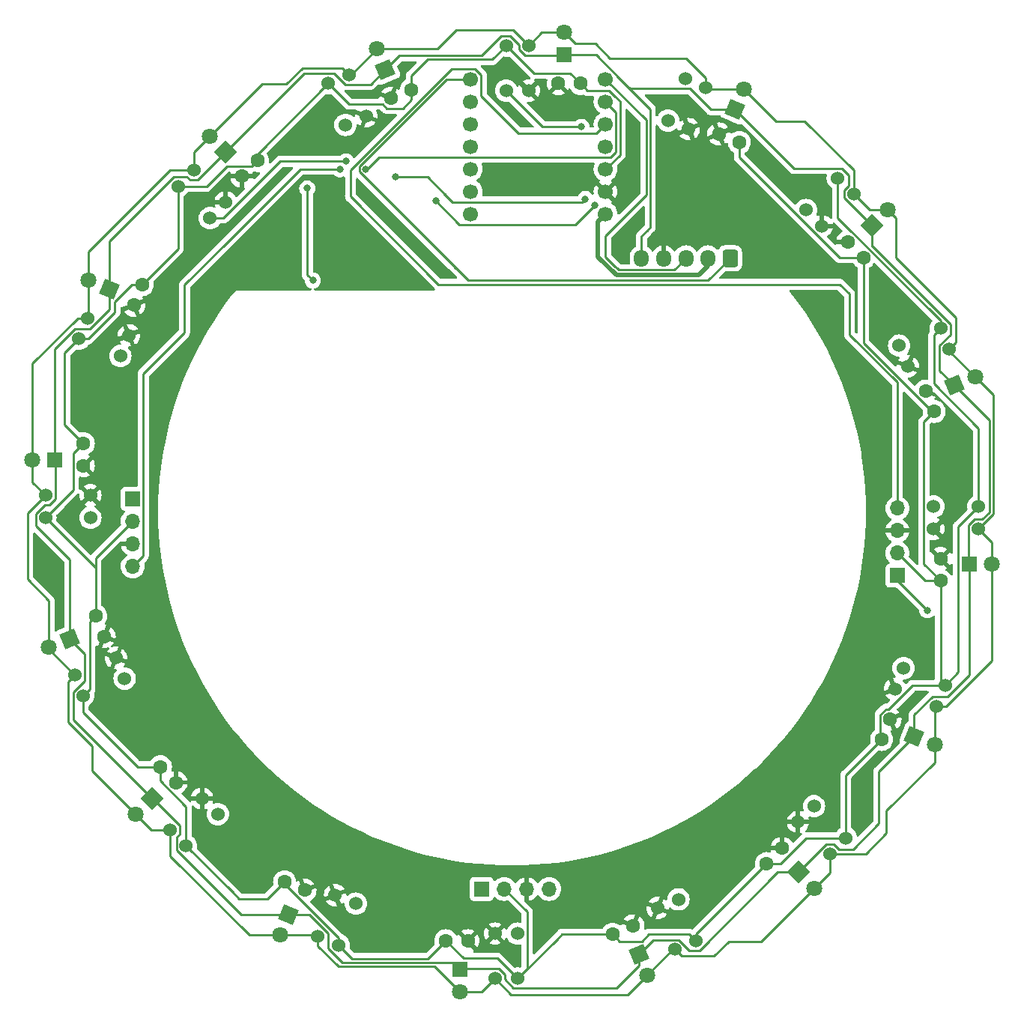
<source format=gbr>
%TF.GenerationSoftware,KiCad,Pcbnew,7.0.9*%
%TF.CreationDate,2024-07-27T15:49:35+09:00*%
%TF.ProjectId,Lne_sensor_main,4c6e655f-7365-46e7-936f-725f6d61696e,rev?*%
%TF.SameCoordinates,Original*%
%TF.FileFunction,Copper,L1,Top*%
%TF.FilePolarity,Positive*%
%FSLAX46Y46*%
G04 Gerber Fmt 4.6, Leading zero omitted, Abs format (unit mm)*
G04 Created by KiCad (PCBNEW 7.0.9) date 2024-07-27 15:49:35*
%MOMM*%
%LPD*%
G01*
G04 APERTURE LIST*
G04 Aperture macros list*
%AMRoundRect*
0 Rectangle with rounded corners*
0 $1 Rounding radius*
0 $2 $3 $4 $5 $6 $7 $8 $9 X,Y pos of 4 corners*
0 Add a 4 corners polygon primitive as box body*
4,1,4,$2,$3,$4,$5,$6,$7,$8,$9,$2,$3,0*
0 Add four circle primitives for the rounded corners*
1,1,$1+$1,$2,$3*
1,1,$1+$1,$4,$5*
1,1,$1+$1,$6,$7*
1,1,$1+$1,$8,$9*
0 Add four rect primitives between the rounded corners*
20,1,$1+$1,$2,$3,$4,$5,0*
20,1,$1+$1,$4,$5,$6,$7,0*
20,1,$1+$1,$6,$7,$8,$9,0*
20,1,$1+$1,$8,$9,$2,$3,0*%
%AMRotRect*
0 Rectangle, with rotation*
0 The origin of the aperture is its center*
0 $1 length*
0 $2 width*
0 $3 Rotation angle, in degrees counterclockwise*
0 Add horizontal line*
21,1,$1,$2,0,0,$3*%
G04 Aperture macros list end*
%TA.AperFunction,ComponentPad*%
%ADD10C,1.524000*%
%TD*%
%TA.AperFunction,ComponentPad*%
%ADD11C,1.600000*%
%TD*%
%TA.AperFunction,ComponentPad*%
%ADD12RotRect,1.800000X1.800000X225.000000*%
%TD*%
%TA.AperFunction,ComponentPad*%
%ADD13C,1.800000*%
%TD*%
%TA.AperFunction,ComponentPad*%
%ADD14R,1.800000X1.800000*%
%TD*%
%TA.AperFunction,ComponentPad*%
%ADD15RotRect,1.800000X1.800000X112.500000*%
%TD*%
%TA.AperFunction,ComponentPad*%
%ADD16RotRect,1.800000X1.800000X202.500000*%
%TD*%
%TA.AperFunction,ComponentPad*%
%ADD17RotRect,1.800000X1.800000X157.500000*%
%TD*%
%TA.AperFunction,ComponentPad*%
%ADD18RotRect,1.800000X1.800000X247.500000*%
%TD*%
%TA.AperFunction,ComponentPad*%
%ADD19RotRect,1.800000X1.800000X22.500000*%
%TD*%
%TA.AperFunction,ComponentPad*%
%ADD20RotRect,1.800000X1.800000X45.000000*%
%TD*%
%TA.AperFunction,ComponentPad*%
%ADD21RotRect,1.800000X1.800000X67.500000*%
%TD*%
%TA.AperFunction,ComponentPad*%
%ADD22RotRect,1.800000X1.800000X135.000000*%
%TD*%
%TA.AperFunction,ComponentPad*%
%ADD23RotRect,1.800000X1.800000X315.000000*%
%TD*%
%TA.AperFunction,ComponentPad*%
%ADD24RotRect,1.800000X1.800000X337.500000*%
%TD*%
%TA.AperFunction,ComponentPad*%
%ADD25RotRect,1.800000X1.800000X292.500000*%
%TD*%
%TA.AperFunction,ComponentPad*%
%ADD26C,1.700000*%
%TD*%
%TA.AperFunction,ComponentPad*%
%ADD27R,1.700000X1.700000*%
%TD*%
%TA.AperFunction,ComponentPad*%
%ADD28O,1.700000X1.700000*%
%TD*%
%TA.AperFunction,ComponentPad*%
%ADD29RoundRect,0.250000X0.600000X0.725000X-0.600000X0.725000X-0.600000X-0.725000X0.600000X-0.725000X0*%
%TD*%
%TA.AperFunction,ComponentPad*%
%ADD30O,1.700000X1.950000*%
%TD*%
%TA.AperFunction,ViaPad*%
%ADD31C,0.800000*%
%TD*%
%TA.AperFunction,Conductor*%
%ADD32C,0.250000*%
%TD*%
%TA.AperFunction,Conductor*%
%ADD33C,0.500000*%
%TD*%
G04 APERTURE END LIST*
D10*
%TO.P,U3,1,K(-)*%
%TO.N,K*%
X158120390Y-65242943D03*
%TO.P,U3,2,VCC*%
%TO.N,+3.3V*%
X156324339Y-63446892D03*
%TO.P,U3,3,VOUT*%
%TO.N,D1*%
X152732236Y-67038995D03*
%TO.P,U3,4,GND*%
%TO.N,GND*%
X154528287Y-68835046D03*
%TD*%
D11*
%TO.P,C12,1*%
%TO.N,GND*%
X124747820Y-52736455D03*
%TO.P,C12,2*%
%TO.N,+3.3V*%
X127247820Y-52736455D03*
%TD*%
D10*
%TO.P,U9,1,K(-)*%
%TO.N,K*%
X117594221Y-153899069D03*
%TO.P,U9,2,VCC*%
%TO.N,+3.3V*%
X120134221Y-153899069D03*
%TO.P,U9,3,VOUT*%
%TO.N,D7*%
X120134221Y-148819069D03*
%TO.P,U9,4,GND*%
%TO.N,GND*%
X117594221Y-148819069D03*
%TD*%
D12*
%TO.P,L7,1,1*%
%TO.N,RTrim*%
X78789221Y-133538155D03*
D13*
%TO.P,L7,2,2*%
%TO.N,K*%
X76993170Y-135334206D03*
%TD*%
D10*
%TO.P,U4,1,K(-)*%
%TO.N,K*%
X168931945Y-82759225D03*
%TO.P,U4,2,VCC*%
%TO.N,+3.3V*%
X167959929Y-80412571D03*
%TO.P,U4,3,VOUT*%
%TO.N,D2*%
X163266621Y-82356603D03*
%TO.P,U4,4,GND*%
%TO.N,GND*%
X164238637Y-84703257D03*
%TD*%
D11*
%TO.P,C9,1*%
%TO.N,GND*%
X166259729Y-87492107D03*
%TO.P,C9,2*%
%TO.N,+3.3V*%
X167216438Y-89801806D03*
%TD*%
D14*
%TO.P,L16,1,1*%
%TO.N,RTrim*%
X171162327Y-107079562D03*
D13*
%TO.P,L16,2,2*%
%TO.N,K*%
X173702327Y-107079562D03*
%TD*%
D11*
%TO.P,C14,1*%
%TO.N,GND*%
X114527380Y-149626402D03*
%TO.P,C14,2*%
%TO.N,+3.3V*%
X112027380Y-149626402D03*
%TD*%
D10*
%TO.P,U17,1,K(-)*%
%TO.N,K*%
X121397820Y-48456454D03*
%TO.P,U17,2,VCC*%
%TO.N,+3.3V*%
X118857820Y-48456454D03*
%TO.P,U17,3,VOUT*%
%TO.N,D15*%
X118857820Y-53536454D03*
%TO.P,U17,4,GND*%
%TO.N,GND*%
X121397820Y-53536454D03*
%TD*%
D11*
%TO.P,C3,1*%
%TO.N,GND*%
X167937327Y-106429562D03*
%TO.P,C3,2*%
%TO.N,+3.3V*%
X167937327Y-108929562D03*
%TD*%
%TO.P,C6,1*%
%TO.N,GND*%
X76751865Y-77788046D03*
%TO.P,C6,2*%
%TO.N,+3.3V*%
X77708574Y-75478347D03*
%TD*%
D15*
%TO.P,L9,1,1*%
%TO.N,RTrim*%
X105176733Y-51185797D03*
D13*
%TO.P,L9,2,2*%
%TO.N,K*%
X104204717Y-48839143D03*
%TD*%
D11*
%TO.P,C13,1*%
%TO.N,GND*%
X133181675Y-147941471D03*
%TO.P,C13,2*%
%TO.N,+3.3V*%
X130871976Y-148898180D03*
%TD*%
D10*
%TO.P,U1,1,K(-)*%
%TO.N,K*%
X141428625Y-53197412D03*
%TO.P,U1,2,VCC*%
%TO.N,+3.3V*%
X139081971Y-52225396D03*
%TO.P,U1,3,VOUT*%
%TO.N,D0*%
X137137939Y-56918704D03*
%TO.P,U1,4,GND*%
%TO.N,GND*%
X139484593Y-57890720D03*
%TD*%
D11*
%TO.P,C4,1*%
%TO.N,GND*%
X73410000Y-115230000D03*
%TO.P,C4,2*%
%TO.N,+3.3V*%
X72453291Y-112920301D03*
%TD*%
D10*
%TO.P,U14,1,K(-)*%
%TO.N,K*%
X71515671Y-79245157D03*
%TO.P,U14,2,VCC*%
%TO.N,+3.3V*%
X70543655Y-81591811D03*
%TO.P,U14,3,VOUT*%
%TO.N,D12*%
X75236963Y-83535843D03*
%TO.P,U14,4,GND*%
%TO.N,GND*%
X76208979Y-81189189D03*
%TD*%
D14*
%TO.P,L1,1,1*%
%TO.N,RTrim*%
X67829713Y-95275962D03*
D13*
%TO.P,L1,2,2*%
%TO.N,K*%
X65289713Y-95275962D03*
%TD*%
D10*
%TO.P,U7,1,K(-)*%
%TO.N,K*%
X155430839Y-139802132D03*
%TO.P,U7,2,VCC*%
%TO.N,+3.3V*%
X157226890Y-138006081D03*
%TO.P,U7,3,VOUT*%
%TO.N,D5*%
X153634787Y-134413978D03*
%TO.P,U7,4,GND*%
%TO.N,GND*%
X151838736Y-136210029D03*
%TD*%
D11*
%TO.P,C5,1*%
%TO.N,GND*%
X88956427Y-63211002D03*
%TO.P,C5,2*%
%TO.N,+3.3V*%
X90724194Y-61443235D03*
%TD*%
D10*
%TO.P,U16,1,K(-)*%
%TO.N,K*%
X101077483Y-51741837D03*
%TO.P,U16,2,VCC*%
%TO.N,+3.3V*%
X98730829Y-52713853D03*
%TO.P,U16,3,VOUT*%
%TO.N,D14*%
X100674861Y-57407161D03*
%TO.P,U16,4,GND*%
%TO.N,GND*%
X103021515Y-56435145D03*
%TD*%
%TO.P,U11,1,K(-)*%
%TO.N,K*%
X80871650Y-137112581D03*
%TO.P,U11,2,VCC*%
%TO.N,+3.3V*%
X82667701Y-138908632D03*
%TO.P,U11,3,VOUT*%
%TO.N,D9*%
X86259804Y-135316529D03*
%TO.P,U11,4,GND*%
%TO.N,GND*%
X84463753Y-133520478D03*
%TD*%
D16*
%TO.P,L3,1,1*%
%TO.N,RTrim*%
X69504055Y-115497049D03*
D13*
%TO.P,L3,2,2*%
%TO.N,K*%
X67157401Y-116469065D03*
%TD*%
D17*
%TO.P,L5,1,1*%
%TO.N,RTrim*%
X73988762Y-75939976D03*
D13*
%TO.P,L5,2,2*%
%TO.N,K*%
X71642108Y-74967960D03*
%TD*%
D10*
%TO.P,U10,1,K(-)*%
%TO.N,K*%
X97563415Y-149158112D03*
%TO.P,U10,2,VCC*%
%TO.N,+3.3V*%
X99910069Y-150130128D03*
%TO.P,U10,3,VOUT*%
%TO.N,D8*%
X101854101Y-145436820D03*
%TO.P,U10,4,GND*%
%TO.N,GND*%
X99507447Y-144464804D03*
%TD*%
D11*
%TO.P,C10,1*%
%TO.N,GND*%
X157462780Y-70638169D03*
%TO.P,C10,2*%
%TO.N,+3.3V*%
X159230547Y-72405936D03*
%TD*%
D14*
%TO.P,L15,1,1*%
%TO.N,RTrim*%
X113594220Y-152844069D03*
D13*
%TO.P,L15,2,2*%
%TO.N,K*%
X113594220Y-155384069D03*
%TD*%
D14*
%TO.P,L2,1,1*%
%TO.N,RTrim*%
X125397821Y-49511455D03*
D13*
%TO.P,L2,2,2*%
%TO.N,K*%
X125397821Y-46971455D03*
%TD*%
D10*
%TO.P,U12,1,K(-)*%
%TO.N,K*%
X70060096Y-119596299D03*
%TO.P,U12,2,VCC*%
%TO.N,+3.3V*%
X71032112Y-121942953D03*
%TO.P,U12,3,VOUT*%
%TO.N,D10*%
X75725420Y-119998921D03*
%TO.P,U12,4,GND*%
%TO.N,GND*%
X74753404Y-117652267D03*
%TD*%
D11*
%TO.P,C15,1*%
%TO.N,GND*%
X96106304Y-143921917D03*
%TO.P,C15,2*%
%TO.N,+3.3V*%
X93796605Y-142965208D03*
%TD*%
D18*
%TO.P,L11,1,1*%
%TO.N,RTrim*%
X94271628Y-146652684D03*
D13*
%TO.P,L11,2,2*%
%TO.N,K*%
X93299612Y-148999338D03*
%TD*%
D19*
%TO.P,L10,1,1*%
%TO.N,RTrim*%
X169487985Y-86858476D03*
D13*
%TO.P,L10,2,2*%
%TO.N,K*%
X171834639Y-85886460D03*
%TD*%
D11*
%TO.P,C11,1*%
%TO.N,GND*%
X142885736Y-58433607D03*
%TO.P,C11,2*%
%TO.N,+3.3V*%
X145195435Y-59390316D03*
%TD*%
D10*
%TO.P,U8,1,K(-)*%
%TO.N,K*%
X137914558Y-150613686D03*
%TO.P,U8,2,VCC*%
%TO.N,+3.3V*%
X140261212Y-149641670D03*
%TO.P,U8,3,VOUT*%
%TO.N,D6*%
X138317180Y-144948362D03*
%TO.P,U8,4,GND*%
%TO.N,GND*%
X135970526Y-145920378D03*
%TD*%
D11*
%TO.P,C7,1*%
%TO.N,GND*%
X162240175Y-124567478D03*
%TO.P,C7,2*%
%TO.N,+3.3V*%
X161283466Y-126877177D03*
%TD*%
D10*
%TO.P,U6,1,K(-)*%
%TO.N,K*%
X167476370Y-123110367D03*
%TO.P,U6,2,VCC*%
%TO.N,+3.3V*%
X168448386Y-120763713D03*
%TO.P,U6,3,VOUT*%
%TO.N,D4*%
X163755078Y-118819681D03*
%TO.P,U6,4,GND*%
%TO.N,GND*%
X162783062Y-121166335D03*
%TD*%
D11*
%TO.P,C8,1*%
%TO.N,GND*%
X150035613Y-139144522D03*
%TO.P,C8,2*%
%TO.N,+3.3V*%
X148267846Y-140912289D03*
%TD*%
D20*
%TO.P,L14,1,1*%
%TO.N,RTrim*%
X160202820Y-68817370D03*
D13*
%TO.P,L14,2,2*%
%TO.N,K*%
X161998871Y-67021319D03*
%TD*%
D10*
%TO.P,U5,1,K(-)*%
%TO.N,K*%
X172217328Y-103079562D03*
%TO.P,U5,2,VCC*%
%TO.N,+3.3V*%
X172217328Y-100539562D03*
%TO.P,U5,3,VOUT*%
%TO.N,D3*%
X167137328Y-100539562D03*
%TO.P,U5,4,GND*%
%TO.N,GND*%
X167137328Y-103079562D03*
%TD*%
D21*
%TO.P,L6,1,1*%
%TO.N,RTrim*%
X144720413Y-55702840D03*
D13*
%TO.P,L6,2,2*%
%TO.N,K*%
X145692429Y-53356186D03*
%TD*%
D11*
%TO.P,C16,1*%
%TO.N,GND*%
X81537772Y-131737906D03*
%TO.P,C16,2*%
%TO.N,+3.3V*%
X79770005Y-129970139D03*
%TD*%
D22*
%TO.P,L13,1,1*%
%TO.N,RTrim*%
X87135627Y-60470963D03*
D13*
%TO.P,L13,2,2*%
%TO.N,K*%
X85339576Y-58674912D03*
%TD*%
D23*
%TO.P,L8,1,1*%
%TO.N,RTrim*%
X151856413Y-141884561D03*
D13*
%TO.P,L8,2,2*%
%TO.N,K*%
X153652464Y-143680612D03*
%TD*%
D11*
%TO.P,C1,1*%
%TO.N,GND*%
X71054713Y-95925962D03*
%TO.P,C1,2*%
%TO.N,+3.3V*%
X71054713Y-93425962D03*
%TD*%
%TO.P,C2,1*%
%TO.N,GND*%
X105810365Y-54414053D03*
%TO.P,C2,2*%
%TO.N,+3.3V*%
X108120064Y-53457344D03*
%TD*%
D10*
%TO.P,U15,1,K(-)*%
%TO.N,K*%
X83561201Y-62553392D03*
%TO.P,U15,2,VCC*%
%TO.N,+3.3V*%
X81765150Y-64349443D03*
%TO.P,U15,3,VOUT*%
%TO.N,D13*%
X85357253Y-67941546D03*
%TO.P,U15,4,GND*%
%TO.N,GND*%
X87153304Y-66145495D03*
%TD*%
D24*
%TO.P,L12,1,1*%
%TO.N,RTrim*%
X164965010Y-126507938D03*
D13*
%TO.P,L12,2,2*%
%TO.N,K*%
X167311664Y-127479954D03*
%TD*%
D10*
%TO.P,U13,1,K(-)*%
%TO.N,K*%
X66774713Y-99275962D03*
%TO.P,U13,2,VCC*%
%TO.N,+3.3V*%
X66774713Y-101815962D03*
%TO.P,U13,3,VOUT*%
%TO.N,D11*%
X71854713Y-101815962D03*
%TO.P,U13,4,GND*%
%TO.N,GND*%
X71854713Y-99275962D03*
%TD*%
D25*
%TO.P,L4,1,1*%
%TO.N,RTrim*%
X133815307Y-151169727D03*
D13*
%TO.P,L4,2,2*%
%TO.N,K*%
X134787323Y-153516381D03*
%TD*%
D26*
%TO.P,U2,1,DAC*%
%TO.N,Data*%
X114837380Y-67496402D03*
%TO.P,U2,2*%
%TO.N,S0*%
X114837380Y-64956402D03*
%TO.P,U2,3*%
%TO.N,S1*%
X114837380Y-62416402D03*
%TO.P,U2,4*%
%TO.N,S2*%
X114837380Y-59876402D03*
%TO.P,U2,5,SDA*%
%TO.N,S3*%
X114837380Y-57336402D03*
%TO.P,U2,6,SCL*%
%TO.N,E*%
X114837380Y-54796402D03*
%TO.P,U2,7,TX*%
%TO.N,Line_sensor_TX*%
X114837380Y-52256402D03*
%TO.P,U2,8,RX*%
%TO.N,Line_sensor_RX*%
X130077380Y-52256402D03*
%TO.P,U2,9,SCK*%
%TO.N,Sensor_left*%
X130077380Y-54796402D03*
%TO.P,U2,10,MISO*%
%TO.N,Sensor_right*%
X130077380Y-57336402D03*
%TO.P,U2,11,MOSI*%
%TO.N,Sensor_back*%
X130077380Y-59876402D03*
%TO.P,U2,12,3V3*%
%TO.N,+3.3V*%
X130077380Y-62416402D03*
%TO.P,U2,13,GND*%
%TO.N,GND*%
X130077380Y-64956402D03*
%TO.P,U2,14,5V*%
%TO.N,+5V*%
X130077380Y-67496402D03*
%TD*%
D27*
%TO.P,J1,1,Pin_1*%
%TO.N,RTrim*%
X116090000Y-143770000D03*
D28*
%TO.P,J1,2,Pin_2*%
%TO.N,+3.3V*%
X118630000Y-143770000D03*
%TO.P,J1,3,Pin_3*%
%TO.N,GND*%
X121170000Y-143770000D03*
%TO.P,J1,4,Pin_4*%
%TO.N,Sensor_back*%
X123710000Y-143770000D03*
%TD*%
D29*
%TO.P,J3,1,Pin_1*%
%TO.N,Line_sensor_TX*%
X144150000Y-72500000D03*
D30*
%TO.P,J3,2,Pin_2*%
%TO.N,+5V*%
X141650000Y-72500000D03*
%TO.P,J3,3,Pin_3*%
%TO.N,Line_sensor_RX*%
X139150000Y-72500000D03*
%TO.P,J3,4,Pin_4*%
%TO.N,GND*%
X136650000Y-72500000D03*
%TO.P,J3,5,Pin_5*%
%TO.N,RTrim*%
X134150000Y-72500000D03*
%TD*%
D27*
%TO.P,J4,1,Pin_1*%
%TO.N,RTrim*%
X76640000Y-99680000D03*
D28*
%TO.P,J4,2,Pin_2*%
%TO.N,+3.3V*%
X76640000Y-102220000D03*
%TO.P,J4,3,Pin_3*%
%TO.N,GND*%
X76640000Y-104760000D03*
%TO.P,J4,4,Pin_4*%
%TO.N,Sensor_left*%
X76640000Y-107300000D03*
%TD*%
D27*
%TO.P,J2,1,Pin_1*%
%TO.N,RTrim*%
X163060000Y-108360000D03*
D28*
%TO.P,J2,2,Pin_2*%
%TO.N,+3.3V*%
X163060000Y-105820000D03*
%TO.P,J2,3,Pin_3*%
%TO.N,GND*%
X163060000Y-103280000D03*
%TO.P,J2,4,Pin_4*%
%TO.N,Sensor_right*%
X163060000Y-100740000D03*
%TD*%
D31*
%TO.N,GND*%
X166125000Y-79550000D03*
X117250000Y-51175000D03*
X102850000Y-64920000D03*
X151600000Y-74175000D03*
X140690000Y-60170000D03*
X71825000Y-104875000D03*
X119840000Y-51260000D03*
X141160000Y-56340000D03*
X132550000Y-65150000D03*
X154175000Y-64000000D03*
X107725000Y-50650000D03*
X110090000Y-143510000D03*
X170120000Y-95950000D03*
X101750000Y-53875000D03*
X152100000Y-76575000D03*
X170925000Y-92250000D03*
X134100000Y-67750000D03*
X67460000Y-108500000D03*
X92950000Y-60250000D03*
%TO.N,RTrim*%
X166440000Y-112280000D03*
%TO.N,Sensor_left*%
X102990000Y-62410000D03*
X100050000Y-62430000D03*
%TO.N,D12*%
X106380000Y-63290000D03*
X127800000Y-65790000D03*
X127800000Y-65790000D03*
%TO.N,D13*%
X110920000Y-65980000D03*
X100760000Y-61530000D03*
X128820000Y-66470000D03*
%TO.N,D14*%
X96360000Y-64590000D03*
X96990000Y-75000000D03*
%TO.N,D15*%
X127360000Y-57630000D03*
%TD*%
D32*
%TO.N,GND*%
X102850000Y-64920000D02*
X102930000Y-65000000D01*
D33*
%TO.N,+5V*%
X131300127Y-74375000D02*
X129227380Y-72302253D01*
X141650000Y-72500000D02*
X141650000Y-73350000D01*
X140625000Y-74375000D02*
X131300127Y-74375000D01*
X129227380Y-68346402D02*
X130077380Y-67496402D01*
X129227380Y-72302253D02*
X129227380Y-68346402D01*
X141650000Y-73350000D02*
X140625000Y-74375000D01*
D32*
X129630000Y-67943782D02*
X130077380Y-67496402D01*
%TO.N,RTrim*%
X73988762Y-70588580D02*
X81314899Y-63262443D01*
X156495958Y-139330000D02*
X155855958Y-138690000D01*
X167026119Y-122023367D02*
X164965010Y-124084476D01*
X128994134Y-49511455D02*
X125397821Y-49511455D01*
X100627232Y-52828837D02*
X103533693Y-52828837D01*
X171767077Y-101992562D02*
X171130328Y-102629311D01*
X164965010Y-124084476D02*
X164965010Y-126507938D01*
X87135627Y-60470963D02*
X95979737Y-51626853D01*
X81580701Y-137940781D02*
X81960000Y-137561482D01*
X88874502Y-146652684D02*
X81580701Y-139358883D01*
X103533693Y-52828837D02*
X105176733Y-51185797D01*
X71190000Y-117182994D02*
X69504055Y-115497049D01*
X157033390Y-65693194D02*
X160157566Y-68817370D01*
X173450000Y-90820491D02*
X173450000Y-101210494D01*
X69945112Y-124694046D02*
X69945112Y-121492702D01*
X134150000Y-69970000D02*
X134772500Y-69347500D01*
X164965010Y-126507938D02*
X160990000Y-130482948D01*
X160157566Y-68817370D02*
X160202820Y-68817370D01*
X120310820Y-48906705D02*
X120947569Y-49543454D01*
X81580701Y-139358883D02*
X81580701Y-137940781D01*
X118310546Y-47369454D02*
X119310274Y-47369454D01*
X65687713Y-101355249D02*
X66680000Y-100362962D01*
X132812678Y-53330000D02*
X131761339Y-52278661D01*
X160990000Y-136390000D02*
X158050000Y-139330000D01*
X67829713Y-82768502D02*
X67829713Y-95275962D01*
X113626220Y-152812069D02*
X113594220Y-152844069D01*
X169046929Y-79962320D02*
X169046929Y-81106990D01*
X167844945Y-82308974D02*
X167844945Y-85215436D01*
X135130000Y-68990000D02*
X135130000Y-55647322D01*
X118681221Y-153448818D02*
X118044472Y-152812069D01*
X78868155Y-133538155D02*
X78789221Y-133538155D01*
X69504055Y-106554055D02*
X65687713Y-102737713D01*
X139566793Y-150728670D02*
X138364809Y-149526686D01*
X171162327Y-119587023D02*
X168725983Y-122023367D01*
X73988762Y-75939976D02*
X73988762Y-78309317D01*
X65687713Y-102737713D02*
X65687713Y-101355249D01*
X167844945Y-85215436D02*
X169487985Y-86858476D01*
X98700000Y-148757446D02*
X98700000Y-150457310D01*
X166440000Y-112280000D02*
X166430000Y-112290000D01*
X139630000Y-53330000D02*
X132812678Y-53330000D01*
X135130000Y-68990000D02*
X134772500Y-69347500D01*
X98700000Y-150457310D02*
X100349092Y-152106402D01*
X99425248Y-51626853D02*
X100627232Y-52828837D01*
X120947569Y-49543454D02*
X125365822Y-49543454D01*
X171130328Y-102629311D02*
X171130328Y-107047563D01*
X95979737Y-51626853D02*
X99425248Y-51626853D01*
X151856413Y-141884561D02*
X149555572Y-141884561D01*
X73988762Y-78309317D02*
X71793268Y-80504811D01*
X81314899Y-63262443D02*
X82733001Y-63262443D01*
X173450000Y-101210494D02*
X172667932Y-101992562D01*
X157520000Y-63105302D02*
X157520000Y-64306082D01*
X105176733Y-51185797D02*
X106782530Y-49580000D01*
X112856553Y-152106402D02*
X113594220Y-152844069D01*
X119667290Y-154986069D02*
X118681221Y-154000000D01*
X133815307Y-152464693D02*
X131293931Y-154986069D01*
X171130328Y-107047563D02*
X171162327Y-107079562D01*
X163060000Y-108900000D02*
X166440000Y-112280000D01*
X135458348Y-149526686D02*
X133815307Y-151169727D01*
X135130000Y-55647322D02*
X131761339Y-52278661D01*
X67861713Y-95307962D02*
X67829713Y-95275962D01*
X151856413Y-141839307D02*
X151856413Y-141884561D01*
X78789221Y-133538155D02*
X69945112Y-124694046D01*
X116100000Y-49580000D02*
X118310546Y-47369454D01*
X163060000Y-108360000D02*
X163060000Y-108900000D01*
X119310274Y-47369454D02*
X120310820Y-48370000D01*
X160202820Y-71150822D02*
X160235431Y-71150822D01*
X157033390Y-64792692D02*
X157033390Y-65693194D01*
X94271628Y-146652684D02*
X96595238Y-146652684D01*
X69504055Y-115497049D02*
X69504055Y-106554055D01*
X69945112Y-121492702D02*
X71190000Y-120247814D01*
X155855958Y-138690000D02*
X155005720Y-138690000D01*
X81960000Y-137561482D02*
X81960000Y-136630000D01*
X149555572Y-141884561D02*
X140711463Y-150728670D01*
X171162327Y-107079562D02*
X171162327Y-119587023D01*
X118044472Y-152812069D02*
X113626220Y-152812069D01*
X94271628Y-146652684D02*
X88874502Y-146652684D01*
X71793268Y-80504811D02*
X70093404Y-80504811D01*
X73988762Y-75939976D02*
X73988762Y-70588580D01*
X134150000Y-72500000D02*
X134150000Y-69970000D01*
X83110950Y-63640392D02*
X84011452Y-63640392D01*
X169487985Y-86858476D02*
X173450000Y-90820491D01*
X106782530Y-49580000D02*
X116100000Y-49580000D01*
X70093404Y-80504811D02*
X67829713Y-82768502D01*
X131293931Y-154986069D02*
X119667290Y-154986069D01*
X96595238Y-146652684D02*
X98700000Y-148757446D01*
X172667932Y-101992562D02*
X171767077Y-101992562D01*
X155005720Y-138690000D02*
X151856413Y-141839307D01*
X169046929Y-81106990D02*
X167844945Y-82308974D01*
X81960000Y-136630000D02*
X78868155Y-133538155D01*
X168725983Y-122023367D02*
X167026119Y-122023367D01*
X156774590Y-62359892D02*
X157520000Y-63105302D01*
X151377465Y-62359892D02*
X156774590Y-62359892D01*
X158050000Y-139330000D02*
X156495958Y-139330000D01*
X120310820Y-48370000D02*
X120310820Y-48906705D01*
X87135627Y-60516217D02*
X87135627Y-60470963D01*
X67224964Y-100362962D02*
X67861713Y-99726213D01*
X144720413Y-55702840D02*
X151377465Y-62359892D01*
X125365822Y-49543454D02*
X125397821Y-49511455D01*
X138364809Y-149526686D02*
X135458348Y-149526686D01*
X160202820Y-68817370D02*
X160202820Y-71150822D01*
X82733001Y-63262443D02*
X83110950Y-63640392D01*
X84011452Y-63640392D02*
X87135627Y-60516217D01*
X118681221Y-154000000D02*
X118681221Y-153448818D01*
X144720413Y-55702840D02*
X142002840Y-55702840D01*
X160990000Y-130482948D02*
X160990000Y-136390000D01*
X100349092Y-152106402D02*
X112856553Y-152106402D01*
X66680000Y-100362962D02*
X67224964Y-100362962D01*
X166430000Y-112290000D02*
X166430000Y-112330000D01*
X71190000Y-120247814D02*
X71190000Y-117182994D01*
X142002840Y-55702840D02*
X139630000Y-53330000D01*
X131761339Y-52278661D02*
X128994134Y-49511455D01*
X157520000Y-64306082D02*
X157033390Y-64792692D01*
X160235431Y-71150822D02*
X169046929Y-79962320D01*
X133815307Y-151169727D02*
X133815307Y-152464693D01*
X67861713Y-99726213D02*
X67861713Y-95307962D01*
X140711463Y-150728670D02*
X139566793Y-150728670D01*
%TO.N,Line_sensor_TX*%
X113879696Y-74325000D02*
X113064848Y-73510152D01*
X113064848Y-73510152D02*
X112839848Y-73285152D01*
X108676097Y-69121402D02*
X102265000Y-62710305D01*
X112839848Y-73285152D02*
X102265000Y-62710305D01*
X102265000Y-62109695D02*
X112118293Y-52256402D01*
X102265000Y-62710305D02*
X102265000Y-62109695D01*
X144150000Y-72500000D02*
X141650000Y-75000000D01*
X141650000Y-75000000D02*
X114750000Y-75000000D01*
X112118293Y-52256402D02*
X114837380Y-52256402D01*
X112839848Y-73285152D02*
X114554696Y-75000000D01*
X114554696Y-75000000D02*
X114750000Y-75000000D01*
%TO.N,Line_sensor_RX*%
X130080000Y-69949009D02*
X134680000Y-65349009D01*
X130077380Y-52256402D02*
X134680000Y-56859022D01*
X131163299Y-73425000D02*
X130080000Y-72341701D01*
X130080000Y-72341701D02*
X130080000Y-69949009D01*
X134680000Y-56859022D02*
X134680000Y-65349009D01*
X137850000Y-73800000D02*
X131538299Y-73800000D01*
X131538299Y-73800000D02*
X130080000Y-72341701D01*
X139150000Y-72500000D02*
X137850000Y-73800000D01*
%TO.N,K*%
X67157401Y-111170000D02*
X67157401Y-116469065D01*
X125397821Y-46971455D02*
X122882819Y-46971455D01*
X110580121Y-48839143D02*
X104204717Y-48839143D01*
X119641366Y-46700000D02*
X113213782Y-46700000D01*
X97404641Y-148999338D02*
X97563415Y-149158112D01*
X173702327Y-104564561D02*
X172217328Y-103079562D01*
X168931945Y-82983766D02*
X168931945Y-82759225D01*
X85339576Y-58674912D02*
X83561201Y-60453287D01*
X134787323Y-153516381D02*
X137690018Y-150613686D01*
X158120390Y-62530390D02*
X158120390Y-65242943D01*
X169693944Y-79182966D02*
X162937380Y-72426402D01*
X66774713Y-99275962D02*
X64750000Y-101300675D01*
X78771545Y-137112581D02*
X76993170Y-135334206D01*
X117594221Y-153899069D02*
X119405152Y-155710000D01*
X173910000Y-101386890D02*
X173910000Y-87961822D01*
X161835111Y-134935111D02*
X167311664Y-129458558D01*
X65289713Y-84393485D02*
X65289713Y-95275962D01*
X173702327Y-107079562D02*
X173702327Y-117962041D01*
X149346243Y-57010000D02*
X152600000Y-57010000D01*
X161835111Y-137464889D02*
X161835111Y-134935111D01*
X132593704Y-155710000D02*
X134787323Y-153516381D01*
X168554000Y-123110367D02*
X167476370Y-123110367D01*
X173702327Y-117962041D02*
X168554000Y-123110367D01*
X113213782Y-46700000D02*
X111074639Y-48839143D01*
X76993170Y-135334206D02*
X72057380Y-130398416D01*
X119405152Y-155710000D02*
X132593704Y-155710000D01*
X83561201Y-62553392D02*
X80826608Y-62553392D01*
X94010000Y-52770000D02*
X91244488Y-52770000D01*
X173702327Y-107079562D02*
X173702327Y-104564561D01*
X155430839Y-141902237D02*
X155430839Y-139802132D01*
X71642108Y-74967960D02*
X71642108Y-79118720D01*
X71642108Y-79118720D02*
X71515671Y-79245157D01*
X137690018Y-150613686D02*
X137914558Y-150613686D01*
X99884075Y-152556402D02*
X110766553Y-152556402D01*
X93299612Y-148999338D02*
X97404641Y-148999338D01*
X70438041Y-79245157D02*
X65289713Y-84393485D01*
X128907380Y-48226402D02*
X126652768Y-48226402D01*
X95800162Y-50979838D02*
X94010000Y-52770000D01*
X89809338Y-148999338D02*
X93299612Y-148999338D01*
X152600000Y-57010000D02*
X158120390Y-62530390D01*
X159898766Y-67021319D02*
X158120390Y-65242943D01*
X162937380Y-67959828D02*
X161998871Y-67021319D01*
X80871650Y-137112581D02*
X78771545Y-137112581D01*
X65289713Y-97790962D02*
X66774713Y-99275962D01*
X122882819Y-46971455D02*
X121397820Y-48456454D01*
X168931945Y-82759225D02*
X169693944Y-81997226D01*
X80826608Y-62553392D02*
X71642108Y-71737892D01*
X167311664Y-127479954D02*
X167311664Y-123275073D01*
X126652768Y-48226402D02*
X125397821Y-46971455D01*
X147626674Y-149706402D02*
X153652464Y-143680612D01*
X80871650Y-140061650D02*
X89809338Y-148999338D01*
X155430839Y-139802132D02*
X159497868Y-139802132D01*
X70060096Y-119596299D02*
X67157401Y-116693604D01*
X137914558Y-150613686D02*
X138676557Y-151375685D01*
X141587399Y-53356186D02*
X141428625Y-53197412D01*
X101302023Y-51741837D02*
X101077483Y-51741837D01*
X172217328Y-103079562D02*
X173910000Y-101386890D01*
X145692429Y-53356186D02*
X141587399Y-53356186D01*
X145692429Y-53356186D02*
X149346243Y-57010000D01*
X72057380Y-127645685D02*
X69298097Y-124886402D01*
X171834639Y-85886460D02*
X168931945Y-82983766D01*
X71642108Y-71737892D02*
X71642108Y-74967960D01*
X139205245Y-49896402D02*
X130577380Y-49896402D01*
X121397820Y-48456454D02*
X119641366Y-46700000D01*
X64750000Y-108762599D02*
X67157401Y-111170000D01*
X153652464Y-143680612D02*
X155430839Y-141902237D01*
X97563415Y-150235742D02*
X99884075Y-152556402D01*
X110766553Y-152556402D02*
X113594220Y-155384069D01*
X97563415Y-149158112D02*
X97563415Y-150235742D01*
X65289713Y-95275962D02*
X65289713Y-97790962D01*
X169693944Y-81997226D02*
X169693944Y-79182966D01*
X104204717Y-48839143D02*
X101302023Y-51741837D01*
X101077483Y-51741837D02*
X100315484Y-50979838D01*
X70060096Y-119596299D02*
X69298097Y-120358298D01*
X80871650Y-137112581D02*
X80871650Y-140061650D01*
X91244488Y-52770000D02*
X85339576Y-58674912D01*
X167311664Y-129458558D02*
X167311664Y-127479954D01*
X173910000Y-87961822D02*
X171834639Y-85886460D01*
X138676557Y-151375685D02*
X142348097Y-151375685D01*
X69298097Y-120358298D02*
X69298097Y-124886402D01*
X64750000Y-101300675D02*
X64750000Y-108762599D01*
X141428625Y-53197412D02*
X141428625Y-52119782D01*
X161998871Y-67021319D02*
X159898766Y-67021319D01*
X83561201Y-60453287D02*
X83561201Y-62553392D01*
X111074639Y-48839143D02*
X104204717Y-48839143D01*
X159497868Y-139802132D02*
X161835111Y-137464889D01*
X144017380Y-149706402D02*
X147626674Y-149706402D01*
X113594220Y-155384069D02*
X116109221Y-155384069D01*
X72057380Y-130398416D02*
X72057380Y-127645685D01*
X71515671Y-79245157D02*
X70438041Y-79245157D01*
X162937380Y-72426402D02*
X162937380Y-67959828D01*
X141428625Y-52119782D02*
X139205245Y-49896402D01*
X167311664Y-123275073D02*
X167476370Y-123110367D01*
X67157401Y-116693604D02*
X67157401Y-116469065D01*
X100315484Y-50979838D02*
X95800162Y-50979838D01*
X130577380Y-49896402D02*
X128907380Y-48226402D01*
X142348097Y-151375685D02*
X144017380Y-149706402D01*
X116109221Y-155384069D02*
X117594221Y-153899069D01*
%TO.N,+3.3V*%
X131702380Y-54759700D02*
X131156340Y-54213660D01*
X105344374Y-55539053D02*
X107169725Y-55539053D01*
X66774713Y-101815962D02*
X68415337Y-100175337D01*
X71621285Y-81591811D02*
X70543655Y-81591811D01*
X117284274Y-50030000D02*
X109970000Y-50030000D01*
X161774184Y-123442478D02*
X161115175Y-124101487D01*
X124601645Y-149431645D02*
X120134221Y-153899069D01*
X131671975Y-149698179D02*
X134161492Y-149698179D01*
X93796605Y-142965208D02*
X91841813Y-144920000D01*
X162087522Y-123442478D02*
X161774184Y-123442478D01*
X99910069Y-150130128D02*
X99910069Y-149331119D01*
X114020047Y-151619069D02*
X117360000Y-151619069D01*
X109997380Y-151656402D02*
X101436344Y-151656402D01*
X167937327Y-120252654D02*
X168448386Y-120763713D01*
X82667701Y-138908632D02*
X82667701Y-134458826D01*
X130871976Y-148660179D02*
X130871976Y-148898180D01*
X71032112Y-121942953D02*
X71794111Y-121180954D01*
X99910069Y-149331119D02*
X93796605Y-143217655D01*
X167959929Y-80412571D02*
X167197930Y-81174570D01*
X166050328Y-107042563D02*
X167937327Y-108929562D01*
X156324339Y-67908737D02*
X167959929Y-79544327D01*
X98730829Y-52713853D02*
X101079316Y-55062340D01*
X118857820Y-48456454D02*
X121991366Y-51590000D01*
X166978437Y-89801806D02*
X167216438Y-89801806D01*
X134980000Y-148879671D02*
X139499213Y-148879671D01*
X107169725Y-55539053D02*
X108120064Y-54588714D01*
X79770005Y-131561130D02*
X79770005Y-129970139D01*
X149858837Y-140912289D02*
X148267846Y-140912289D01*
X159230547Y-72405936D02*
X159230547Y-82053916D01*
X167959929Y-79544327D02*
X167959929Y-80412571D01*
X76572995Y-75478347D02*
X74610459Y-77440883D01*
X68950000Y-91321248D02*
X71054713Y-93425962D01*
X72453291Y-112920301D02*
X71794111Y-113579481D01*
X167937327Y-108929562D02*
X167937327Y-120252654D01*
X101399010Y-151619069D02*
X100994971Y-151215029D01*
X68950000Y-83185466D02*
X68950000Y-91321248D01*
X69929713Y-98660961D02*
X68415337Y-100175337D01*
X71794111Y-121180954D02*
X71794111Y-115664501D01*
X69929713Y-94550962D02*
X69929713Y-98660961D01*
X161115175Y-126708886D02*
X161283466Y-126877177D01*
X121221221Y-146361221D02*
X121221221Y-152812069D01*
X168448386Y-120763713D02*
X168285773Y-120763713D01*
X74610459Y-78602637D02*
X71621285Y-81591811D01*
X90098674Y-62068755D02*
X87270247Y-62068755D01*
X82667701Y-138908632D02*
X82667701Y-137371381D01*
X134161492Y-149698179D02*
X134980000Y-148879671D01*
X81765150Y-64349443D02*
X84989559Y-64349443D01*
X156324339Y-63446892D02*
X156324339Y-67908737D01*
X161115175Y-124101487D02*
X161115175Y-126708886D01*
X169937327Y-119274772D02*
X168448386Y-120763713D01*
X101436344Y-151656402D02*
X100994971Y-151215029D01*
X71032112Y-121942953D02*
X71032112Y-123812112D01*
X166050328Y-90967916D02*
X166050328Y-107042563D01*
X72453291Y-112920301D02*
X72453291Y-108130000D01*
X157226890Y-138006081D02*
X157226890Y-130933753D01*
X148267846Y-140912289D02*
X140261212Y-148918923D01*
X169937327Y-102819563D02*
X169937327Y-119274772D01*
X127247820Y-52736455D02*
X126101365Y-51590000D01*
X130871976Y-148898180D02*
X131671975Y-149698179D01*
X118630000Y-143770000D02*
X121221221Y-146361221D01*
X130479133Y-53536454D02*
X131156340Y-54213660D01*
X112027380Y-149626402D02*
X114020047Y-151619069D01*
X90724194Y-60720488D02*
X90724194Y-61443235D01*
X104867661Y-55062340D02*
X105344374Y-55539053D01*
X125478180Y-148898180D02*
X127050000Y-148898180D01*
X68415337Y-100175337D02*
X69160000Y-99430675D01*
X166169562Y-108929562D02*
X167937327Y-108929562D01*
X117854221Y-151619069D02*
X117360000Y-151619069D01*
X121991366Y-51590000D02*
X126101365Y-51590000D01*
X128047819Y-53536454D02*
X130479133Y-53536454D01*
X168448386Y-120763713D02*
X164766287Y-120763713D01*
X77190139Y-129970139D02*
X79770005Y-129970139D01*
X74610459Y-77440883D02*
X74610459Y-78602637D01*
X100994971Y-151215029D02*
X99910069Y-150130128D01*
X121221221Y-152812069D02*
X120134221Y-153899069D01*
X108120064Y-54588714D02*
X108120064Y-53457344D01*
X167197930Y-86691025D02*
X172217328Y-91710423D01*
X93796605Y-143217655D02*
X93796605Y-142965208D01*
X109970000Y-50030000D02*
X108120064Y-51879936D01*
X156561926Y-72405936D02*
X145195435Y-61039445D01*
X72453291Y-108130000D02*
X72453291Y-107494540D01*
X152765045Y-138006081D02*
X149858837Y-140912289D01*
X157226890Y-130933753D02*
X161283466Y-126877177D01*
X71794111Y-113579481D02*
X71794111Y-115664501D01*
X167216438Y-89801806D02*
X166050328Y-90967916D01*
X130077380Y-62416402D02*
X131702380Y-60791402D01*
X157226890Y-138006081D02*
X152765045Y-138006081D01*
X139499213Y-148879671D02*
X140261212Y-149641670D01*
X159230547Y-72405936D02*
X156561926Y-72405936D01*
X87939534Y-144180466D02*
X82667701Y-138908632D01*
X90724194Y-61443235D02*
X90098674Y-62068755D01*
X130871976Y-148898180D02*
X127050000Y-148898180D01*
X81765150Y-71421770D02*
X77708574Y-75478347D01*
X81765150Y-64349443D02*
X81765150Y-71421770D01*
X77708574Y-75478347D02*
X76572995Y-75478347D01*
X71054713Y-93425962D02*
X69929713Y-94550962D01*
X76640000Y-102220000D02*
X72453291Y-106406709D01*
X120134221Y-153899069D02*
X117854221Y-151619069D01*
X172217328Y-100539562D02*
X169937327Y-102819563D01*
X131702380Y-60791402D02*
X131702380Y-54759700D01*
X101079316Y-55062340D02*
X104867661Y-55062340D01*
X88679068Y-144920000D02*
X87939534Y-144180466D01*
X140261212Y-148918923D02*
X140261212Y-149641670D01*
X172217328Y-91710423D02*
X172217328Y-100539562D01*
X163060000Y-105820000D02*
X166169562Y-108929562D01*
X82667701Y-134458826D02*
X79770005Y-131561130D01*
X118857820Y-48456454D02*
X117284274Y-50030000D01*
X108120064Y-51879936D02*
X108120064Y-53457344D01*
X127247820Y-52736455D02*
X128047819Y-53536454D01*
X145195435Y-61039445D02*
X145195435Y-59390316D01*
X87270247Y-62068755D02*
X84989559Y-64349443D01*
X71032112Y-123812112D02*
X77190139Y-129970139D01*
X72691292Y-112920301D02*
X72453291Y-112920301D01*
X127050000Y-148898180D02*
X125135110Y-148898180D01*
X72453291Y-106406709D02*
X72453291Y-108130000D01*
X72453291Y-107494540D02*
X66774713Y-101815962D01*
X98730829Y-52713853D02*
X90724194Y-60720488D01*
X67607401Y-102648650D02*
X66774713Y-101815962D01*
X91841813Y-144920000D02*
X88679068Y-144920000D01*
X164766287Y-120763713D02*
X162087522Y-123442478D01*
X125135110Y-148898180D02*
X124601645Y-149431645D01*
X159230547Y-82053916D02*
X166978437Y-89801806D01*
X167197930Y-81174570D02*
X167197930Y-86691025D01*
X70543655Y-81591811D02*
X68950000Y-83185466D01*
X112027380Y-149626402D02*
X109997380Y-151656402D01*
%TO.N,Sensor_left*%
X87375000Y-70615000D02*
X87720000Y-70270000D01*
X82480000Y-78060000D02*
X82480000Y-75510000D01*
X100050000Y-62430000D02*
X100070000Y-62410000D01*
X104478598Y-61051402D02*
X103120000Y-62410000D01*
X77815000Y-85545000D02*
X78000000Y-85360000D01*
X100030000Y-62410000D02*
X100050000Y-62430000D01*
X82480000Y-80880000D02*
X82480000Y-78060000D01*
X99050000Y-62410000D02*
X100030000Y-62410000D01*
X131252380Y-60467620D02*
X131252380Y-55971402D01*
X87375000Y-70615000D02*
X95580000Y-62410000D01*
X102990000Y-62540000D02*
X103070000Y-62460000D01*
X76640000Y-107300000D02*
X77815000Y-106125000D01*
X113100000Y-61051402D02*
X130668598Y-61051402D01*
X131252380Y-55971402D02*
X130077380Y-54796402D01*
X113100000Y-61051402D02*
X104478598Y-61051402D01*
X95580000Y-62410000D02*
X99050000Y-62410000D01*
X102990000Y-62410000D02*
X102990000Y-62540000D01*
X112873293Y-61051402D02*
X113100000Y-61051402D01*
X77815000Y-106125000D02*
X77815000Y-85545000D01*
X99050000Y-62410000D02*
X99220000Y-62410000D01*
X103120000Y-62410000D02*
X102990000Y-62410000D01*
X82480000Y-75510000D02*
X87375000Y-70615000D01*
X100070000Y-62410000D02*
X100120000Y-62410000D01*
X130668598Y-61051402D02*
X131252380Y-60467620D01*
X78000000Y-85360000D02*
X82480000Y-80880000D01*
%TO.N,Sensor_right*%
X120247679Y-58355000D02*
X116012380Y-54119701D01*
X112656897Y-51081402D02*
X101250000Y-62488300D01*
X116012380Y-51769701D02*
X115324081Y-51081402D01*
X163060000Y-86519765D02*
X163060000Y-100740000D01*
X101250000Y-65500000D02*
X111200000Y-75450000D01*
X116012380Y-54119701D02*
X116012380Y-51769701D01*
X129058782Y-58355000D02*
X120247679Y-58355000D01*
X101250000Y-62488300D02*
X101250000Y-65500000D01*
X157650000Y-81109765D02*
X163060000Y-86519765D01*
X130077380Y-57336402D02*
X129058782Y-58355000D01*
X156575000Y-75450000D02*
X157650000Y-76525000D01*
X111200000Y-75450000D02*
X156575000Y-75450000D01*
X157650000Y-76525000D02*
X157650000Y-81109765D01*
X115324081Y-51081402D02*
X112656897Y-51081402D01*
%TO.N,D12*%
X109520000Y-63290000D02*
X109210000Y-63290000D01*
X112136339Y-65483661D02*
X111892679Y-65240000D01*
X127458598Y-66131402D02*
X112784081Y-66131402D01*
X111892679Y-65240000D02*
X111840000Y-65240000D01*
X112136339Y-65483661D02*
X109942678Y-63290000D01*
X127800000Y-65790000D02*
X127458598Y-66131402D01*
X112784081Y-66131402D02*
X112136339Y-65483661D01*
X111840000Y-65187321D02*
X111892679Y-65240000D01*
X109210000Y-63290000D02*
X106380000Y-63290000D01*
X111840000Y-65240000D02*
X111840000Y-65187321D01*
X109942678Y-63290000D02*
X109210000Y-63290000D01*
%TO.N,D13*%
X128820000Y-66470000D02*
X126618598Y-68671402D01*
X93306050Y-61530000D02*
X86894504Y-67941546D01*
X110920000Y-65980000D02*
X110870000Y-65980000D01*
X110920000Y-66030000D02*
X110920000Y-65980000D01*
X100760000Y-61530000D02*
X100770000Y-61490000D01*
X110870000Y-65980000D02*
X110940000Y-66050000D01*
X86894504Y-67941546D02*
X85357253Y-67941546D01*
X113561402Y-68671402D02*
X110920000Y-66030000D01*
X100760000Y-61530000D02*
X93306050Y-61530000D01*
X126618598Y-68671402D02*
X113561402Y-68671402D01*
%TO.N,D14*%
X96360000Y-74370000D02*
X96360000Y-64590000D01*
X96990000Y-75000000D02*
X96360000Y-74370000D01*
%TO.N,D15*%
X122951366Y-57630000D02*
X118857820Y-53536454D01*
X127360000Y-57630000D02*
X122951366Y-57630000D01*
%TD*%
%TA.AperFunction,Conductor*%
%TO.N,GND*%
G36*
X99395283Y-63055185D02*
G01*
X99420393Y-63076527D01*
X99444128Y-63102887D01*
X99444135Y-63102893D01*
X99597265Y-63214148D01*
X99597270Y-63214151D01*
X99770192Y-63291142D01*
X99770197Y-63291144D01*
X99955354Y-63330500D01*
X99955355Y-63330500D01*
X100144644Y-63330500D01*
X100144646Y-63330500D01*
X100329803Y-63291144D01*
X100450066Y-63237598D01*
X100519313Y-63228313D01*
X100582590Y-63257941D01*
X100619804Y-63317076D01*
X100624500Y-63350878D01*
X100624500Y-65417255D01*
X100622775Y-65432872D01*
X100623061Y-65432899D01*
X100622326Y-65440665D01*
X100624500Y-65509814D01*
X100624500Y-65539343D01*
X100624501Y-65539360D01*
X100625368Y-65546231D01*
X100625826Y-65552050D01*
X100627290Y-65598624D01*
X100627291Y-65598627D01*
X100632880Y-65617867D01*
X100636824Y-65636911D01*
X100639336Y-65656792D01*
X100650840Y-65685849D01*
X100656490Y-65700119D01*
X100658382Y-65705647D01*
X100660290Y-65712215D01*
X100671382Y-65750390D01*
X100679723Y-65764495D01*
X100681580Y-65767634D01*
X100690136Y-65785100D01*
X100697514Y-65803732D01*
X100724354Y-65840675D01*
X100724898Y-65841423D01*
X100728106Y-65846307D01*
X100751827Y-65886416D01*
X100751833Y-65886424D01*
X100765990Y-65900580D01*
X100778628Y-65915376D01*
X100790405Y-65931586D01*
X100790406Y-65931587D01*
X100826309Y-65961288D01*
X100830620Y-65965210D01*
X108242986Y-73377577D01*
X110699197Y-75833788D01*
X110709022Y-75846051D01*
X110709243Y-75845869D01*
X110714214Y-75851878D01*
X110724082Y-75861144D01*
X110764635Y-75899226D01*
X110771012Y-75905603D01*
X110771429Y-75906020D01*
X110804914Y-75967343D01*
X110799930Y-76037035D01*
X110758058Y-76092968D01*
X110692594Y-76117385D01*
X110683748Y-76117701D01*
X97242577Y-76117701D01*
X97175538Y-76098016D01*
X97129783Y-76045212D01*
X97119839Y-75976054D01*
X97148864Y-75912498D01*
X97207642Y-75874724D01*
X97216796Y-75872411D01*
X97234907Y-75868561D01*
X97269803Y-75861144D01*
X97442730Y-75784151D01*
X97595871Y-75672888D01*
X97722533Y-75532216D01*
X97817179Y-75368284D01*
X97875674Y-75188256D01*
X97895460Y-75000000D01*
X97875674Y-74811744D01*
X97817179Y-74631716D01*
X97722533Y-74467784D01*
X97595871Y-74327112D01*
X97595870Y-74327111D01*
X97442734Y-74215851D01*
X97442729Y-74215848D01*
X97269807Y-74138857D01*
X97269802Y-74138855D01*
X97083719Y-74099303D01*
X97022237Y-74066111D01*
X96988461Y-74004948D01*
X96985500Y-73978013D01*
X96985500Y-65288687D01*
X97005185Y-65221648D01*
X97017350Y-65205715D01*
X97044956Y-65175055D01*
X97092533Y-65122216D01*
X97187179Y-64958284D01*
X97245674Y-64778256D01*
X97265460Y-64590000D01*
X97245674Y-64401744D01*
X97187179Y-64221716D01*
X97092533Y-64057784D01*
X96965871Y-63917112D01*
X96965870Y-63917111D01*
X96812734Y-63805851D01*
X96812729Y-63805848D01*
X96639807Y-63728857D01*
X96639802Y-63728855D01*
X96494001Y-63697865D01*
X96454646Y-63689500D01*
X96265354Y-63689500D01*
X96232897Y-63696398D01*
X96080197Y-63728855D01*
X96080192Y-63728857D01*
X95907270Y-63805848D01*
X95907265Y-63805851D01*
X95754129Y-63917111D01*
X95627466Y-64057785D01*
X95532821Y-64221715D01*
X95532818Y-64221722D01*
X95474327Y-64401740D01*
X95474326Y-64401744D01*
X95454540Y-64590000D01*
X95474326Y-64778256D01*
X95474327Y-64778259D01*
X95532818Y-64958277D01*
X95532821Y-64958284D01*
X95627467Y-65122216D01*
X95667112Y-65166246D01*
X95702650Y-65205715D01*
X95732880Y-65268706D01*
X95734500Y-65288687D01*
X95734500Y-74287255D01*
X95732775Y-74302872D01*
X95733061Y-74302899D01*
X95732326Y-74310665D01*
X95734500Y-74379814D01*
X95734500Y-74409343D01*
X95734501Y-74409360D01*
X95735368Y-74416231D01*
X95735826Y-74422050D01*
X95737290Y-74468624D01*
X95737291Y-74468627D01*
X95742880Y-74487867D01*
X95746824Y-74506911D01*
X95749336Y-74526791D01*
X95766490Y-74570119D01*
X95768382Y-74575647D01*
X95781382Y-74620390D01*
X95788083Y-74631722D01*
X95791580Y-74637634D01*
X95800136Y-74655100D01*
X95807514Y-74673732D01*
X95834898Y-74711423D01*
X95838106Y-74716307D01*
X95861827Y-74756416D01*
X95861833Y-74756424D01*
X95875990Y-74770580D01*
X95888628Y-74785376D01*
X95899083Y-74799767D01*
X95900406Y-74801587D01*
X95928103Y-74824500D01*
X95936309Y-74831288D01*
X95940620Y-74835210D01*
X96005136Y-74899726D01*
X96051038Y-74945628D01*
X96084523Y-75006951D01*
X96086678Y-75020347D01*
X96091216Y-75063522D01*
X96104326Y-75188256D01*
X96104327Y-75188259D01*
X96162818Y-75368277D01*
X96162821Y-75368284D01*
X96257467Y-75532216D01*
X96351643Y-75636809D01*
X96384129Y-75672888D01*
X96537265Y-75784148D01*
X96537270Y-75784151D01*
X96710192Y-75861142D01*
X96710197Y-75861144D01*
X96763204Y-75872411D01*
X96824686Y-75905603D01*
X96858462Y-75966766D01*
X96853810Y-76036481D01*
X96812205Y-76092613D01*
X96746858Y-76117342D01*
X96737423Y-76117701D01*
X88337338Y-76117701D01*
X88324883Y-76114043D01*
X88293373Y-76117525D01*
X88291289Y-76119862D01*
X88286223Y-76124973D01*
X88282239Y-76131714D01*
X87919854Y-76584333D01*
X87900627Y-76608348D01*
X87146457Y-77613449D01*
X86424227Y-78641739D01*
X85734647Y-79692205D01*
X85078399Y-80763811D01*
X84456130Y-81855497D01*
X83868455Y-82966189D01*
X83315951Y-84094789D01*
X82799166Y-85240185D01*
X82318608Y-86401247D01*
X81874752Y-87576828D01*
X81468036Y-88765769D01*
X81098861Y-89966897D01*
X80767591Y-91179027D01*
X80474554Y-92400963D01*
X80220037Y-93631499D01*
X80075473Y-94460997D01*
X80004293Y-94869422D01*
X79827534Y-96113510D01*
X79689934Y-97362536D01*
X79591630Y-98615267D01*
X79532718Y-99870467D01*
X79513256Y-101126899D01*
X79533264Y-102383322D01*
X79592722Y-103638496D01*
X79691571Y-104891185D01*
X79829714Y-106140150D01*
X80007014Y-107384161D01*
X80223296Y-108621990D01*
X80478348Y-109852416D01*
X80771917Y-111074225D01*
X81103714Y-112286210D01*
X81473411Y-113487178D01*
X81880644Y-114675942D01*
X82325011Y-115851330D01*
X82806074Y-117012182D01*
X83323357Y-118157353D01*
X83876351Y-119285713D01*
X84464510Y-120396149D01*
X85087253Y-121487565D01*
X85743967Y-122558885D01*
X86434003Y-123609051D01*
X87156681Y-124637027D01*
X87911287Y-125641800D01*
X88697078Y-126622378D01*
X89513277Y-127577793D01*
X90359079Y-128507103D01*
X91233650Y-129409390D01*
X91986166Y-130138473D01*
X92136129Y-130283766D01*
X93065622Y-131129366D01*
X94021215Y-131945358D01*
X95001963Y-132730935D01*
X96006900Y-133485323D01*
X97035034Y-134207777D01*
X98085350Y-134897585D01*
X99156812Y-135554065D01*
X100248364Y-136176572D01*
X101358928Y-136764489D01*
X102487408Y-137317238D01*
X103632691Y-137834272D01*
X104793648Y-138315082D01*
X105969133Y-138759194D01*
X107157985Y-139166168D01*
X108359033Y-139535604D01*
X109571091Y-139867138D01*
X110792963Y-140160441D01*
X112023444Y-140415225D01*
X113261320Y-140631239D01*
X114505370Y-140808268D01*
X115754366Y-140946140D01*
X117007075Y-141044716D01*
X118262263Y-141103901D01*
X119518690Y-141123636D01*
X120775117Y-141103901D01*
X122030305Y-141044716D01*
X123283014Y-140946140D01*
X124532010Y-140808268D01*
X125776060Y-140631239D01*
X127013936Y-140415225D01*
X128244417Y-140160441D01*
X129466289Y-139867138D01*
X130678347Y-139535604D01*
X131879395Y-139166168D01*
X133068247Y-138759194D01*
X134243732Y-138315082D01*
X135404689Y-137834272D01*
X136549972Y-137317238D01*
X137678452Y-136764489D01*
X138789016Y-136176572D01*
X139880568Y-135554065D01*
X140952030Y-134897585D01*
X142002346Y-134207777D01*
X143030480Y-133485323D01*
X144035417Y-132730935D01*
X145016165Y-131945358D01*
X145971758Y-131129366D01*
X146901251Y-130283766D01*
X147051214Y-130138473D01*
X147803730Y-129409390D01*
X148678301Y-128507103D01*
X149524103Y-127577793D01*
X150340302Y-126622378D01*
X151126093Y-125641800D01*
X151880699Y-124637027D01*
X152603377Y-123609051D01*
X153293413Y-122558885D01*
X153950127Y-121487565D01*
X154572870Y-120396149D01*
X155161029Y-119285713D01*
X155714023Y-118157353D01*
X156231306Y-117012182D01*
X156712369Y-115851330D01*
X157156736Y-114675942D01*
X157563969Y-113487178D01*
X157933666Y-112286210D01*
X158265463Y-111074225D01*
X158559032Y-109852416D01*
X158814084Y-108621990D01*
X159030366Y-107384161D01*
X159207666Y-106140150D01*
X159345809Y-104891185D01*
X159444658Y-103638496D01*
X159504116Y-102383322D01*
X159524124Y-101126899D01*
X159504662Y-99870467D01*
X159445750Y-98615267D01*
X159347446Y-97362536D01*
X159209846Y-96113510D01*
X159033087Y-94869422D01*
X158961907Y-94460997D01*
X158817343Y-93631499D01*
X158562826Y-92400963D01*
X158269789Y-91179027D01*
X157938519Y-89966897D01*
X157569344Y-88765769D01*
X157162628Y-87576828D01*
X156718772Y-86401247D01*
X156238214Y-85240185D01*
X155721429Y-84094789D01*
X155168925Y-82966189D01*
X154581250Y-81855497D01*
X153958981Y-80763811D01*
X153302733Y-79692205D01*
X152613153Y-78641739D01*
X151890923Y-77613449D01*
X151136753Y-76608348D01*
X151062152Y-76515172D01*
X150871462Y-76277000D01*
X150844928Y-76212365D01*
X150857551Y-76143645D01*
X150905323Y-76092659D01*
X150968259Y-76075500D01*
X156264548Y-76075500D01*
X156331587Y-76095185D01*
X156352229Y-76111819D01*
X156988181Y-76747771D01*
X157021666Y-76809094D01*
X157024500Y-76835452D01*
X157024500Y-81027020D01*
X157022775Y-81042637D01*
X157023061Y-81042664D01*
X157022326Y-81050430D01*
X157024500Y-81119579D01*
X157024500Y-81149108D01*
X157024501Y-81149125D01*
X157025368Y-81155996D01*
X157025826Y-81161815D01*
X157027290Y-81208389D01*
X157027291Y-81208392D01*
X157032880Y-81227632D01*
X157036824Y-81246676D01*
X157039336Y-81266556D01*
X157056490Y-81309884D01*
X157058382Y-81315412D01*
X157071382Y-81360155D01*
X157074708Y-81365780D01*
X157081580Y-81377399D01*
X157090136Y-81394865D01*
X157095803Y-81409175D01*
X157097514Y-81413497D01*
X157124898Y-81451188D01*
X157128106Y-81456072D01*
X157151827Y-81496181D01*
X157151833Y-81496189D01*
X157165990Y-81510345D01*
X157178627Y-81525140D01*
X157190406Y-81541352D01*
X157225264Y-81570189D01*
X157226309Y-81571053D01*
X157230620Y-81574975D01*
X159817038Y-84161393D01*
X162398181Y-86742536D01*
X162431666Y-86803859D01*
X162434500Y-86830217D01*
X162434500Y-99464773D01*
X162414815Y-99531812D01*
X162381623Y-99566348D01*
X162188597Y-99701505D01*
X162021505Y-99868597D01*
X161885965Y-100062169D01*
X161885964Y-100062171D01*
X161841842Y-100156792D01*
X161789136Y-100269821D01*
X161786098Y-100276335D01*
X161786094Y-100276344D01*
X161724938Y-100504586D01*
X161724936Y-100504596D01*
X161704341Y-100739999D01*
X161704341Y-100740000D01*
X161724936Y-100975403D01*
X161724938Y-100975413D01*
X161786094Y-101203655D01*
X161786096Y-101203659D01*
X161786097Y-101203663D01*
X161856286Y-101354183D01*
X161885965Y-101417830D01*
X161885967Y-101417834D01*
X161979870Y-101551940D01*
X162010645Y-101595892D01*
X162021501Y-101611395D01*
X162021506Y-101611402D01*
X162188597Y-101778493D01*
X162188603Y-101778498D01*
X162232379Y-101809150D01*
X162344555Y-101887697D01*
X162374594Y-101908730D01*
X162418219Y-101963307D01*
X162425413Y-102032805D01*
X162393890Y-102095160D01*
X162374595Y-102111880D01*
X162188922Y-102241890D01*
X162188920Y-102241891D01*
X162021891Y-102408920D01*
X162021886Y-102408926D01*
X161886400Y-102602420D01*
X161886399Y-102602422D01*
X161786570Y-102816507D01*
X161786567Y-102816513D01*
X161729364Y-103029999D01*
X161729364Y-103030000D01*
X162626314Y-103030000D01*
X162600507Y-103070156D01*
X162560000Y-103208111D01*
X162560000Y-103351889D01*
X162600507Y-103489844D01*
X162626314Y-103530000D01*
X161729364Y-103530000D01*
X161786567Y-103743486D01*
X161786570Y-103743492D01*
X161886399Y-103957578D01*
X162021894Y-104151082D01*
X162188917Y-104318105D01*
X162374595Y-104448119D01*
X162418219Y-104502696D01*
X162425412Y-104572195D01*
X162393890Y-104634549D01*
X162374595Y-104651269D01*
X162188594Y-104781508D01*
X162021505Y-104948597D01*
X161885965Y-105142169D01*
X161885964Y-105142171D01*
X161786098Y-105356335D01*
X161786094Y-105356344D01*
X161724938Y-105584586D01*
X161724936Y-105584596D01*
X161704341Y-105819999D01*
X161704341Y-105820000D01*
X161724936Y-106055403D01*
X161724938Y-106055413D01*
X161786094Y-106283655D01*
X161786096Y-106283659D01*
X161786097Y-106283663D01*
X161820338Y-106357092D01*
X161885965Y-106497830D01*
X161885967Y-106497834D01*
X162021501Y-106691395D01*
X162021506Y-106691402D01*
X162143430Y-106813326D01*
X162176915Y-106874649D01*
X162171931Y-106944341D01*
X162130059Y-107000274D01*
X162099083Y-107017189D01*
X161967669Y-107066203D01*
X161967664Y-107066206D01*
X161852455Y-107152452D01*
X161852452Y-107152455D01*
X161766206Y-107267664D01*
X161766202Y-107267671D01*
X161715908Y-107402517D01*
X161709501Y-107462116D01*
X161709500Y-107462135D01*
X161709500Y-109257870D01*
X161709501Y-109257876D01*
X161715908Y-109317483D01*
X161766202Y-109452328D01*
X161766206Y-109452335D01*
X161852452Y-109567544D01*
X161852455Y-109567547D01*
X161967664Y-109653793D01*
X161967671Y-109653797D01*
X162102517Y-109704091D01*
X162102516Y-109704091D01*
X162109444Y-109704835D01*
X162162127Y-109710500D01*
X162934547Y-109710499D01*
X163001586Y-109730183D01*
X163022228Y-109746818D01*
X165501038Y-112225629D01*
X165534523Y-112286952D01*
X165536678Y-112300348D01*
X165544968Y-112379227D01*
X165554326Y-112468256D01*
X165554327Y-112468259D01*
X165612818Y-112648277D01*
X165612821Y-112648284D01*
X165707467Y-112812216D01*
X165834129Y-112952888D01*
X165987265Y-113064148D01*
X165987270Y-113064151D01*
X166160192Y-113141142D01*
X166160197Y-113141144D01*
X166345354Y-113180500D01*
X166345355Y-113180500D01*
X166534644Y-113180500D01*
X166534646Y-113180500D01*
X166719803Y-113141144D01*
X166892730Y-113064151D01*
X167045871Y-112952888D01*
X167095679Y-112897570D01*
X167155163Y-112860924D01*
X167225020Y-112862253D01*
X167283068Y-112901140D01*
X167310878Y-112965236D01*
X167311827Y-112980544D01*
X167311827Y-120014213D01*
X167292142Y-120081252D01*
X167239338Y-120127007D01*
X167187827Y-120138213D01*
X164849030Y-120138213D01*
X164833409Y-120136488D01*
X164833383Y-120136774D01*
X164825621Y-120136040D01*
X164825620Y-120136040D01*
X164756473Y-120138213D01*
X164726936Y-120138213D01*
X164720053Y-120139082D01*
X164714236Y-120139539D01*
X164667660Y-120141003D01*
X164648416Y-120146594D01*
X164629366Y-120150538D01*
X164609498Y-120153047D01*
X164566171Y-120170201D01*
X164560645Y-120172092D01*
X164515901Y-120185092D01*
X164515897Y-120185094D01*
X164498653Y-120195292D01*
X164481192Y-120203846D01*
X164462561Y-120211223D01*
X164462549Y-120211230D01*
X164424857Y-120238615D01*
X164419974Y-120241822D01*
X164379867Y-120265542D01*
X164365701Y-120279708D01*
X164350911Y-120292340D01*
X164334701Y-120304117D01*
X164334698Y-120304120D01*
X164304997Y-120340022D01*
X164301064Y-120344344D01*
X164079264Y-120566143D01*
X164017941Y-120599628D01*
X163948249Y-120594644D01*
X163892316Y-120552772D01*
X163883143Y-120537451D01*
X163882866Y-120537611D01*
X163880158Y-120532920D01*
X163753502Y-120352036D01*
X163697951Y-120296485D01*
X163664466Y-120235162D01*
X163669450Y-120165470D01*
X163711322Y-120109537D01*
X163774823Y-120085276D01*
X163975146Y-120067751D01*
X164188528Y-120010575D01*
X164388740Y-119917215D01*
X164569698Y-119790507D01*
X164725904Y-119634301D01*
X164852612Y-119453343D01*
X164945972Y-119253131D01*
X165003148Y-119039749D01*
X165022401Y-118819681D01*
X165021882Y-118813754D01*
X165007668Y-118651282D01*
X165003148Y-118599613D01*
X164945972Y-118386231D01*
X164852612Y-118186020D01*
X164725904Y-118005061D01*
X164569698Y-117848855D01*
X164569694Y-117848852D01*
X164569693Y-117848851D01*
X164388744Y-117722149D01*
X164388740Y-117722147D01*
X164381191Y-117718627D01*
X164188528Y-117628787D01*
X164188525Y-117628786D01*
X164188523Y-117628785D01*
X163975148Y-117571611D01*
X163975140Y-117571610D01*
X163755080Y-117552358D01*
X163755076Y-117552358D01*
X163535015Y-117571610D01*
X163535007Y-117571611D01*
X163321632Y-117628785D01*
X163321626Y-117628788D01*
X163121418Y-117722146D01*
X163121416Y-117722147D01*
X162940455Y-117848856D01*
X162784253Y-118005058D01*
X162657544Y-118186019D01*
X162657543Y-118186021D01*
X162564185Y-118386229D01*
X162564182Y-118386235D01*
X162507008Y-118599610D01*
X162507007Y-118599618D01*
X162487755Y-118819678D01*
X162487755Y-118819683D01*
X162507007Y-119039743D01*
X162507008Y-119039751D01*
X162564182Y-119253126D01*
X162564183Y-119253128D01*
X162564184Y-119253131D01*
X162621586Y-119376231D01*
X162657544Y-119453343D01*
X162657546Y-119453347D01*
X162784248Y-119634296D01*
X162784253Y-119634302D01*
X162840000Y-119690049D01*
X162873485Y-119751372D01*
X162868501Y-119821064D01*
X162826629Y-119876997D01*
X162763127Y-119901258D01*
X162563081Y-119918760D01*
X162563072Y-119918761D01*
X162539513Y-119925073D01*
X162904001Y-120805027D01*
X162846640Y-120785335D01*
X162751493Y-120785335D01*
X162657641Y-120800996D01*
X162545811Y-120861515D01*
X162459691Y-120955066D01*
X162441825Y-120995796D01*
X162078629Y-120118966D01*
X161968766Y-120195893D01*
X161812619Y-120352039D01*
X161685963Y-120532924D01*
X161685962Y-120532926D01*
X161592641Y-120733055D01*
X161592637Y-120733064D01*
X161535488Y-120946348D01*
X161535486Y-120946358D01*
X161516241Y-121166334D01*
X161516241Y-121166335D01*
X161535487Y-121386316D01*
X161535487Y-121386318D01*
X161541800Y-121409882D01*
X161541801Y-121409882D01*
X162419696Y-121046245D01*
X162408614Y-121071512D01*
X162398113Y-121198233D01*
X162429328Y-121321497D01*
X162498875Y-121427947D01*
X162599219Y-121506048D01*
X162608505Y-121509236D01*
X161735692Y-121870767D01*
X161812619Y-121980630D01*
X161968764Y-122136774D01*
X162149652Y-122263434D01*
X162154337Y-122266139D01*
X162153466Y-122267646D01*
X162200031Y-122308645D01*
X162219184Y-122375838D01*
X162198969Y-122442720D01*
X162182869Y-122462537D01*
X161865223Y-122780184D01*
X161803900Y-122813669D01*
X161781440Y-122816442D01*
X161769598Y-122816814D01*
X161764387Y-122816978D01*
X161734834Y-122816978D01*
X161734113Y-122817068D01*
X161727941Y-122817847D01*
X161722129Y-122818304D01*
X161675556Y-122819768D01*
X161675553Y-122819769D01*
X161656310Y-122825359D01*
X161637267Y-122829303D01*
X161617388Y-122831814D01*
X161617387Y-122831815D01*
X161574062Y-122848968D01*
X161568536Y-122850860D01*
X161523792Y-122863861D01*
X161523788Y-122863863D01*
X161506549Y-122874058D01*
X161489082Y-122882615D01*
X161470453Y-122889990D01*
X161470451Y-122889991D01*
X161432748Y-122917384D01*
X161427866Y-122920590D01*
X161387764Y-122944306D01*
X161373592Y-122958478D01*
X161358807Y-122971106D01*
X161342596Y-122982885D01*
X161312893Y-123018788D01*
X161308961Y-123023109D01*
X160731383Y-123600686D01*
X160719126Y-123610507D01*
X160719309Y-123610728D01*
X160713298Y-123615700D01*
X160665947Y-123666123D01*
X160645064Y-123687006D01*
X160645052Y-123687019D01*
X160640796Y-123692504D01*
X160637012Y-123696934D01*
X160605112Y-123730905D01*
X160605111Y-123730907D01*
X160595459Y-123748463D01*
X160584785Y-123764713D01*
X160572504Y-123780548D01*
X160572499Y-123780555D01*
X160553990Y-123823325D01*
X160551420Y-123828571D01*
X160528978Y-123869393D01*
X160523997Y-123888794D01*
X160517696Y-123907197D01*
X160509737Y-123925589D01*
X160509736Y-123925592D01*
X160502446Y-123971614D01*
X160501262Y-123977333D01*
X160489676Y-124022459D01*
X160489675Y-124022469D01*
X160489675Y-124042503D01*
X160488148Y-124061902D01*
X160485015Y-124081681D01*
X160485015Y-124081682D01*
X160489400Y-124128070D01*
X160489675Y-124133908D01*
X160489675Y-125781256D01*
X160469990Y-125848295D01*
X160448058Y-125873206D01*
X160448155Y-125873303D01*
X160446641Y-125874816D01*
X160445390Y-125876238D01*
X160444332Y-125877125D01*
X160283417Y-126038039D01*
X160152898Y-126224442D01*
X160152897Y-126224444D01*
X160056727Y-126430679D01*
X160056724Y-126430688D01*
X159997832Y-126650479D01*
X159997830Y-126650490D01*
X159980576Y-126847710D01*
X159977998Y-126877177D01*
X159997830Y-127103863D01*
X159997831Y-127103868D01*
X159997832Y-127103874D01*
X160016146Y-127172225D01*
X160014483Y-127242074D01*
X159984052Y-127291998D01*
X156843098Y-130432952D01*
X156830841Y-130442773D01*
X156831024Y-130442994D01*
X156825013Y-130447966D01*
X156777662Y-130498389D01*
X156756779Y-130519272D01*
X156756767Y-130519285D01*
X156752511Y-130524770D01*
X156748727Y-130529200D01*
X156716827Y-130563171D01*
X156716826Y-130563173D01*
X156707174Y-130580729D01*
X156696500Y-130596979D01*
X156684219Y-130612814D01*
X156684214Y-130612821D01*
X156665705Y-130655591D01*
X156663135Y-130660837D01*
X156640693Y-130701659D01*
X156635712Y-130721060D01*
X156629411Y-130739463D01*
X156621452Y-130757855D01*
X156621451Y-130757858D01*
X156614161Y-130803880D01*
X156612977Y-130809599D01*
X156601391Y-130854725D01*
X156601390Y-130854735D01*
X156601390Y-130874769D01*
X156599863Y-130894168D01*
X156596730Y-130913947D01*
X156596730Y-130913948D01*
X156601115Y-130960336D01*
X156601390Y-130966174D01*
X156601390Y-136838282D01*
X156581705Y-136905321D01*
X156548513Y-136939857D01*
X156412267Y-137035256D01*
X156256065Y-137191458D01*
X156160666Y-137327704D01*
X156106089Y-137371329D01*
X156059091Y-137380581D01*
X152847788Y-137380581D01*
X152832167Y-137378856D01*
X152832140Y-137379142D01*
X152824378Y-137378407D01*
X152755217Y-137380581D01*
X152752284Y-137380581D01*
X152685245Y-137360896D01*
X152639490Y-137308092D01*
X152629546Y-137238934D01*
X152658571Y-137175378D01*
X152664603Y-137168900D01*
X152809172Y-137024330D01*
X152935835Y-136843438D01*
X152935836Y-136843436D01*
X153029155Y-136643313D01*
X153029160Y-136643299D01*
X153078267Y-136460029D01*
X152126453Y-136460029D01*
X152162107Y-136421298D01*
X152213184Y-136304852D01*
X152223685Y-136178131D01*
X152192470Y-136054867D01*
X152130509Y-135960029D01*
X153078267Y-135960029D01*
X153078267Y-135960028D01*
X153029160Y-135776758D01*
X153029158Y-135776754D01*
X153022878Y-135763286D01*
X153012385Y-135694209D01*
X153040903Y-135630424D01*
X153099378Y-135592183D01*
X153169246Y-135591627D01*
X153187661Y-135598495D01*
X153201337Y-135604872D01*
X153414719Y-135662048D01*
X153571910Y-135675800D01*
X153634785Y-135681301D01*
X153634787Y-135681301D01*
X153634789Y-135681301D01*
X153689804Y-135676487D01*
X153854855Y-135662048D01*
X154068237Y-135604872D01*
X154268449Y-135511512D01*
X154449407Y-135384804D01*
X154605613Y-135228598D01*
X154732321Y-135047640D01*
X154825681Y-134847428D01*
X154882857Y-134634046D01*
X154902110Y-134413978D01*
X154901735Y-134409695D01*
X154888288Y-134255988D01*
X154882857Y-134193910D01*
X154825681Y-133980528D01*
X154732321Y-133780317D01*
X154659026Y-133675640D01*
X154605614Y-133599359D01*
X154535632Y-133529377D01*
X154449407Y-133443152D01*
X154449403Y-133443149D01*
X154449402Y-133443148D01*
X154268453Y-133316446D01*
X154268449Y-133316444D01*
X154169874Y-133270478D01*
X154068237Y-133223084D01*
X154068234Y-133223083D01*
X154068232Y-133223082D01*
X153854857Y-133165908D01*
X153854849Y-133165907D01*
X153634789Y-133146655D01*
X153634785Y-133146655D01*
X153414724Y-133165907D01*
X153414716Y-133165908D01*
X153201341Y-133223082D01*
X153201335Y-133223085D01*
X153001127Y-133316443D01*
X153001125Y-133316444D01*
X152820164Y-133443153D01*
X152663962Y-133599355D01*
X152537253Y-133780316D01*
X152537252Y-133780318D01*
X152443894Y-133980526D01*
X152443891Y-133980532D01*
X152386717Y-134193907D01*
X152386716Y-134193915D01*
X152367464Y-134413975D01*
X152367464Y-134413980D01*
X152386716Y-134634040D01*
X152386717Y-134634048D01*
X152443891Y-134847423D01*
X152443895Y-134847435D01*
X152450269Y-134861103D01*
X152460760Y-134930181D01*
X152432238Y-134993964D01*
X152373761Y-135032202D01*
X152303893Y-135032755D01*
X152285481Y-135025887D01*
X152272017Y-135019608D01*
X152088736Y-134970497D01*
X152088736Y-135921808D01*
X152022579Y-135870316D01*
X151902314Y-135829029D01*
X151807167Y-135829029D01*
X151713315Y-135844690D01*
X151601485Y-135905209D01*
X151588736Y-135919058D01*
X151588736Y-134970497D01*
X151405454Y-135019608D01*
X151205327Y-135112929D01*
X151205325Y-135112930D01*
X151024436Y-135239589D01*
X150868296Y-135395729D01*
X150741637Y-135576618D01*
X150741636Y-135576620D01*
X150648315Y-135776749D01*
X150648311Y-135776758D01*
X150599204Y-135960028D01*
X150599205Y-135960029D01*
X151551019Y-135960029D01*
X151515365Y-135998760D01*
X151464288Y-136115206D01*
X151453787Y-136241927D01*
X151485002Y-136365191D01*
X151546963Y-136460029D01*
X150599205Y-136460029D01*
X150648311Y-136643299D01*
X150648316Y-136643313D01*
X150741635Y-136843436D01*
X150741636Y-136843438D01*
X150868299Y-137024330D01*
X151024434Y-137180465D01*
X151205326Y-137307128D01*
X151205328Y-137307129D01*
X151405451Y-137400448D01*
X151405465Y-137400453D01*
X151588735Y-137449560D01*
X151588736Y-137449559D01*
X151588736Y-136498249D01*
X151654893Y-136549742D01*
X151775158Y-136591029D01*
X151870305Y-136591029D01*
X151964157Y-136575368D01*
X152075987Y-136514849D01*
X152088736Y-136500999D01*
X152088736Y-137449558D01*
X152117433Y-137441870D01*
X152187282Y-137443533D01*
X152245145Y-137482695D01*
X152272650Y-137546923D01*
X152261064Y-137615825D01*
X152237208Y-137649326D01*
X151363713Y-138522820D01*
X151302390Y-138556305D01*
X151232698Y-138551321D01*
X151176765Y-138509449D01*
X151168977Y-138496421D01*
X151168452Y-138496725D01*
X151165747Y-138492040D01*
X151035270Y-138305701D01*
X150874433Y-138144864D01*
X150688095Y-138014387D01*
X150481941Y-137918256D01*
X150285613Y-137865649D01*
X150285613Y-138828836D01*
X150273658Y-138816881D01*
X150160761Y-138759357D01*
X150067094Y-138744522D01*
X150004132Y-138744522D01*
X149910465Y-138759357D01*
X149797568Y-138816881D01*
X149785613Y-138828836D01*
X149785613Y-137865649D01*
X149589284Y-137918256D01*
X149383130Y-138014387D01*
X149196792Y-138144864D01*
X149035955Y-138305701D01*
X148905478Y-138492039D01*
X148809347Y-138698195D01*
X148809343Y-138698204D01*
X148756740Y-138894521D01*
X148756741Y-138894522D01*
X149719927Y-138894522D01*
X149707972Y-138906477D01*
X149650448Y-139019374D01*
X149630627Y-139144522D01*
X149650448Y-139269670D01*
X149707972Y-139382567D01*
X149719927Y-139394522D01*
X148756741Y-139394522D01*
X148788445Y-139512843D01*
X148786782Y-139582693D01*
X148747620Y-139640556D01*
X148683391Y-139668060D01*
X148636577Y-139664712D01*
X148494543Y-139626655D01*
X148494539Y-139626654D01*
X148494538Y-139626654D01*
X148494537Y-139626653D01*
X148494532Y-139626653D01*
X148267848Y-139606821D01*
X148267844Y-139606821D01*
X148041159Y-139626653D01*
X148041148Y-139626655D01*
X147821357Y-139685547D01*
X147821348Y-139685550D01*
X147615113Y-139781720D01*
X147615111Y-139781721D01*
X147428704Y-139912243D01*
X147267800Y-140073147D01*
X147137278Y-140259554D01*
X147137277Y-140259556D01*
X147041107Y-140465791D01*
X147041104Y-140465800D01*
X146982212Y-140685591D01*
X146982210Y-140685602D01*
X146963482Y-140899666D01*
X146962378Y-140912289D01*
X146980868Y-141123636D01*
X146982211Y-141138980D01*
X146982212Y-141138986D01*
X147000526Y-141207337D01*
X146998863Y-141277186D01*
X146968432Y-141327110D01*
X139975126Y-148320416D01*
X139913803Y-148353901D01*
X139844111Y-148348917D01*
X139824322Y-148339466D01*
X139820144Y-148336995D01*
X139777381Y-148318489D01*
X139772135Y-148315919D01*
X139731306Y-148293474D01*
X139731305Y-148293473D01*
X139711906Y-148288493D01*
X139693494Y-148282189D01*
X139675111Y-148274233D01*
X139675105Y-148274231D01*
X139629087Y-148266943D01*
X139623365Y-148265758D01*
X139578234Y-148254171D01*
X139578232Y-148254171D01*
X139558197Y-148254171D01*
X139538799Y-148252644D01*
X139531375Y-148251468D01*
X139519018Y-148249511D01*
X139519017Y-148249511D01*
X139472629Y-148253896D01*
X139466791Y-148254171D01*
X135062738Y-148254171D01*
X135047121Y-148252447D01*
X135047094Y-148252733D01*
X135039332Y-148251998D01*
X134970204Y-148254171D01*
X134940650Y-148254171D01*
X134939929Y-148254261D01*
X134933757Y-148255040D01*
X134927945Y-148255497D01*
X134881373Y-148256961D01*
X134881372Y-148256961D01*
X134862129Y-148262552D01*
X134843079Y-148266496D01*
X134823211Y-148269005D01*
X134823209Y-148269006D01*
X134779884Y-148286159D01*
X134774357Y-148288051D01*
X134729610Y-148301052D01*
X134729609Y-148301053D01*
X134712367Y-148311250D01*
X134694899Y-148319808D01*
X134676269Y-148327184D01*
X134676262Y-148327188D01*
X134646530Y-148348789D01*
X134580723Y-148372267D01*
X134512670Y-148356440D01*
X134463977Y-148306332D01*
X134450103Y-148237854D01*
X134453874Y-148216373D01*
X134466814Y-148168082D01*
X134466816Y-148168070D01*
X134486641Y-147941473D01*
X134486641Y-147941468D01*
X134466816Y-147714871D01*
X134466814Y-147714860D01*
X134407944Y-147495153D01*
X134407940Y-147495144D01*
X134311809Y-147288988D01*
X134181332Y-147102650D01*
X134020492Y-146941810D01*
X134020486Y-146941805D01*
X133901001Y-146858141D01*
X133532238Y-147748413D01*
X133509316Y-147703426D01*
X133419720Y-147613830D01*
X133306823Y-147556306D01*
X133213156Y-147541471D01*
X133150194Y-147541471D01*
X133071604Y-147553918D01*
X133439891Y-146664799D01*
X133408280Y-146656330D01*
X133181677Y-146636505D01*
X133181673Y-146636505D01*
X132955075Y-146656329D01*
X132955064Y-146656331D01*
X132735357Y-146715201D01*
X132735348Y-146715205D01*
X132529192Y-146811336D01*
X132342854Y-146941813D01*
X132182016Y-147102651D01*
X132182007Y-147102662D01*
X132098345Y-147222142D01*
X132988619Y-147590906D01*
X132943630Y-147613830D01*
X132854034Y-147703426D01*
X132796510Y-147816323D01*
X132776689Y-147941471D01*
X132794121Y-148051539D01*
X131905004Y-147683254D01*
X131905003Y-147683254D01*
X131896536Y-147714858D01*
X131896533Y-147714871D01*
X131889441Y-147795935D01*
X131863988Y-147861004D01*
X131807397Y-147901982D01*
X131737635Y-147905860D01*
X131694790Y-147886702D01*
X131524710Y-147767612D01*
X131524708Y-147767611D01*
X131318473Y-147671441D01*
X131318464Y-147671438D01*
X131098673Y-147612546D01*
X131098669Y-147612545D01*
X131098668Y-147612545D01*
X131098667Y-147612544D01*
X131098662Y-147612544D01*
X130871978Y-147592712D01*
X130871974Y-147592712D01*
X130645289Y-147612544D01*
X130645278Y-147612546D01*
X130425487Y-147671438D01*
X130425478Y-147671441D01*
X130219243Y-147767611D01*
X130219241Y-147767612D01*
X130032834Y-147898134D01*
X129871930Y-148059038D01*
X129759363Y-148219803D01*
X129704787Y-148263428D01*
X129657788Y-148272680D01*
X125217847Y-148272680D01*
X125202230Y-148270956D01*
X125202203Y-148271242D01*
X125194441Y-148270507D01*
X125125313Y-148272680D01*
X125095760Y-148272680D01*
X125095039Y-148272770D01*
X125088867Y-148273549D01*
X125083055Y-148274006D01*
X125036482Y-148275470D01*
X125036479Y-148275471D01*
X125017236Y-148281061D01*
X124998193Y-148285005D01*
X124978314Y-148287516D01*
X124978313Y-148287517D01*
X124934988Y-148304670D01*
X124929462Y-148306562D01*
X124884718Y-148319563D01*
X124884714Y-148319565D01*
X124867475Y-148329760D01*
X124850008Y-148338317D01*
X124831379Y-148345692D01*
X124831377Y-148345693D01*
X124793674Y-148373086D01*
X124788792Y-148376292D01*
X124748690Y-148400008D01*
X124734518Y-148414180D01*
X124719733Y-148426808D01*
X124703522Y-148438587D01*
X124673819Y-148474490D01*
X124669887Y-148478811D01*
X124131525Y-149017174D01*
X122058402Y-151090297D01*
X121997079Y-151123782D01*
X121927387Y-151118798D01*
X121871454Y-151076926D01*
X121847037Y-151011462D01*
X121846721Y-151002616D01*
X121846721Y-146443963D01*
X121848445Y-146428343D01*
X121848160Y-146428317D01*
X121848892Y-146420561D01*
X121848894Y-146420554D01*
X121846721Y-146351406D01*
X121846721Y-146321871D01*
X121845852Y-146314993D01*
X121845393Y-146309164D01*
X121843930Y-146262593D01*
X121838343Y-146243365D01*
X121834395Y-146224305D01*
X121831885Y-146204429D01*
X121831884Y-146204427D01*
X121831884Y-146204425D01*
X121814733Y-146161108D01*
X121812840Y-146155579D01*
X121799839Y-146110830D01*
X121799837Y-146110827D01*
X121789644Y-146093592D01*
X121781082Y-146076115D01*
X121773708Y-146057491D01*
X121773707Y-146057489D01*
X121746300Y-146019766D01*
X121743109Y-146014907D01*
X121719393Y-145974804D01*
X121719386Y-145974795D01*
X121705227Y-145960636D01*
X121692589Y-145945840D01*
X121680815Y-145929634D01*
X121669626Y-145920378D01*
X134703705Y-145920378D01*
X134722950Y-146140354D01*
X134722952Y-146140364D01*
X134780101Y-146353648D01*
X134780106Y-146353662D01*
X134873425Y-146553785D01*
X134873426Y-146553787D01*
X135000086Y-146734675D01*
X135156230Y-146890820D01*
X135266092Y-146967745D01*
X135628337Y-146093211D01*
X135686339Y-146181990D01*
X135786683Y-146260091D01*
X135906948Y-146301378D01*
X136002095Y-146301378D01*
X136089337Y-146286819D01*
X135726976Y-147161637D01*
X135750543Y-147167952D01*
X135750549Y-147167953D01*
X135970525Y-147187199D01*
X135970527Y-147187199D01*
X136190502Y-147167953D01*
X136190512Y-147167951D01*
X136403796Y-147110802D01*
X136403810Y-147110797D01*
X136603933Y-147017478D01*
X136603935Y-147017477D01*
X136784823Y-146890817D01*
X136940968Y-146734673D01*
X137017893Y-146624810D01*
X136140736Y-146261478D01*
X136207777Y-146225198D01*
X136293897Y-146131647D01*
X136344974Y-146015201D01*
X136355475Y-145888480D01*
X136333054Y-145799942D01*
X137211785Y-146163925D01*
X137218101Y-146140357D01*
X137235602Y-145940313D01*
X137261054Y-145875244D01*
X137317645Y-145834265D01*
X137387407Y-145830387D01*
X137446811Y-145863439D01*
X137502558Y-145919186D01*
X137502564Y-145919191D01*
X137683513Y-146045893D01*
X137683515Y-146045894D01*
X137683518Y-146045896D01*
X137883730Y-146139256D01*
X138097112Y-146196432D01*
X138254303Y-146210184D01*
X138317178Y-146215685D01*
X138317180Y-146215685D01*
X138317182Y-146215685D01*
X138372197Y-146210871D01*
X138537248Y-146196432D01*
X138750630Y-146139256D01*
X138950842Y-146045896D01*
X139131800Y-145919188D01*
X139288006Y-145762982D01*
X139414714Y-145582024D01*
X139508074Y-145381812D01*
X139565250Y-145168430D01*
X139582824Y-144967550D01*
X139584503Y-144948364D01*
X139584503Y-144948359D01*
X139576517Y-144857076D01*
X139565250Y-144728294D01*
X139508074Y-144514912D01*
X139414714Y-144314701D01*
X139349282Y-144221254D01*
X139288007Y-144133743D01*
X139213513Y-144059249D01*
X139131800Y-143977536D01*
X139131796Y-143977533D01*
X139131795Y-143977532D01*
X138950846Y-143850830D01*
X138950842Y-143850828D01*
X138931672Y-143841889D01*
X138750630Y-143757468D01*
X138750627Y-143757467D01*
X138750625Y-143757466D01*
X138537250Y-143700292D01*
X138537242Y-143700291D01*
X138317182Y-143681039D01*
X138317178Y-143681039D01*
X138097117Y-143700291D01*
X138097109Y-143700292D01*
X137883734Y-143757466D01*
X137883728Y-143757469D01*
X137683520Y-143850827D01*
X137683518Y-143850828D01*
X137502557Y-143977537D01*
X137346355Y-144133739D01*
X137219646Y-144314700D01*
X137219645Y-144314702D01*
X137126287Y-144514910D01*
X137126284Y-144514916D01*
X137069110Y-144728291D01*
X137069109Y-144728298D01*
X137051584Y-144928615D01*
X137026131Y-144993683D01*
X136969541Y-145034662D01*
X136899779Y-145038540D01*
X136840375Y-145005488D01*
X136784824Y-144949937D01*
X136674957Y-144873008D01*
X136312712Y-145747541D01*
X136254713Y-145658766D01*
X136154369Y-145580665D01*
X136034104Y-145539378D01*
X135938957Y-145539378D01*
X135851710Y-145553936D01*
X136214073Y-144679117D01*
X136214073Y-144679116D01*
X136190508Y-144672803D01*
X135970527Y-144653557D01*
X135970525Y-144653557D01*
X135750549Y-144672802D01*
X135750539Y-144672804D01*
X135537255Y-144729953D01*
X135537246Y-144729957D01*
X135337117Y-144823278D01*
X135337115Y-144823279D01*
X135156230Y-144949935D01*
X135000084Y-145106082D01*
X134923157Y-145215945D01*
X135800317Y-145579276D01*
X135733275Y-145615558D01*
X135647155Y-145709109D01*
X135596078Y-145825555D01*
X135585577Y-145952276D01*
X135607997Y-146040811D01*
X134729264Y-145676829D01*
X134722952Y-145700388D01*
X134722951Y-145700397D01*
X134703705Y-145920377D01*
X134703705Y-145920378D01*
X121669626Y-145920378D01*
X121644909Y-145899930D01*
X121640597Y-145896007D01*
X120956319Y-145211729D01*
X120922834Y-145150406D01*
X120920000Y-145124048D01*
X120920000Y-144205501D01*
X121027685Y-144254680D01*
X121134237Y-144270000D01*
X121205763Y-144270000D01*
X121312315Y-144254680D01*
X121420000Y-144205501D01*
X121420000Y-145100633D01*
X121633483Y-145043433D01*
X121633492Y-145043429D01*
X121847578Y-144943600D01*
X122041082Y-144808105D01*
X122208105Y-144641082D01*
X122338119Y-144455405D01*
X122392696Y-144411781D01*
X122462195Y-144404588D01*
X122524549Y-144436110D01*
X122541269Y-144455405D01*
X122671505Y-144641401D01*
X122838599Y-144808495D01*
X122930733Y-144873008D01*
X123032165Y-144944032D01*
X123032167Y-144944033D01*
X123032170Y-144944035D01*
X123246337Y-145043903D01*
X123474592Y-145105063D01*
X123651034Y-145120500D01*
X123709999Y-145125659D01*
X123710000Y-145125659D01*
X123710001Y-145125659D01*
X123768966Y-145120500D01*
X123945408Y-145105063D01*
X124173663Y-145043903D01*
X124387830Y-144944035D01*
X124581401Y-144808495D01*
X124748495Y-144641401D01*
X124884035Y-144447830D01*
X124983903Y-144233663D01*
X125045063Y-144005408D01*
X125065659Y-143770000D01*
X125064816Y-143760370D01*
X125056297Y-143662999D01*
X125045063Y-143534592D01*
X124983903Y-143306337D01*
X124884035Y-143092171D01*
X124878731Y-143084595D01*
X124748494Y-142898597D01*
X124581402Y-142731506D01*
X124581395Y-142731501D01*
X124387834Y-142595967D01*
X124387830Y-142595965D01*
X124387828Y-142595964D01*
X124173663Y-142496097D01*
X124173659Y-142496096D01*
X124173655Y-142496094D01*
X123945413Y-142434938D01*
X123945403Y-142434936D01*
X123710001Y-142414341D01*
X123709999Y-142414341D01*
X123474596Y-142434936D01*
X123474586Y-142434938D01*
X123246344Y-142496094D01*
X123246335Y-142496098D01*
X123032171Y-142595964D01*
X123032169Y-142595965D01*
X122838597Y-142731505D01*
X122671508Y-142898594D01*
X122541269Y-143084595D01*
X122486692Y-143128219D01*
X122417193Y-143135412D01*
X122354839Y-143103890D01*
X122338119Y-143084594D01*
X122208113Y-142898926D01*
X122208108Y-142898920D01*
X122041082Y-142731894D01*
X121847578Y-142596399D01*
X121633492Y-142496570D01*
X121633486Y-142496567D01*
X121420000Y-142439364D01*
X121420000Y-143334498D01*
X121312315Y-143285320D01*
X121205763Y-143270000D01*
X121134237Y-143270000D01*
X121027685Y-143285320D01*
X120920000Y-143334498D01*
X120920000Y-142439364D01*
X120919999Y-142439364D01*
X120706513Y-142496567D01*
X120706507Y-142496570D01*
X120492422Y-142596399D01*
X120492420Y-142596400D01*
X120298926Y-142731886D01*
X120298920Y-142731891D01*
X120131891Y-142898920D01*
X120131890Y-142898922D01*
X120001880Y-143084595D01*
X119947303Y-143128219D01*
X119877804Y-143135412D01*
X119815450Y-143103890D01*
X119798730Y-143084594D01*
X119668494Y-142898597D01*
X119501402Y-142731506D01*
X119501395Y-142731501D01*
X119307834Y-142595967D01*
X119307830Y-142595965D01*
X119307828Y-142595964D01*
X119093663Y-142496097D01*
X119093659Y-142496096D01*
X119093655Y-142496094D01*
X118865413Y-142434938D01*
X118865403Y-142434936D01*
X118630001Y-142414341D01*
X118629999Y-142414341D01*
X118394596Y-142434936D01*
X118394586Y-142434938D01*
X118166344Y-142496094D01*
X118166335Y-142496098D01*
X117952171Y-142595964D01*
X117952169Y-142595965D01*
X117758600Y-142731503D01*
X117636673Y-142853430D01*
X117575350Y-142886914D01*
X117505658Y-142881930D01*
X117449725Y-142840058D01*
X117432810Y-142809081D01*
X117383797Y-142677671D01*
X117383793Y-142677664D01*
X117297547Y-142562455D01*
X117297544Y-142562452D01*
X117182335Y-142476206D01*
X117182328Y-142476202D01*
X117047482Y-142425908D01*
X117047483Y-142425908D01*
X116987883Y-142419501D01*
X116987881Y-142419500D01*
X116987873Y-142419500D01*
X116987864Y-142419500D01*
X115192129Y-142419500D01*
X115192123Y-142419501D01*
X115132516Y-142425908D01*
X114997671Y-142476202D01*
X114997664Y-142476206D01*
X114882455Y-142562452D01*
X114882452Y-142562455D01*
X114796206Y-142677664D01*
X114796202Y-142677671D01*
X114745908Y-142812517D01*
X114739501Y-142872116D01*
X114739500Y-142872135D01*
X114739500Y-144667870D01*
X114739501Y-144667876D01*
X114745908Y-144727483D01*
X114796202Y-144862328D01*
X114796206Y-144862335D01*
X114882452Y-144977544D01*
X114882455Y-144977547D01*
X114997664Y-145063793D01*
X114997671Y-145063797D01*
X115132517Y-145114091D01*
X115132516Y-145114091D01*
X115139444Y-145114835D01*
X115192127Y-145120500D01*
X116987872Y-145120499D01*
X117047483Y-145114091D01*
X117182331Y-145063796D01*
X117297546Y-144977546D01*
X117383796Y-144862331D01*
X117432810Y-144730916D01*
X117474681Y-144674984D01*
X117540145Y-144650566D01*
X117608418Y-144665417D01*
X117636673Y-144686569D01*
X117758599Y-144808495D01*
X117850733Y-144873008D01*
X117952165Y-144944032D01*
X117952167Y-144944033D01*
X117952170Y-144944035D01*
X118166337Y-145043903D01*
X118394592Y-145105063D01*
X118571034Y-145120500D01*
X118629999Y-145125659D01*
X118630000Y-145125659D01*
X118630001Y-145125659D01*
X118688966Y-145120500D01*
X118865408Y-145105063D01*
X118965873Y-145078143D01*
X119035722Y-145079806D01*
X119085647Y-145110237D01*
X120559402Y-146583992D01*
X120592887Y-146645315D01*
X120595721Y-146671673D01*
X120595721Y-147474090D01*
X120576036Y-147541129D01*
X120523232Y-147586884D01*
X120454074Y-147596828D01*
X120439628Y-147593865D01*
X120354294Y-147571000D01*
X120354290Y-147570999D01*
X120354289Y-147570999D01*
X120354288Y-147570998D01*
X120354283Y-147570998D01*
X120134223Y-147551746D01*
X120134219Y-147551746D01*
X119914158Y-147570998D01*
X119914150Y-147570999D01*
X119700775Y-147628173D01*
X119700769Y-147628176D01*
X119500561Y-147721534D01*
X119500559Y-147721535D01*
X119319598Y-147848244D01*
X119163396Y-148004446D01*
X119036688Y-148185406D01*
X119036687Y-148185408D01*
X119036569Y-148185662D01*
X118976326Y-148314851D01*
X118930153Y-148367290D01*
X118862959Y-148386441D01*
X118796078Y-148366225D01*
X118751562Y-148314849D01*
X118691321Y-148185662D01*
X118691320Y-148185660D01*
X118645961Y-148120880D01*
X117979124Y-148787717D01*
X117979170Y-148787171D01*
X117947955Y-148663907D01*
X117878408Y-148557457D01*
X117778064Y-148479356D01*
X117657799Y-148438069D01*
X117621668Y-148438069D01*
X118292408Y-147767327D01*
X118227630Y-147721969D01*
X118227628Y-147721968D01*
X118027505Y-147628649D01*
X118027491Y-147628644D01*
X117814207Y-147571495D01*
X117814197Y-147571493D01*
X117594222Y-147552248D01*
X117594220Y-147552248D01*
X117374244Y-147571493D01*
X117374234Y-147571495D01*
X117160950Y-147628644D01*
X117160941Y-147628648D01*
X116960807Y-147721972D01*
X116896033Y-147767326D01*
X116896032Y-147767327D01*
X117566775Y-148438069D01*
X117562652Y-148438069D01*
X117468800Y-148453730D01*
X117356970Y-148514249D01*
X117270850Y-148607800D01*
X117219773Y-148724246D01*
X117214115Y-148792516D01*
X116542479Y-148120880D01*
X116542478Y-148120881D01*
X116497124Y-148185655D01*
X116403800Y-148385789D01*
X116403796Y-148385798D01*
X116346647Y-148599082D01*
X116346645Y-148599092D01*
X116327400Y-148819068D01*
X116327400Y-148819069D01*
X116346645Y-149039045D01*
X116346647Y-149039055D01*
X116403796Y-149252339D01*
X116403801Y-149252353D01*
X116497120Y-149452476D01*
X116497121Y-149452478D01*
X116542479Y-149517256D01*
X117209317Y-148850418D01*
X117209272Y-148850967D01*
X117240487Y-148974231D01*
X117310034Y-149080681D01*
X117410378Y-149158782D01*
X117530643Y-149200069D01*
X117566774Y-149200069D01*
X116896032Y-149870810D01*
X116960803Y-149916163D01*
X116960813Y-149916169D01*
X117160936Y-150009488D01*
X117160950Y-150009493D01*
X117374234Y-150066642D01*
X117374244Y-150066644D01*
X117594220Y-150085890D01*
X117594222Y-150085890D01*
X117814197Y-150066644D01*
X117814207Y-150066642D01*
X118027491Y-150009493D01*
X118027505Y-150009488D01*
X118227629Y-149916169D01*
X118227641Y-149916162D01*
X118292407Y-149870811D01*
X118292408Y-149870809D01*
X117621669Y-149200069D01*
X117625790Y-149200069D01*
X117719642Y-149184408D01*
X117831472Y-149123889D01*
X117917592Y-149030338D01*
X117968669Y-148913892D01*
X117974326Y-148845621D01*
X118645961Y-149517256D01*
X118645963Y-149517255D01*
X118691314Y-149452489D01*
X118691321Y-149452477D01*
X118751563Y-149323288D01*
X118797735Y-149270848D01*
X118864928Y-149251696D01*
X118931809Y-149271911D01*
X118976327Y-149323288D01*
X119036685Y-149452727D01*
X119036689Y-149452735D01*
X119163391Y-149633684D01*
X119163396Y-149633690D01*
X119319599Y-149789893D01*
X119319605Y-149789898D01*
X119500554Y-149916600D01*
X119500556Y-149916601D01*
X119500559Y-149916603D01*
X119700771Y-150009963D01*
X119914153Y-150067139D01*
X120071344Y-150080891D01*
X120134219Y-150086392D01*
X120134221Y-150086392D01*
X120134223Y-150086392D01*
X120189238Y-150081578D01*
X120354289Y-150067139D01*
X120439628Y-150044272D01*
X120509476Y-150045933D01*
X120567339Y-150085095D01*
X120594844Y-150149323D01*
X120595721Y-150164046D01*
X120595721Y-152501614D01*
X120576036Y-152568653D01*
X120559402Y-152589295D01*
X120518015Y-152630682D01*
X120456692Y-152664167D01*
X120398241Y-152662776D01*
X120354289Y-152650999D01*
X120244255Y-152641372D01*
X120134223Y-152631746D01*
X120134219Y-152631746D01*
X119987509Y-152644581D01*
X119914153Y-152650999D01*
X119914151Y-152650999D01*
X119914147Y-152651000D01*
X119870197Y-152662776D01*
X119800347Y-152661112D01*
X119750424Y-152630682D01*
X119063853Y-151944111D01*
X118355024Y-151235281D01*
X118345201Y-151223019D01*
X118344980Y-151223203D01*
X118340007Y-151217192D01*
X118289585Y-151169842D01*
X118279140Y-151159397D01*
X118268696Y-151148952D01*
X118263207Y-151144694D01*
X118258782Y-151140916D01*
X118224803Y-151109007D01*
X118224801Y-151109005D01*
X118224798Y-151109004D01*
X118207250Y-151099357D01*
X118190984Y-151088673D01*
X118175154Y-151076394D01*
X118132389Y-151057887D01*
X118127143Y-151055317D01*
X118086314Y-151032872D01*
X118086313Y-151032871D01*
X118066914Y-151027891D01*
X118048502Y-151021587D01*
X118030119Y-151013631D01*
X118030113Y-151013629D01*
X117984095Y-151006341D01*
X117978373Y-151005156D01*
X117933242Y-150993569D01*
X117933240Y-150993569D01*
X117913205Y-150993569D01*
X117893807Y-150992042D01*
X117886383Y-150990866D01*
X117874026Y-150988909D01*
X117874025Y-150988909D01*
X117827637Y-150993294D01*
X117821799Y-150993569D01*
X115230872Y-150993569D01*
X115163833Y-150973884D01*
X115118078Y-150921080D01*
X115108134Y-150851922D01*
X115137159Y-150788366D01*
X115175345Y-150759543D01*
X115175173Y-150759244D01*
X115177595Y-150757845D01*
X115178469Y-150757186D01*
X115179861Y-150756536D01*
X115252852Y-150705427D01*
X114571780Y-150024355D01*
X114652528Y-150011567D01*
X114765425Y-149954043D01*
X114855021Y-149864447D01*
X114912545Y-149751550D01*
X114925333Y-149670802D01*
X115606405Y-150351874D01*
X115657516Y-150278880D01*
X115753644Y-150072733D01*
X115753649Y-150072719D01*
X115812519Y-149853012D01*
X115812521Y-149853001D01*
X115832346Y-149626404D01*
X115832346Y-149626399D01*
X115812521Y-149399802D01*
X115812519Y-149399791D01*
X115753649Y-149180084D01*
X115753645Y-149180075D01*
X115657513Y-148973918D01*
X115657511Y-148973914D01*
X115606406Y-148900928D01*
X115606405Y-148900928D01*
X114925333Y-149582000D01*
X114912545Y-149501254D01*
X114855021Y-149388357D01*
X114765425Y-149298761D01*
X114652528Y-149241237D01*
X114571780Y-149228448D01*
X115252852Y-148547376D01*
X115252851Y-148547375D01*
X115179863Y-148496268D01*
X115179861Y-148496267D01*
X114973706Y-148400136D01*
X114973697Y-148400132D01*
X114753990Y-148341262D01*
X114753979Y-148341260D01*
X114527382Y-148321436D01*
X114527378Y-148321436D01*
X114300780Y-148341260D01*
X114300769Y-148341262D01*
X114081062Y-148400132D01*
X114081053Y-148400136D01*
X113874893Y-148496270D01*
X113801907Y-148547374D01*
X113801906Y-148547375D01*
X114482980Y-149228448D01*
X114402232Y-149241237D01*
X114289335Y-149298761D01*
X114199739Y-149388357D01*
X114142215Y-149501254D01*
X114129426Y-149582001D01*
X113448353Y-148900928D01*
X113397248Y-148973914D01*
X113390036Y-148989381D01*
X113343862Y-149041819D01*
X113276668Y-149060969D01*
X113209787Y-149040752D01*
X113165273Y-148989378D01*
X113157948Y-148973668D01*
X113027427Y-148787263D01*
X113027425Y-148787260D01*
X112866521Y-148626356D01*
X112680114Y-148495834D01*
X112680112Y-148495833D01*
X112473877Y-148399663D01*
X112473868Y-148399660D01*
X112254077Y-148340768D01*
X112254073Y-148340767D01*
X112254072Y-148340767D01*
X112254071Y-148340766D01*
X112254066Y-148340766D01*
X112027382Y-148320934D01*
X112027378Y-148320934D01*
X111800693Y-148340766D01*
X111800682Y-148340768D01*
X111580891Y-148399660D01*
X111580882Y-148399663D01*
X111374647Y-148495833D01*
X111374645Y-148495834D01*
X111188238Y-148626356D01*
X111027334Y-148787260D01*
X110896812Y-148973667D01*
X110896811Y-148973669D01*
X110800641Y-149179904D01*
X110800638Y-149179913D01*
X110741746Y-149399704D01*
X110741744Y-149399715D01*
X110725487Y-149585535D01*
X110721912Y-149626402D01*
X110741134Y-149846115D01*
X110741745Y-149853093D01*
X110741746Y-149853099D01*
X110760060Y-149921450D01*
X110758397Y-149991299D01*
X110727966Y-150041223D01*
X109774608Y-150994583D01*
X109713285Y-151028068D01*
X109686927Y-151030902D01*
X101746796Y-151030902D01*
X101679757Y-151011217D01*
X101659115Y-150994583D01*
X101547411Y-150882879D01*
X101409442Y-150744909D01*
X101409441Y-150744908D01*
X101178454Y-150513922D01*
X101144970Y-150452600D01*
X101146362Y-150394146D01*
X101146504Y-150393618D01*
X101158139Y-150350196D01*
X101175713Y-150149323D01*
X101177392Y-150130130D01*
X101177392Y-150130125D01*
X101168523Y-150028748D01*
X101158139Y-149910060D01*
X101100963Y-149696678D01*
X101007603Y-149496467D01*
X100880895Y-149315508D01*
X100724689Y-149159302D01*
X100724685Y-149159299D01*
X100724684Y-149159298D01*
X100543735Y-149032596D01*
X100543727Y-149032592D01*
X100463209Y-148995046D01*
X100413019Y-148950855D01*
X100413016Y-148950859D01*
X100412999Y-148950838D01*
X100410769Y-148948874D01*
X100408882Y-148945786D01*
X100408241Y-148944703D01*
X100408239Y-148944699D01*
X100408235Y-148944695D01*
X100408232Y-148944691D01*
X100394075Y-148930534D01*
X100381437Y-148915738D01*
X100370677Y-148900928D01*
X100369663Y-148899532D01*
X100366516Y-148896929D01*
X100333757Y-148869828D01*
X100329445Y-148865905D01*
X96718153Y-145254612D01*
X96684668Y-145193289D01*
X96689652Y-145123597D01*
X96731524Y-145067664D01*
X96753431Y-145054548D01*
X96758787Y-145052050D01*
X96945124Y-144921574D01*
X97105961Y-144760737D01*
X97236438Y-144574399D01*
X97287542Y-144464804D01*
X98240626Y-144464804D01*
X98259872Y-144684785D01*
X98259872Y-144684787D01*
X98266185Y-144708351D01*
X98266186Y-144708351D01*
X99144081Y-144344714D01*
X99132999Y-144369981D01*
X99122498Y-144496702D01*
X99153713Y-144619966D01*
X99223260Y-144726416D01*
X99323604Y-144804517D01*
X99332889Y-144807704D01*
X98460077Y-145169236D01*
X98537004Y-145279099D01*
X98693149Y-145435243D01*
X98874037Y-145561903D01*
X98874039Y-145561904D01*
X99074162Y-145655223D01*
X99074176Y-145655228D01*
X99287460Y-145712377D01*
X99287470Y-145712379D01*
X99507446Y-145731625D01*
X99507448Y-145731625D01*
X99727426Y-145712378D01*
X99750994Y-145706063D01*
X99386507Y-144826111D01*
X99443869Y-144845804D01*
X99539016Y-144845804D01*
X99632868Y-144830143D01*
X99744698Y-144769624D01*
X99830818Y-144676073D01*
X99848683Y-144635343D01*
X100211879Y-145512171D01*
X100321742Y-145435246D01*
X100377295Y-145379693D01*
X100438618Y-145346208D01*
X100508310Y-145351192D01*
X100564243Y-145393063D01*
X100588505Y-145456567D01*
X100606030Y-145656882D01*
X100606031Y-145656890D01*
X100663205Y-145870265D01*
X100663206Y-145870267D01*
X100663207Y-145870270D01*
X100711952Y-145974804D01*
X100756567Y-146070482D01*
X100756569Y-146070486D01*
X100883271Y-146251435D01*
X100883276Y-146251441D01*
X101039479Y-146407644D01*
X101039485Y-146407649D01*
X101220434Y-146534351D01*
X101220436Y-146534352D01*
X101220439Y-146534354D01*
X101420651Y-146627714D01*
X101634033Y-146684890D01*
X101791224Y-146698642D01*
X101854099Y-146704143D01*
X101854101Y-146704143D01*
X101854103Y-146704143D01*
X101909118Y-146699329D01*
X102074169Y-146684890D01*
X102287551Y-146627714D01*
X102487763Y-146534354D01*
X102668721Y-146407646D01*
X102824927Y-146251440D01*
X102951635Y-146070482D01*
X103044995Y-145870270D01*
X103102171Y-145656888D01*
X103118304Y-145472486D01*
X103121424Y-145436822D01*
X103121424Y-145436817D01*
X103110322Y-145309922D01*
X103102171Y-145216752D01*
X103044995Y-145003370D01*
X102951635Y-144803159D01*
X102868749Y-144684785D01*
X102824928Y-144622201D01*
X102752968Y-144550241D01*
X102668721Y-144465994D01*
X102668717Y-144465991D01*
X102668716Y-144465990D01*
X102487767Y-144339288D01*
X102487763Y-144339286D01*
X102399248Y-144298011D01*
X102287551Y-144245926D01*
X102287548Y-144245925D01*
X102287546Y-144245924D01*
X102074171Y-144188750D01*
X102074163Y-144188749D01*
X101854103Y-144169497D01*
X101854099Y-144169497D01*
X101634038Y-144188749D01*
X101634030Y-144188750D01*
X101420655Y-144245924D01*
X101420651Y-144245926D01*
X101404333Y-144253535D01*
X101220441Y-144339285D01*
X101220439Y-144339286D01*
X101039482Y-144465992D01*
X100983732Y-144521742D01*
X100922408Y-144555226D01*
X100852716Y-144550241D01*
X100796783Y-144508370D01*
X100772523Y-144444867D01*
X100755022Y-144244828D01*
X100755021Y-144244821D01*
X100748706Y-144221254D01*
X99870813Y-144584889D01*
X99881895Y-144559627D01*
X99892396Y-144432906D01*
X99861181Y-144309642D01*
X99791634Y-144203192D01*
X99691290Y-144125091D01*
X99682000Y-144121901D01*
X100554815Y-143760370D01*
X100477889Y-143650508D01*
X100321744Y-143494364D01*
X100140856Y-143367704D01*
X100140854Y-143367703D01*
X99940731Y-143274384D01*
X99940717Y-143274379D01*
X99727433Y-143217230D01*
X99727423Y-143217228D01*
X99507448Y-143197983D01*
X99507446Y-143197983D01*
X99287466Y-143217229D01*
X99287457Y-143217230D01*
X99263898Y-143223542D01*
X99628385Y-144103496D01*
X99571025Y-144083804D01*
X99475878Y-144083804D01*
X99382026Y-144099465D01*
X99270196Y-144159984D01*
X99184076Y-144253535D01*
X99166210Y-144294265D01*
X98803014Y-143417435D01*
X98693151Y-143494362D01*
X98537004Y-143650508D01*
X98410348Y-143831393D01*
X98410347Y-143831395D01*
X98317026Y-144031524D01*
X98317022Y-144031533D01*
X98259873Y-144244817D01*
X98259871Y-144244827D01*
X98240626Y-144464803D01*
X98240626Y-144464804D01*
X97287542Y-144464804D01*
X97332569Y-144368243D01*
X97332573Y-144368234D01*
X97391443Y-144148527D01*
X97391445Y-144148516D01*
X97411270Y-143921919D01*
X97411270Y-143921914D01*
X97391444Y-143695309D01*
X97391444Y-143695308D01*
X97382974Y-143663700D01*
X96493857Y-144031984D01*
X96511290Y-143921917D01*
X96491469Y-143796769D01*
X96433945Y-143683872D01*
X96344349Y-143594276D01*
X96299357Y-143571351D01*
X97189632Y-143202588D01*
X97105967Y-143083102D01*
X96945120Y-142922256D01*
X96758786Y-142791782D01*
X96552630Y-142695651D01*
X96552621Y-142695647D01*
X96332914Y-142636777D01*
X96332903Y-142636775D01*
X96106306Y-142616951D01*
X96106302Y-142616951D01*
X95879705Y-142636775D01*
X95879691Y-142636778D01*
X95848087Y-142645245D01*
X95848087Y-142645246D01*
X96216371Y-143534363D01*
X96137785Y-143521917D01*
X96074823Y-143521917D01*
X95981156Y-143536752D01*
X95868259Y-143594276D01*
X95778663Y-143683872D01*
X95755739Y-143728861D01*
X95386975Y-142838587D01*
X95284013Y-142910684D01*
X95217807Y-142933011D01*
X95150039Y-142916001D01*
X95102226Y-142865053D01*
X95089361Y-142819918D01*
X95082240Y-142738516D01*
X95023344Y-142518712D01*
X94927173Y-142312474D01*
X94796652Y-142126069D01*
X94796650Y-142126066D01*
X94635746Y-141965162D01*
X94449339Y-141834640D01*
X94449337Y-141834639D01*
X94243102Y-141738469D01*
X94243093Y-141738466D01*
X94023302Y-141679574D01*
X94023298Y-141679573D01*
X94023297Y-141679573D01*
X94023296Y-141679572D01*
X94023291Y-141679572D01*
X93796607Y-141659740D01*
X93796603Y-141659740D01*
X93569918Y-141679572D01*
X93569907Y-141679574D01*
X93350116Y-141738466D01*
X93350107Y-141738469D01*
X93143872Y-141834639D01*
X93143870Y-141834640D01*
X92957463Y-141965162D01*
X92796559Y-142126066D01*
X92666037Y-142312473D01*
X92666036Y-142312475D01*
X92569866Y-142518710D01*
X92569863Y-142518719D01*
X92510971Y-142738510D01*
X92510969Y-142738521D01*
X92496936Y-142898920D01*
X92491137Y-142965208D01*
X92505146Y-143125337D01*
X92510970Y-143191899D01*
X92510971Y-143191905D01*
X92529285Y-143260256D01*
X92527622Y-143330105D01*
X92497191Y-143380029D01*
X91619041Y-144258181D01*
X91557718Y-144291666D01*
X91531360Y-144294500D01*
X88989520Y-144294500D01*
X88922481Y-144274815D01*
X88901839Y-144258181D01*
X88354005Y-143710346D01*
X83936087Y-139292427D01*
X83902602Y-139231104D01*
X83903994Y-139172650D01*
X83915770Y-139128704D01*
X83915770Y-139128703D01*
X83915771Y-139128700D01*
X83935024Y-138908632D01*
X83934835Y-138906477D01*
X83921444Y-138753412D01*
X83915771Y-138688564D01*
X83858595Y-138475182D01*
X83765235Y-138274971D01*
X83668379Y-138136645D01*
X83638528Y-138094013D01*
X83618267Y-138073752D01*
X83482321Y-137937806D01*
X83346077Y-137842407D01*
X83302453Y-137787830D01*
X83293201Y-137740832D01*
X83293201Y-134541568D01*
X83294925Y-134525948D01*
X83294640Y-134525922D01*
X83295372Y-134518166D01*
X83295374Y-134518159D01*
X83293201Y-134449011D01*
X83293201Y-134434026D01*
X83312886Y-134366987D01*
X83365690Y-134321232D01*
X83434848Y-134311288D01*
X83498404Y-134340313D01*
X83504882Y-134346345D01*
X83649451Y-134490914D01*
X83830343Y-134617577D01*
X83830345Y-134617578D01*
X84030468Y-134710897D01*
X84030482Y-134710902D01*
X84213752Y-134760009D01*
X84213753Y-134760008D01*
X84213753Y-133808698D01*
X84279910Y-133860191D01*
X84400175Y-133901478D01*
X84495322Y-133901478D01*
X84589174Y-133885817D01*
X84701004Y-133825298D01*
X84713753Y-133811448D01*
X84713753Y-134760009D01*
X84897023Y-134710902D01*
X84897026Y-134710901D01*
X84910493Y-134704621D01*
X84979570Y-134694126D01*
X85043355Y-134722643D01*
X85081598Y-134781118D01*
X85082155Y-134850985D01*
X85075287Y-134869401D01*
X85068913Y-134883071D01*
X85068908Y-134883083D01*
X85011734Y-135096458D01*
X85011733Y-135096466D01*
X84992481Y-135316526D01*
X84992481Y-135316531D01*
X85011733Y-135536591D01*
X85011734Y-135536599D01*
X85068908Y-135749974D01*
X85068909Y-135749976D01*
X85068910Y-135749979D01*
X85141295Y-135905209D01*
X85162270Y-135950191D01*
X85162272Y-135950195D01*
X85288974Y-136131144D01*
X85288979Y-136131150D01*
X85445182Y-136287353D01*
X85445188Y-136287358D01*
X85626137Y-136414060D01*
X85626139Y-136414061D01*
X85626142Y-136414063D01*
X85826354Y-136507423D01*
X86039736Y-136564599D01*
X86196927Y-136578351D01*
X86259802Y-136583852D01*
X86259804Y-136583852D01*
X86259806Y-136583852D01*
X86314821Y-136579038D01*
X86479872Y-136564599D01*
X86693254Y-136507423D01*
X86893466Y-136414063D01*
X87074424Y-136287355D01*
X87230630Y-136131149D01*
X87357338Y-135950191D01*
X87450698Y-135749979D01*
X87507874Y-135536597D01*
X87525580Y-135334212D01*
X87527127Y-135316531D01*
X87527127Y-135316526D01*
X87513247Y-135157881D01*
X87507874Y-135096461D01*
X87450698Y-134883079D01*
X87357338Y-134682868D01*
X87265595Y-134551844D01*
X87230631Y-134501910D01*
X87162747Y-134434026D01*
X87074424Y-134345703D01*
X87074420Y-134345700D01*
X87074419Y-134345699D01*
X86893470Y-134218997D01*
X86893466Y-134218995D01*
X86869409Y-134207777D01*
X86693254Y-134125635D01*
X86693251Y-134125634D01*
X86693249Y-134125633D01*
X86479874Y-134068459D01*
X86479866Y-134068458D01*
X86259806Y-134049206D01*
X86259802Y-134049206D01*
X86039741Y-134068458D01*
X86039733Y-134068459D01*
X85826358Y-134125633D01*
X85826346Y-134125638D01*
X85812676Y-134132012D01*
X85743598Y-134142501D01*
X85679815Y-134113979D01*
X85641578Y-134055500D01*
X85641027Y-133985633D01*
X85647896Y-133967218D01*
X85654176Y-133953751D01*
X85654177Y-133953748D01*
X85703284Y-133770478D01*
X84751470Y-133770478D01*
X84787124Y-133731747D01*
X84838201Y-133615301D01*
X84848702Y-133488580D01*
X84817487Y-133365316D01*
X84755526Y-133270478D01*
X85703284Y-133270478D01*
X85703284Y-133270477D01*
X85654177Y-133087207D01*
X85654173Y-133087198D01*
X85560852Y-132887069D01*
X85560851Y-132887067D01*
X85434195Y-132706182D01*
X85278050Y-132550038D01*
X85097162Y-132423378D01*
X85097160Y-132423377D01*
X84897036Y-132330058D01*
X84713753Y-132280946D01*
X84713753Y-133232257D01*
X84647596Y-133180765D01*
X84527331Y-133139478D01*
X84432184Y-133139478D01*
X84338332Y-133155139D01*
X84226502Y-133215658D01*
X84213753Y-133229507D01*
X84213753Y-132280946D01*
X84030471Y-132330057D01*
X83830344Y-132423378D01*
X83830342Y-132423379D01*
X83649453Y-132550038D01*
X83493313Y-132706178D01*
X83366654Y-132887067D01*
X83366653Y-132887069D01*
X83273332Y-133087198D01*
X83273328Y-133087207D01*
X83224221Y-133270477D01*
X83224222Y-133270478D01*
X84176036Y-133270478D01*
X84140382Y-133309209D01*
X84089305Y-133425655D01*
X84078804Y-133552376D01*
X84110019Y-133675640D01*
X84171980Y-133770478D01*
X83224222Y-133770478D01*
X83236318Y-133815623D01*
X83234655Y-133885473D01*
X83195492Y-133943335D01*
X83131264Y-133970839D01*
X83062362Y-133959252D01*
X83028862Y-133935397D01*
X82159472Y-133066007D01*
X82125987Y-133004684D01*
X82130971Y-132934992D01*
X82172843Y-132879059D01*
X82185871Y-132871268D01*
X82185569Y-132870745D01*
X82190253Y-132868040D01*
X82376592Y-132737563D01*
X82537429Y-132576726D01*
X82667906Y-132390388D01*
X82764037Y-132184232D01*
X82764041Y-132184223D01*
X82816644Y-131987906D01*
X81853458Y-131987906D01*
X81865413Y-131975951D01*
X81922937Y-131863054D01*
X81942758Y-131737906D01*
X81922937Y-131612758D01*
X81865413Y-131499861D01*
X81853458Y-131487906D01*
X82816644Y-131487906D01*
X82816644Y-131487905D01*
X82764041Y-131291588D01*
X82764037Y-131291579D01*
X82667906Y-131085423D01*
X82537429Y-130899085D01*
X82376592Y-130738248D01*
X82190254Y-130607771D01*
X81984100Y-130511640D01*
X81787772Y-130459033D01*
X81787772Y-131422220D01*
X81775817Y-131410265D01*
X81662920Y-131352741D01*
X81569253Y-131337906D01*
X81506291Y-131337906D01*
X81412624Y-131352741D01*
X81299727Y-131410265D01*
X81287772Y-131422220D01*
X81287772Y-130459033D01*
X81169450Y-130490738D01*
X81099600Y-130489075D01*
X81041738Y-130449913D01*
X81014233Y-130385685D01*
X81017581Y-130338870D01*
X81026106Y-130307053D01*
X81055640Y-130196831D01*
X81075473Y-129970139D01*
X81074530Y-129959365D01*
X81066977Y-129873028D01*
X81055640Y-129743447D01*
X80996744Y-129523643D01*
X80900573Y-129317405D01*
X80770052Y-129131000D01*
X80770050Y-129130997D01*
X80609146Y-128970093D01*
X80422739Y-128839571D01*
X80422737Y-128839570D01*
X80216502Y-128743400D01*
X80216493Y-128743397D01*
X79996702Y-128684505D01*
X79996698Y-128684504D01*
X79996697Y-128684504D01*
X79996696Y-128684503D01*
X79996691Y-128684503D01*
X79770007Y-128664671D01*
X79770003Y-128664671D01*
X79543318Y-128684503D01*
X79543307Y-128684505D01*
X79323516Y-128743397D01*
X79323507Y-128743400D01*
X79117272Y-128839570D01*
X79117270Y-128839571D01*
X78930863Y-128970093D01*
X78769959Y-129130997D01*
X78657392Y-129291762D01*
X78602816Y-129335387D01*
X78555817Y-129344639D01*
X77500592Y-129344639D01*
X77433553Y-129324954D01*
X77412911Y-129308320D01*
X71693931Y-123589340D01*
X71660446Y-123528017D01*
X71657612Y-123501659D01*
X71657612Y-123110752D01*
X71677297Y-123043713D01*
X71710489Y-123009177D01*
X71748038Y-122982885D01*
X71846732Y-122913779D01*
X72002938Y-122757573D01*
X72129646Y-122576615D01*
X72223006Y-122376403D01*
X72280182Y-122163021D01*
X72299435Y-121942953D01*
X72280182Y-121722885D01*
X72267650Y-121676115D01*
X72269313Y-121606267D01*
X72297036Y-121559136D01*
X72304172Y-121551537D01*
X72307071Y-121546264D01*
X72313824Y-121533978D01*
X72324507Y-121517715D01*
X72336784Y-121501890D01*
X72355296Y-121459107D01*
X72357849Y-121453895D01*
X72380308Y-121413046D01*
X72385291Y-121393634D01*
X72391592Y-121375234D01*
X72399548Y-121356850D01*
X72406840Y-121310806D01*
X72408017Y-121305125D01*
X72419611Y-121259973D01*
X72419611Y-121239937D01*
X72421138Y-121220536D01*
X72424271Y-121200758D01*
X72419886Y-121154369D01*
X72419611Y-121148531D01*
X72419611Y-116361731D01*
X72439296Y-116294692D01*
X72492100Y-116248937D01*
X72561258Y-116238993D01*
X72614734Y-116260156D01*
X72690671Y-116313327D01*
X73059435Y-115423055D01*
X73082359Y-115468045D01*
X73171955Y-115557641D01*
X73284852Y-115615165D01*
X73378519Y-115630000D01*
X73441481Y-115630000D01*
X73520066Y-115617553D01*
X73151783Y-116506670D01*
X73183391Y-116515140D01*
X73409998Y-116534966D01*
X73410002Y-116534966D01*
X73636599Y-116515141D01*
X73636607Y-116515140D01*
X73832958Y-116462528D01*
X73902808Y-116464191D01*
X73960671Y-116503353D01*
X73988175Y-116567582D01*
X73976589Y-116636484D01*
X73942085Y-116676957D01*
X73943252Y-116678347D01*
X73939113Y-116681819D01*
X73782962Y-116837971D01*
X73706035Y-116947834D01*
X74583195Y-117311165D01*
X74516153Y-117347447D01*
X74430033Y-117440998D01*
X74378956Y-117557444D01*
X74368455Y-117684165D01*
X74390875Y-117772700D01*
X73512142Y-117408718D01*
X73505830Y-117432277D01*
X73505829Y-117432286D01*
X73486583Y-117652266D01*
X73486583Y-117652267D01*
X73505828Y-117872243D01*
X73505830Y-117872253D01*
X73562979Y-118085537D01*
X73562984Y-118085551D01*
X73656303Y-118285674D01*
X73656304Y-118285676D01*
X73782964Y-118466564D01*
X73939108Y-118622709D01*
X74048970Y-118699634D01*
X74411215Y-117825100D01*
X74469217Y-117913879D01*
X74569561Y-117991980D01*
X74689826Y-118033267D01*
X74784973Y-118033267D01*
X74872215Y-118018708D01*
X74509854Y-118893526D01*
X74533421Y-118899841D01*
X74533428Y-118899842D01*
X74733467Y-118917343D01*
X74798536Y-118942795D01*
X74839515Y-118999386D01*
X74843393Y-119069148D01*
X74810342Y-119128552D01*
X74754592Y-119184302D01*
X74627886Y-119365259D01*
X74627885Y-119365261D01*
X74534527Y-119565469D01*
X74534524Y-119565475D01*
X74477350Y-119778850D01*
X74477349Y-119778858D01*
X74458097Y-119998918D01*
X74458097Y-119998923D01*
X74477349Y-120218983D01*
X74477350Y-120218991D01*
X74534524Y-120432366D01*
X74534525Y-120432368D01*
X74534526Y-120432371D01*
X74583600Y-120537611D01*
X74627886Y-120632583D01*
X74627888Y-120632587D01*
X74754590Y-120813536D01*
X74754595Y-120813542D01*
X74910798Y-120969745D01*
X74910804Y-120969750D01*
X75091753Y-121096452D01*
X75091755Y-121096453D01*
X75091758Y-121096455D01*
X75291970Y-121189815D01*
X75505352Y-121246991D01*
X75662543Y-121260743D01*
X75725418Y-121266244D01*
X75725420Y-121266244D01*
X75725422Y-121266244D01*
X75783555Y-121261158D01*
X75945488Y-121246991D01*
X76158870Y-121189815D01*
X76359082Y-121096455D01*
X76540040Y-120969747D01*
X76696246Y-120813541D01*
X76822954Y-120632583D01*
X76916314Y-120432371D01*
X76973490Y-120218989D01*
X76991723Y-120010576D01*
X76992743Y-119998923D01*
X76992743Y-119998918D01*
X76982076Y-119876997D01*
X76973490Y-119778853D01*
X76916314Y-119565471D01*
X76822954Y-119365260D01*
X76744441Y-119253131D01*
X76696247Y-119184302D01*
X76640497Y-119128552D01*
X76540040Y-119028095D01*
X76540036Y-119028092D01*
X76540035Y-119028091D01*
X76359086Y-118901389D01*
X76359082Y-118901387D01*
X76342224Y-118893526D01*
X76158870Y-118808027D01*
X76158867Y-118808026D01*
X76158865Y-118808025D01*
X75945490Y-118750851D01*
X75945482Y-118750850D01*
X75745167Y-118733325D01*
X75680098Y-118707873D01*
X75639119Y-118651282D01*
X75635241Y-118581520D01*
X75668293Y-118522115D01*
X75723846Y-118466562D01*
X75800771Y-118356699D01*
X74923614Y-117993367D01*
X74990655Y-117957087D01*
X75076775Y-117863536D01*
X75127852Y-117747090D01*
X75138353Y-117620369D01*
X75115932Y-117531831D01*
X75994663Y-117895814D01*
X76000978Y-117872246D01*
X76020225Y-117652267D01*
X76020225Y-117652266D01*
X76000979Y-117432290D01*
X76000977Y-117432280D01*
X75943828Y-117218996D01*
X75943824Y-117218987D01*
X75850503Y-117018858D01*
X75850502Y-117018856D01*
X75723843Y-116837967D01*
X75567702Y-116681826D01*
X75457835Y-116604897D01*
X75095590Y-117479430D01*
X75037591Y-117390655D01*
X74937247Y-117312554D01*
X74816982Y-117271267D01*
X74721835Y-117271267D01*
X74634588Y-117285825D01*
X74996951Y-116411006D01*
X74996951Y-116411005D01*
X74973386Y-116404692D01*
X74753405Y-116385446D01*
X74753403Y-116385446D01*
X74533427Y-116404691D01*
X74533417Y-116404693D01*
X74346748Y-116454711D01*
X74276898Y-116453048D01*
X74219036Y-116413885D01*
X74191532Y-116349657D01*
X74203119Y-116280755D01*
X74243534Y-116233360D01*
X74248813Y-116229663D01*
X74409663Y-116068814D01*
X74493327Y-115949327D01*
X73603056Y-115580563D01*
X73648045Y-115557641D01*
X73737641Y-115468045D01*
X73795165Y-115355148D01*
X73814986Y-115230000D01*
X73797553Y-115119930D01*
X74686669Y-115488215D01*
X74695140Y-115456606D01*
X74714966Y-115230002D01*
X74714966Y-115229997D01*
X74695141Y-115003400D01*
X74695139Y-115003389D01*
X74636269Y-114783682D01*
X74636265Y-114783673D01*
X74540134Y-114577517D01*
X74409657Y-114391179D01*
X74248817Y-114230339D01*
X74248811Y-114230334D01*
X74129326Y-114146670D01*
X73760562Y-115036941D01*
X73737641Y-114991955D01*
X73648045Y-114902359D01*
X73535148Y-114844835D01*
X73441481Y-114830000D01*
X73378519Y-114830000D01*
X73299932Y-114842446D01*
X73668216Y-113953329D01*
X73636605Y-113944859D01*
X73555535Y-113937766D01*
X73490466Y-113912313D01*
X73449488Y-113855722D01*
X73445610Y-113785960D01*
X73464766Y-113743118D01*
X73583859Y-113573035D01*
X73680030Y-113366797D01*
X73680031Y-113366792D01*
X73680033Y-113366788D01*
X73716447Y-113230886D01*
X73738926Y-113146993D01*
X73758759Y-112920301D01*
X73756770Y-112897572D01*
X73749303Y-112812216D01*
X73738926Y-112693609D01*
X73680030Y-112473805D01*
X73583859Y-112267567D01*
X73453338Y-112081162D01*
X73453336Y-112081159D01*
X73292431Y-111920254D01*
X73131668Y-111807687D01*
X73088043Y-111753110D01*
X73078791Y-111706112D01*
X73078791Y-107577282D01*
X73080515Y-107561662D01*
X73080230Y-107561636D01*
X73080962Y-107553880D01*
X73080964Y-107553873D01*
X73078791Y-107484725D01*
X73078791Y-106717160D01*
X73098476Y-106650121D01*
X73115105Y-106629484D01*
X75198271Y-104546317D01*
X75259592Y-104512834D01*
X75285950Y-104510000D01*
X76206314Y-104510000D01*
X76180507Y-104550156D01*
X76140000Y-104688111D01*
X76140000Y-104831889D01*
X76180507Y-104969844D01*
X76206314Y-105010000D01*
X75309364Y-105010000D01*
X75366567Y-105223486D01*
X75366570Y-105223492D01*
X75466399Y-105437578D01*
X75601894Y-105631082D01*
X75768917Y-105798105D01*
X75954595Y-105928119D01*
X75998219Y-105982696D01*
X76005412Y-106052195D01*
X75973890Y-106114549D01*
X75954595Y-106131269D01*
X75768594Y-106261508D01*
X75601505Y-106428597D01*
X75465965Y-106622169D01*
X75465964Y-106622171D01*
X75366098Y-106836335D01*
X75366094Y-106836344D01*
X75304938Y-107064586D01*
X75304936Y-107064596D01*
X75284341Y-107299999D01*
X75284341Y-107300000D01*
X75304936Y-107535403D01*
X75304938Y-107535413D01*
X75366094Y-107763655D01*
X75366096Y-107763659D01*
X75366097Y-107763663D01*
X75427806Y-107895998D01*
X75465965Y-107977830D01*
X75465967Y-107977834D01*
X75544962Y-108090650D01*
X75601505Y-108171401D01*
X75768599Y-108338495D01*
X75865384Y-108406265D01*
X75962165Y-108474032D01*
X75962167Y-108474033D01*
X75962170Y-108474035D01*
X76176337Y-108573903D01*
X76404592Y-108635063D01*
X76592918Y-108651539D01*
X76639999Y-108655659D01*
X76640000Y-108655659D01*
X76640001Y-108655659D01*
X76679234Y-108652226D01*
X76875408Y-108635063D01*
X77103663Y-108573903D01*
X77317830Y-108474035D01*
X77511401Y-108338495D01*
X77678495Y-108171401D01*
X77814035Y-107977830D01*
X77913903Y-107763663D01*
X77975063Y-107535408D01*
X77995659Y-107300000D01*
X77995042Y-107292953D01*
X77990882Y-107245400D01*
X77975063Y-107064592D01*
X77948143Y-106964123D01*
X77949806Y-106894277D01*
X77980235Y-106844354D01*
X78198788Y-106625801D01*
X78211042Y-106615986D01*
X78210859Y-106615764D01*
X78216866Y-106610792D01*
X78216877Y-106610786D01*
X78253679Y-106571596D01*
X78264227Y-106560364D01*
X78274671Y-106549918D01*
X78285120Y-106539471D01*
X78289379Y-106533978D01*
X78293152Y-106529561D01*
X78325062Y-106495582D01*
X78334715Y-106478020D01*
X78345389Y-106461770D01*
X78357673Y-106445936D01*
X78376180Y-106403167D01*
X78378749Y-106397924D01*
X78401196Y-106357093D01*
X78401197Y-106357092D01*
X78406177Y-106337691D01*
X78412478Y-106319288D01*
X78420438Y-106300896D01*
X78427730Y-106254849D01*
X78428911Y-106249152D01*
X78440500Y-106204019D01*
X78440500Y-106183983D01*
X78442027Y-106164582D01*
X78445160Y-106144804D01*
X78440775Y-106098415D01*
X78440500Y-106092577D01*
X78440500Y-85855451D01*
X78460185Y-85788412D01*
X78476814Y-85767775D01*
X82863786Y-81380802D01*
X82876048Y-81370980D01*
X82875865Y-81370759D01*
X82881867Y-81365792D01*
X82881877Y-81365786D01*
X82929241Y-81315348D01*
X82950120Y-81294470D01*
X82954373Y-81288986D01*
X82958150Y-81284563D01*
X82990062Y-81250582D01*
X82999714Y-81233023D01*
X83010389Y-81216772D01*
X83022674Y-81200936D01*
X83041186Y-81158152D01*
X83043742Y-81152935D01*
X83066197Y-81112092D01*
X83071180Y-81092680D01*
X83077477Y-81074291D01*
X83085438Y-81055895D01*
X83092729Y-81009853D01*
X83093908Y-81004162D01*
X83105500Y-80959019D01*
X83105500Y-80938983D01*
X83107027Y-80919582D01*
X83110160Y-80899804D01*
X83105775Y-80853415D01*
X83105500Y-80847577D01*
X83105500Y-75820452D01*
X83125185Y-75753413D01*
X83141819Y-75732771D01*
X85477751Y-73396840D01*
X87845120Y-71029471D01*
X87845120Y-71029470D01*
X87850484Y-71024107D01*
X87850499Y-71024089D01*
X95802772Y-63071819D01*
X95864095Y-63038334D01*
X95890453Y-63035500D01*
X98970981Y-63035500D01*
X99259350Y-63035500D01*
X99328244Y-63035500D01*
X99395283Y-63055185D01*
G37*
%TD.AperFunction*%
%TA.AperFunction,Conductor*%
G36*
X166542465Y-121408898D02*
G01*
X166588220Y-121461702D01*
X166598164Y-121530860D01*
X166570962Y-121592263D01*
X166564824Y-121599681D01*
X166560894Y-121603999D01*
X164581218Y-123583675D01*
X164568961Y-123593496D01*
X164569144Y-123593717D01*
X164563133Y-123598689D01*
X164515782Y-123649112D01*
X164494899Y-123669995D01*
X164494887Y-123670008D01*
X164490631Y-123675493D01*
X164486847Y-123679923D01*
X164454947Y-123713894D01*
X164454946Y-123713896D01*
X164445294Y-123731452D01*
X164434620Y-123747702D01*
X164422339Y-123763537D01*
X164422334Y-123763544D01*
X164403825Y-123806314D01*
X164401255Y-123811560D01*
X164378813Y-123852382D01*
X164373832Y-123871783D01*
X164367531Y-123890186D01*
X164359572Y-123908578D01*
X164359571Y-123908581D01*
X164352281Y-123954603D01*
X164351097Y-123960322D01*
X164339511Y-124005448D01*
X164339510Y-124005458D01*
X164339510Y-124025492D01*
X164337983Y-124044891D01*
X164334850Y-124064670D01*
X164334850Y-124064671D01*
X164339235Y-124111059D01*
X164339510Y-124116897D01*
X164339510Y-124761584D01*
X164319825Y-124828623D01*
X164278783Y-124868226D01*
X164160656Y-124938312D01*
X164062585Y-125043649D01*
X164033850Y-125096273D01*
X163308385Y-126847704D01*
X163291490Y-126905237D01*
X163286352Y-127049062D01*
X163286353Y-127049065D01*
X163320322Y-127182153D01*
X163317829Y-127251978D01*
X163287855Y-127300500D01*
X160606208Y-129982147D01*
X160593951Y-129991968D01*
X160594134Y-129992189D01*
X160588123Y-129997161D01*
X160540772Y-130047584D01*
X160519889Y-130068467D01*
X160519877Y-130068480D01*
X160515621Y-130073965D01*
X160511837Y-130078395D01*
X160479937Y-130112366D01*
X160479936Y-130112368D01*
X160470284Y-130129924D01*
X160459610Y-130146174D01*
X160447329Y-130162009D01*
X160447324Y-130162016D01*
X160428815Y-130204786D01*
X160426245Y-130210032D01*
X160403803Y-130250854D01*
X160398822Y-130270255D01*
X160392521Y-130288658D01*
X160384562Y-130307050D01*
X160384561Y-130307053D01*
X160377271Y-130353075D01*
X160376087Y-130358794D01*
X160364501Y-130403920D01*
X160364500Y-130403930D01*
X160364500Y-130423964D01*
X160362973Y-130443363D01*
X160361936Y-130449913D01*
X160359840Y-130463144D01*
X160362809Y-130494553D01*
X160364225Y-130509531D01*
X160364500Y-130515369D01*
X160364500Y-136079547D01*
X160344815Y-136146586D01*
X160328181Y-136167228D01*
X158676370Y-137819038D01*
X158615047Y-137852523D01*
X158545355Y-137847539D01*
X158489422Y-137805667D01*
X158468914Y-137763450D01*
X158464303Y-137746243D01*
X158422102Y-137588744D01*
X158417786Y-137572638D01*
X158417785Y-137572637D01*
X158417784Y-137572631D01*
X158324424Y-137372420D01*
X158197716Y-137191461D01*
X158041510Y-137035255D01*
X157905266Y-136939856D01*
X157861642Y-136885279D01*
X157852390Y-136838281D01*
X157852390Y-131244204D01*
X157872075Y-131177165D01*
X157888704Y-131156528D01*
X160868644Y-128176587D01*
X160929965Y-128143104D01*
X160988412Y-128144494D01*
X161056774Y-128162812D01*
X161214246Y-128176589D01*
X161283464Y-128182645D01*
X161283466Y-128182645D01*
X161283468Y-128182645D01*
X161352686Y-128176589D01*
X161510158Y-128162812D01*
X161729962Y-128103916D01*
X161936200Y-128007745D01*
X162122605Y-127877224D01*
X162283513Y-127716316D01*
X162414034Y-127529911D01*
X162510205Y-127323673D01*
X162569101Y-127103869D01*
X162588934Y-126877177D01*
X162586355Y-126847704D01*
X162569101Y-126650490D01*
X162569101Y-126650485D01*
X162510205Y-126430681D01*
X162414034Y-126224443D01*
X162294942Y-126054361D01*
X162272616Y-125988156D01*
X162289626Y-125920388D01*
X162340575Y-125872576D01*
X162385711Y-125859711D01*
X162466781Y-125852618D01*
X162498390Y-125844147D01*
X162130105Y-124955031D01*
X162208694Y-124967478D01*
X162271656Y-124967478D01*
X162365323Y-124952643D01*
X162478220Y-124895119D01*
X162567816Y-124805523D01*
X162590738Y-124760535D01*
X162959502Y-125650805D01*
X163078989Y-125567141D01*
X163239835Y-125406294D01*
X163370309Y-125219960D01*
X163466440Y-125013804D01*
X163466444Y-125013795D01*
X163525314Y-124794088D01*
X163525316Y-124794077D01*
X163545141Y-124567480D01*
X163545141Y-124567475D01*
X163525315Y-124340870D01*
X163525315Y-124340869D01*
X163516845Y-124309261D01*
X162627728Y-124677545D01*
X162645161Y-124567478D01*
X162625340Y-124442330D01*
X162567816Y-124329433D01*
X162478220Y-124239837D01*
X162433230Y-124216913D01*
X163323503Y-123848149D01*
X163239838Y-123728663D01*
X163078990Y-123567816D01*
X163063461Y-123556943D01*
X163019835Y-123502366D01*
X163012641Y-123432868D01*
X163044163Y-123370513D01*
X163046864Y-123367724D01*
X164989058Y-121425532D01*
X165050381Y-121392047D01*
X165076739Y-121389213D01*
X166475426Y-121389213D01*
X166542465Y-121408898D01*
G37*
%TD.AperFunction*%
%TA.AperFunction,Conductor*%
G36*
X65580703Y-103515739D02*
G01*
X65587181Y-103521771D01*
X68842236Y-106776826D01*
X68875721Y-106838149D01*
X68878555Y-106864507D01*
X68878555Y-114157395D01*
X68858870Y-114224434D01*
X68806066Y-114270189D01*
X68802008Y-114271956D01*
X68092391Y-114565890D01*
X68092389Y-114565891D01*
X68039767Y-114594624D01*
X67991396Y-114639658D01*
X67928916Y-114670932D01*
X67859447Y-114663462D01*
X67805044Y-114619621D01*
X67782980Y-114553326D01*
X67782901Y-114548902D01*
X67782901Y-111252738D01*
X67784625Y-111237124D01*
X67784339Y-111237097D01*
X67785073Y-111229334D01*
X67782901Y-111160203D01*
X67782901Y-111130651D01*
X67782901Y-111130650D01*
X67782030Y-111123759D01*
X67781573Y-111117945D01*
X67780110Y-111071372D01*
X67774523Y-111052144D01*
X67770575Y-111033084D01*
X67769465Y-111024293D01*
X67768065Y-111013208D01*
X67750908Y-110969875D01*
X67749020Y-110964359D01*
X67736020Y-110919612D01*
X67725819Y-110902363D01*
X67717261Y-110884894D01*
X67709887Y-110866268D01*
X67709884Y-110866264D01*
X67709884Y-110866263D01*
X67682499Y-110828571D01*
X67679291Y-110823687D01*
X67655573Y-110783582D01*
X67655564Y-110783571D01*
X67641406Y-110769413D01*
X67628771Y-110754620D01*
X67616994Y-110738412D01*
X67581094Y-110708713D01*
X67576782Y-110704790D01*
X65411819Y-108539827D01*
X65378334Y-108478504D01*
X65375500Y-108452146D01*
X65375500Y-103609452D01*
X65395185Y-103542413D01*
X65447989Y-103496658D01*
X65517147Y-103486714D01*
X65580703Y-103515739D01*
G37*
%TD.AperFunction*%
%TA.AperFunction,Conductor*%
G36*
X169016352Y-107155034D02*
G01*
X169067462Y-107082042D01*
X169075444Y-107064925D01*
X169121616Y-107012485D01*
X169188809Y-106993332D01*
X169255691Y-107013547D01*
X169301026Y-107066712D01*
X169311827Y-107117328D01*
X169311827Y-108240614D01*
X169292142Y-108307653D01*
X169239338Y-108353408D01*
X169170180Y-108363352D01*
X169106624Y-108334327D01*
X169075446Y-108293021D01*
X169067895Y-108276828D01*
X168937374Y-108090423D01*
X168937372Y-108090420D01*
X168776468Y-107929516D01*
X168590061Y-107798994D01*
X168590057Y-107798992D01*
X168574349Y-107791667D01*
X168521910Y-107745493D01*
X168502760Y-107678299D01*
X168522977Y-107611419D01*
X168574355Y-107566902D01*
X168589808Y-107559696D01*
X168662799Y-107508587D01*
X167981727Y-106827515D01*
X168062475Y-106814727D01*
X168175372Y-106757203D01*
X168264968Y-106667607D01*
X168322492Y-106554710D01*
X168335280Y-106473962D01*
X169016352Y-107155034D01*
G37*
%TD.AperFunction*%
%TA.AperFunction,Conductor*%
G36*
X163890703Y-87599108D02*
G01*
X163897179Y-87605138D01*
X164909610Y-88617570D01*
X165884795Y-89592755D01*
X165918280Y-89654078D01*
X165920642Y-89691242D01*
X165910970Y-89801802D01*
X165910970Y-89801806D01*
X165930802Y-90028492D01*
X165930803Y-90028497D01*
X165930804Y-90028503D01*
X165949118Y-90096854D01*
X165947455Y-90166703D01*
X165917024Y-90216627D01*
X165666536Y-90467115D01*
X165654279Y-90476936D01*
X165654462Y-90477157D01*
X165648451Y-90482129D01*
X165601100Y-90532552D01*
X165580217Y-90553435D01*
X165580205Y-90553448D01*
X165575949Y-90558933D01*
X165572165Y-90563363D01*
X165540265Y-90597334D01*
X165540264Y-90597336D01*
X165530612Y-90614892D01*
X165519938Y-90631142D01*
X165507657Y-90646977D01*
X165507652Y-90646984D01*
X165489143Y-90689754D01*
X165486573Y-90695000D01*
X165464131Y-90735822D01*
X165459150Y-90755223D01*
X165452849Y-90773626D01*
X165444890Y-90792018D01*
X165444889Y-90792021D01*
X165437599Y-90838043D01*
X165436415Y-90843762D01*
X165424829Y-90888888D01*
X165424828Y-90888898D01*
X165424828Y-90908932D01*
X165423301Y-90928331D01*
X165420168Y-90948110D01*
X165420168Y-90948111D01*
X165424553Y-90994499D01*
X165424828Y-91000337D01*
X165424828Y-106959818D01*
X165423103Y-106975435D01*
X165423389Y-106975462D01*
X165422654Y-106983231D01*
X165423032Y-106995250D01*
X165405461Y-107062874D01*
X165354118Y-107110263D01*
X165285306Y-107122372D01*
X165220871Y-107095356D01*
X165211412Y-107086822D01*
X164939317Y-106814727D01*
X164400237Y-106275646D01*
X164366752Y-106214323D01*
X164368142Y-106155876D01*
X164395063Y-106055408D01*
X164415659Y-105820000D01*
X164395063Y-105584592D01*
X164333903Y-105356337D01*
X164234035Y-105142171D01*
X164198064Y-105090798D01*
X164098494Y-104948597D01*
X163931402Y-104781506D01*
X163931401Y-104781505D01*
X163745405Y-104651269D01*
X163701781Y-104596692D01*
X163694588Y-104527193D01*
X163726110Y-104464839D01*
X163745405Y-104448119D01*
X163931082Y-104318105D01*
X164098105Y-104151082D01*
X164233600Y-103957578D01*
X164333429Y-103743492D01*
X164333432Y-103743486D01*
X164390636Y-103530000D01*
X163493686Y-103530000D01*
X163519493Y-103489844D01*
X163560000Y-103351889D01*
X163560000Y-103208111D01*
X163519493Y-103070156D01*
X163493686Y-103030000D01*
X164390636Y-103030000D01*
X164390635Y-103029999D01*
X164333432Y-102816513D01*
X164333429Y-102816507D01*
X164233600Y-102602422D01*
X164233599Y-102602420D01*
X164098113Y-102408926D01*
X164098108Y-102408920D01*
X163931078Y-102241890D01*
X163745405Y-102111879D01*
X163701780Y-102057302D01*
X163694588Y-101987804D01*
X163726110Y-101925449D01*
X163745406Y-101908730D01*
X163931401Y-101778495D01*
X164098495Y-101611401D01*
X164234035Y-101417830D01*
X164333903Y-101203663D01*
X164395063Y-100975408D01*
X164415659Y-100740000D01*
X164415096Y-100733570D01*
X164406675Y-100637314D01*
X164395063Y-100504592D01*
X164333903Y-100276337D01*
X164234035Y-100062171D01*
X164225178Y-100049521D01*
X164098494Y-99868597D01*
X163931402Y-99701506D01*
X163931401Y-99701505D01*
X163758991Y-99580782D01*
X163738376Y-99566347D01*
X163694751Y-99511770D01*
X163685500Y-99464772D01*
X163685500Y-87692821D01*
X163705185Y-87625782D01*
X163757989Y-87580027D01*
X163827147Y-87570083D01*
X163890703Y-87599108D01*
G37*
%TD.AperFunction*%
%TA.AperFunction,Conductor*%
G36*
X167234054Y-87625087D02*
G01*
X167274282Y-87651967D01*
X171555509Y-91933194D01*
X171588994Y-91994517D01*
X171591828Y-92020875D01*
X171591828Y-99371763D01*
X171572143Y-99438802D01*
X171538951Y-99473338D01*
X171402705Y-99568737D01*
X171246503Y-99724939D01*
X171119794Y-99905900D01*
X171119793Y-99905902D01*
X171026435Y-100106110D01*
X171026432Y-100106116D01*
X170969258Y-100319491D01*
X170969257Y-100319499D01*
X170950005Y-100539559D01*
X170950005Y-100539564D01*
X170953932Y-100584445D01*
X170969258Y-100759630D01*
X170980041Y-100799874D01*
X170981035Y-100803581D01*
X170979372Y-100873431D01*
X170948941Y-100923356D01*
X169553535Y-102318762D01*
X169541278Y-102328583D01*
X169541461Y-102328804D01*
X169535450Y-102333776D01*
X169488099Y-102384199D01*
X169467216Y-102405082D01*
X169467204Y-102405095D01*
X169462948Y-102410580D01*
X169459164Y-102415010D01*
X169427264Y-102448981D01*
X169427263Y-102448983D01*
X169417611Y-102466539D01*
X169406937Y-102482789D01*
X169394656Y-102498624D01*
X169394651Y-102498631D01*
X169376142Y-102541401D01*
X169373572Y-102546647D01*
X169351130Y-102587469D01*
X169346149Y-102606870D01*
X169339848Y-102625273D01*
X169331889Y-102643665D01*
X169331888Y-102643668D01*
X169324598Y-102689690D01*
X169323414Y-102695409D01*
X169311828Y-102740535D01*
X169311827Y-102740545D01*
X169311827Y-102760579D01*
X169310300Y-102779976D01*
X169309688Y-102783843D01*
X169307167Y-102799757D01*
X169307167Y-102799758D01*
X169311552Y-102846146D01*
X169311827Y-102851984D01*
X169311827Y-105741796D01*
X169292142Y-105808835D01*
X169239338Y-105854590D01*
X169170180Y-105864534D01*
X169106624Y-105835509D01*
X169075445Y-105794201D01*
X169067460Y-105777079D01*
X169067458Y-105777074D01*
X169016353Y-105704088D01*
X169016352Y-105704088D01*
X168335280Y-106385160D01*
X168322492Y-106304414D01*
X168264968Y-106191517D01*
X168175372Y-106101921D01*
X168062475Y-106044397D01*
X167981727Y-106031608D01*
X168662799Y-105350536D01*
X168662798Y-105350535D01*
X168589810Y-105299428D01*
X168589808Y-105299427D01*
X168383653Y-105203296D01*
X168383644Y-105203292D01*
X168163937Y-105144422D01*
X168163926Y-105144420D01*
X167937329Y-105124596D01*
X167937325Y-105124596D01*
X167710727Y-105144420D01*
X167710716Y-105144422D01*
X167491009Y-105203292D01*
X167491000Y-105203296D01*
X167284840Y-105299430D01*
X167211854Y-105350534D01*
X167211853Y-105350535D01*
X167892927Y-106031608D01*
X167812179Y-106044397D01*
X167699282Y-106101921D01*
X167609686Y-106191517D01*
X167552162Y-106304414D01*
X167539373Y-106385161D01*
X166858299Y-105704088D01*
X166810636Y-105708259D01*
X166742136Y-105694493D01*
X166691953Y-105645878D01*
X166675828Y-105584731D01*
X166675828Y-104424021D01*
X166695513Y-104356982D01*
X166748317Y-104311227D01*
X166817475Y-104301283D01*
X166831923Y-104304247D01*
X166917337Y-104327134D01*
X166917351Y-104327137D01*
X167137327Y-104346383D01*
X167137329Y-104346383D01*
X167357304Y-104327137D01*
X167357314Y-104327135D01*
X167570598Y-104269986D01*
X167570612Y-104269981D01*
X167770736Y-104176662D01*
X167770748Y-104176655D01*
X167835514Y-104131304D01*
X167835515Y-104131303D01*
X167164774Y-103460562D01*
X167168897Y-103460562D01*
X167262749Y-103444901D01*
X167374579Y-103384382D01*
X167460699Y-103290831D01*
X167511776Y-103174385D01*
X167517433Y-103106114D01*
X168189068Y-103777749D01*
X168189070Y-103777748D01*
X168234421Y-103712982D01*
X168234428Y-103712970D01*
X168327747Y-103512846D01*
X168327752Y-103512832D01*
X168384901Y-103299548D01*
X168384903Y-103299538D01*
X168404149Y-103079562D01*
X168404149Y-103079561D01*
X168384903Y-102859585D01*
X168384901Y-102859575D01*
X168327752Y-102646291D01*
X168327748Y-102646282D01*
X168234426Y-102446152D01*
X168189068Y-102381373D01*
X167522231Y-103048210D01*
X167522277Y-103047664D01*
X167491062Y-102924400D01*
X167421515Y-102817950D01*
X167321171Y-102739849D01*
X167200906Y-102698562D01*
X167164775Y-102698562D01*
X167835515Y-102027820D01*
X167770737Y-101982462D01*
X167770735Y-101982461D01*
X167641547Y-101922220D01*
X167589107Y-101876048D01*
X167569955Y-101808855D01*
X167590171Y-101741973D01*
X167641547Y-101697456D01*
X167770990Y-101637096D01*
X167951948Y-101510388D01*
X168108154Y-101354182D01*
X168234862Y-101173224D01*
X168328222Y-100973012D01*
X168385398Y-100759630D01*
X168404651Y-100539562D01*
X168402128Y-100510729D01*
X168385398Y-100319499D01*
X168385398Y-100319494D01*
X168328222Y-100106112D01*
X168234862Y-99905901D01*
X168124707Y-99748582D01*
X168108155Y-99724943D01*
X168037726Y-99654514D01*
X167951948Y-99568736D01*
X167951944Y-99568733D01*
X167951943Y-99568732D01*
X167770994Y-99442030D01*
X167770990Y-99442028D01*
X167735211Y-99425344D01*
X167570778Y-99348668D01*
X167570775Y-99348667D01*
X167570773Y-99348666D01*
X167357398Y-99291492D01*
X167357390Y-99291491D01*
X167137330Y-99272239D01*
X167137326Y-99272239D01*
X166917265Y-99291491D01*
X166917254Y-99291493D01*
X166831921Y-99314358D01*
X166762071Y-99312695D01*
X166704209Y-99273532D01*
X166676705Y-99209303D01*
X166675828Y-99194583D01*
X166675828Y-91278367D01*
X166695513Y-91211328D01*
X166712138Y-91190695D01*
X166801618Y-91101215D01*
X166862936Y-91067733D01*
X166921384Y-91069123D01*
X166989746Y-91087441D01*
X167147218Y-91101218D01*
X167216436Y-91107274D01*
X167216438Y-91107274D01*
X167216440Y-91107274D01*
X167285658Y-91101218D01*
X167443130Y-91087441D01*
X167662934Y-91028545D01*
X167869172Y-90932374D01*
X168055577Y-90801853D01*
X168216485Y-90640945D01*
X168347006Y-90454540D01*
X168443177Y-90248302D01*
X168502073Y-90028498D01*
X168521906Y-89801806D01*
X168502073Y-89575114D01*
X168443177Y-89355310D01*
X168347006Y-89149072D01*
X168216485Y-88962667D01*
X168216483Y-88962664D01*
X168055579Y-88801760D01*
X167869172Y-88671238D01*
X167869170Y-88671237D01*
X167662935Y-88575067D01*
X167662926Y-88575064D01*
X167443135Y-88516172D01*
X167443125Y-88516170D01*
X167361728Y-88509049D01*
X167296659Y-88483596D01*
X167255681Y-88427005D01*
X167251803Y-88357243D01*
X167270961Y-88314398D01*
X167343056Y-88211434D01*
X166452784Y-87842671D01*
X166497774Y-87819748D01*
X166587370Y-87730152D01*
X166644894Y-87617255D01*
X166664715Y-87492107D01*
X166647282Y-87382037D01*
X167234054Y-87625087D01*
G37*
%TD.AperFunction*%
%TA.AperFunction,Conductor*%
G36*
X94717586Y-62175185D02*
G01*
X94763341Y-62227989D01*
X94773285Y-62297147D01*
X94744260Y-62360703D01*
X94738228Y-62367181D01*
X86988579Y-70116830D01*
X82096208Y-75009199D01*
X82083951Y-75019020D01*
X82084134Y-75019241D01*
X82078123Y-75024213D01*
X82030772Y-75074636D01*
X82009889Y-75095519D01*
X82009877Y-75095532D01*
X82005621Y-75101017D01*
X82001837Y-75105447D01*
X81969937Y-75139418D01*
X81969936Y-75139420D01*
X81960284Y-75156976D01*
X81949610Y-75173226D01*
X81937329Y-75189061D01*
X81937324Y-75189068D01*
X81918815Y-75231838D01*
X81916245Y-75237084D01*
X81893803Y-75277906D01*
X81888822Y-75297307D01*
X81882521Y-75315710D01*
X81874562Y-75334102D01*
X81874561Y-75334105D01*
X81867271Y-75380127D01*
X81866087Y-75385846D01*
X81854501Y-75430972D01*
X81854500Y-75430982D01*
X81854500Y-75451016D01*
X81852973Y-75470415D01*
X81849840Y-75490194D01*
X81849840Y-75490195D01*
X81854225Y-75536583D01*
X81854500Y-75542421D01*
X81854500Y-80569546D01*
X81834815Y-80636585D01*
X81818181Y-80657227D01*
X77431208Y-85044200D01*
X77418951Y-85054020D01*
X77419134Y-85054241D01*
X77413123Y-85059213D01*
X77365772Y-85109636D01*
X77344889Y-85130519D01*
X77344877Y-85130532D01*
X77340621Y-85136017D01*
X77336837Y-85140447D01*
X77304937Y-85174418D01*
X77304936Y-85174420D01*
X77295284Y-85191976D01*
X77284610Y-85208226D01*
X77272329Y-85224061D01*
X77272324Y-85224068D01*
X77253815Y-85266838D01*
X77251245Y-85272084D01*
X77228803Y-85312906D01*
X77223822Y-85332307D01*
X77217521Y-85350710D01*
X77209562Y-85369102D01*
X77209561Y-85369105D01*
X77202271Y-85415127D01*
X77201087Y-85420846D01*
X77189501Y-85465972D01*
X77189500Y-85465982D01*
X77189500Y-85486016D01*
X77187973Y-85505415D01*
X77184840Y-85525194D01*
X77184840Y-85525195D01*
X77189225Y-85571583D01*
X77189500Y-85577421D01*
X77189500Y-98205500D01*
X77169815Y-98272539D01*
X77117011Y-98318294D01*
X77065500Y-98329500D01*
X75742129Y-98329500D01*
X75742123Y-98329501D01*
X75682516Y-98335908D01*
X75547671Y-98386202D01*
X75547664Y-98386206D01*
X75432455Y-98472452D01*
X75432452Y-98472455D01*
X75346206Y-98587664D01*
X75346202Y-98587671D01*
X75295908Y-98722517D01*
X75289501Y-98782116D01*
X75289500Y-98782135D01*
X75289500Y-100577870D01*
X75289501Y-100577876D01*
X75295908Y-100637483D01*
X75346202Y-100772328D01*
X75346206Y-100772335D01*
X75432452Y-100887544D01*
X75432455Y-100887547D01*
X75547664Y-100973793D01*
X75547671Y-100973797D01*
X75679081Y-101022810D01*
X75735015Y-101064681D01*
X75759432Y-101130145D01*
X75744580Y-101198418D01*
X75723430Y-101226673D01*
X75601503Y-101348600D01*
X75465965Y-101542169D01*
X75465964Y-101542171D01*
X75366098Y-101756335D01*
X75366094Y-101756344D01*
X75304938Y-101984586D01*
X75304936Y-101984596D01*
X75284341Y-102219999D01*
X75284341Y-102220000D01*
X75304936Y-102455403D01*
X75304938Y-102455413D01*
X75331856Y-102555872D01*
X75330193Y-102625722D01*
X75299762Y-102675646D01*
X72069499Y-105905908D01*
X72057242Y-105915729D01*
X72057425Y-105915950D01*
X72051414Y-105920922D01*
X72044656Y-105928119D01*
X72004064Y-105971344D01*
X72001057Y-105974350D01*
X71997047Y-105978360D01*
X71935721Y-106011840D01*
X71866030Y-106006849D01*
X71821693Y-105978352D01*
X69946611Y-104103270D01*
X68043099Y-102199757D01*
X68009614Y-102138434D01*
X68011006Y-102079980D01*
X68022782Y-102036034D01*
X68022782Y-102036032D01*
X68022783Y-102036030D01*
X68042036Y-101815962D01*
X68040077Y-101793574D01*
X68033310Y-101716224D01*
X68022783Y-101595894D01*
X68011005Y-101551938D01*
X68012668Y-101482090D01*
X68043097Y-101432167D01*
X68885457Y-100589808D01*
X68885457Y-100589807D01*
X68890820Y-100584445D01*
X68890833Y-100584429D01*
X69008408Y-100466856D01*
X69630120Y-99845146D01*
X69630122Y-99845142D01*
X69631102Y-99844163D01*
X69631112Y-99844151D01*
X70313501Y-99161762D01*
X70325755Y-99151947D01*
X70325572Y-99151725D01*
X70331584Y-99146750D01*
X70331590Y-99146747D01*
X70371379Y-99104376D01*
X70378933Y-99096332D01*
X70384235Y-99091029D01*
X70445553Y-99057536D01*
X70515246Y-99062512D01*
X70571185Y-99104376D01*
X70595610Y-99169837D01*
X70595455Y-99189505D01*
X70587892Y-99275958D01*
X70587892Y-99275962D01*
X70607137Y-99495938D01*
X70607139Y-99495948D01*
X70664288Y-99709232D01*
X70664293Y-99709246D01*
X70757612Y-99909369D01*
X70757613Y-99909371D01*
X70802971Y-99974149D01*
X71469809Y-99307311D01*
X71469764Y-99307860D01*
X71500979Y-99431124D01*
X71570526Y-99537574D01*
X71670870Y-99615675D01*
X71791135Y-99656962D01*
X71827266Y-99656962D01*
X71156524Y-100327703D01*
X71221295Y-100373056D01*
X71221301Y-100373060D01*
X71350494Y-100433304D01*
X71402933Y-100479476D01*
X71422085Y-100546670D01*
X71401869Y-100613551D01*
X71350494Y-100658068D01*
X71221053Y-100718427D01*
X71221051Y-100718428D01*
X71040090Y-100845137D01*
X70883888Y-101001339D01*
X70757179Y-101182300D01*
X70757178Y-101182302D01*
X70663820Y-101382510D01*
X70663817Y-101382516D01*
X70606643Y-101595891D01*
X70606642Y-101595899D01*
X70587390Y-101815959D01*
X70587390Y-101815964D01*
X70606642Y-102036024D01*
X70606643Y-102036032D01*
X70663817Y-102249407D01*
X70663818Y-102249409D01*
X70663819Y-102249412D01*
X70738201Y-102408926D01*
X70757179Y-102449624D01*
X70757181Y-102449628D01*
X70883883Y-102630577D01*
X70883888Y-102630583D01*
X71040091Y-102786786D01*
X71040097Y-102786791D01*
X71221046Y-102913493D01*
X71221048Y-102913494D01*
X71221051Y-102913496D01*
X71421263Y-103006856D01*
X71634645Y-103064032D01*
X71768826Y-103075771D01*
X71854711Y-103083285D01*
X71854713Y-103083285D01*
X71854715Y-103083285D01*
X71909730Y-103078471D01*
X72074781Y-103064032D01*
X72288163Y-103006856D01*
X72488375Y-102913496D01*
X72669333Y-102786788D01*
X72825539Y-102630582D01*
X72952247Y-102449624D01*
X73045607Y-102249412D01*
X73102783Y-102036030D01*
X73122036Y-101815962D01*
X73120077Y-101793574D01*
X73113310Y-101716224D01*
X73102783Y-101595894D01*
X73045607Y-101382512D01*
X72952247Y-101182301D01*
X72850646Y-101037199D01*
X72825540Y-101001343D01*
X72747553Y-100923356D01*
X72669333Y-100845136D01*
X72669329Y-100845133D01*
X72669328Y-100845132D01*
X72488379Y-100718430D01*
X72488371Y-100718426D01*
X72358932Y-100658068D01*
X72306492Y-100611896D01*
X72287340Y-100544703D01*
X72307556Y-100477821D01*
X72358932Y-100433304D01*
X72488121Y-100373062D01*
X72488133Y-100373055D01*
X72552899Y-100327704D01*
X72552900Y-100327702D01*
X71882161Y-99656962D01*
X71886282Y-99656962D01*
X71980134Y-99641301D01*
X72091964Y-99580782D01*
X72178084Y-99487231D01*
X72229161Y-99370785D01*
X72234818Y-99302514D01*
X72906453Y-99974149D01*
X72906455Y-99974148D01*
X72951806Y-99909382D01*
X72951813Y-99909370D01*
X73045132Y-99709246D01*
X73045137Y-99709232D01*
X73102286Y-99495948D01*
X73102288Y-99495938D01*
X73121534Y-99275962D01*
X73121534Y-99275961D01*
X73102288Y-99055985D01*
X73102286Y-99055975D01*
X73045137Y-98842691D01*
X73045133Y-98842682D01*
X72951811Y-98642552D01*
X72906453Y-98577773D01*
X72239616Y-99244610D01*
X72239662Y-99244064D01*
X72208447Y-99120800D01*
X72138900Y-99014350D01*
X72038556Y-98936249D01*
X71918291Y-98894962D01*
X71882160Y-98894962D01*
X72552900Y-98224220D01*
X72488122Y-98178862D01*
X72488120Y-98178861D01*
X72287997Y-98085542D01*
X72287983Y-98085537D01*
X72074699Y-98028388D01*
X72074689Y-98028386D01*
X71854714Y-98009141D01*
X71854712Y-98009141D01*
X71634736Y-98028386D01*
X71634726Y-98028388D01*
X71421442Y-98085537D01*
X71421433Y-98085541D01*
X71221299Y-98178865D01*
X71156525Y-98224219D01*
X71156524Y-98224220D01*
X71827267Y-98894962D01*
X71823144Y-98894962D01*
X71729292Y-98910623D01*
X71617462Y-98971142D01*
X71531342Y-99064693D01*
X71480265Y-99181139D01*
X71474607Y-99249409D01*
X70802971Y-98577773D01*
X70802971Y-98577774D01*
X70780788Y-98609455D01*
X70726211Y-98653079D01*
X70656712Y-98660272D01*
X70594358Y-98628750D01*
X70558944Y-98568520D01*
X70555213Y-98538331D01*
X70555213Y-97299581D01*
X70574898Y-97232542D01*
X70627702Y-97186787D01*
X70696860Y-97176843D01*
X70711306Y-97179806D01*
X70828103Y-97211101D01*
X70828113Y-97211103D01*
X71054711Y-97230928D01*
X71054715Y-97230928D01*
X71281312Y-97211103D01*
X71281323Y-97211101D01*
X71501030Y-97152231D01*
X71501044Y-97152226D01*
X71707191Y-97056098D01*
X71780185Y-97004987D01*
X71099113Y-96323915D01*
X71179861Y-96311127D01*
X71292758Y-96253603D01*
X71382354Y-96164007D01*
X71439878Y-96051110D01*
X71452666Y-95970362D01*
X72133738Y-96651434D01*
X72184849Y-96578440D01*
X72280977Y-96372293D01*
X72280982Y-96372279D01*
X72339852Y-96152572D01*
X72339854Y-96152561D01*
X72359679Y-95925964D01*
X72359679Y-95925959D01*
X72339854Y-95699362D01*
X72339852Y-95699351D01*
X72280982Y-95479644D01*
X72280978Y-95479635D01*
X72184846Y-95273478D01*
X72184844Y-95273474D01*
X72133739Y-95200488D01*
X72133738Y-95200488D01*
X71452666Y-95881560D01*
X71439878Y-95800814D01*
X71382354Y-95687917D01*
X71292758Y-95598321D01*
X71179861Y-95540797D01*
X71099113Y-95528008D01*
X71780185Y-94846936D01*
X71780184Y-94846935D01*
X71707196Y-94795828D01*
X71707194Y-94795827D01*
X71691736Y-94788619D01*
X71639297Y-94742446D01*
X71620145Y-94675252D01*
X71640361Y-94608371D01*
X71691736Y-94563855D01*
X71707447Y-94556530D01*
X71893852Y-94426009D01*
X72054760Y-94265101D01*
X72185281Y-94078696D01*
X72281452Y-93872458D01*
X72340348Y-93652654D01*
X72360181Y-93425962D01*
X72340348Y-93199270D01*
X72295629Y-93032377D01*
X72281454Y-92979473D01*
X72281451Y-92979464D01*
X72185281Y-92773229D01*
X72185280Y-92773227D01*
X72054758Y-92586820D01*
X71893854Y-92425916D01*
X71707447Y-92295394D01*
X71707445Y-92295393D01*
X71501210Y-92199223D01*
X71501201Y-92199220D01*
X71281410Y-92140328D01*
X71281406Y-92140327D01*
X71281405Y-92140327D01*
X71281404Y-92140326D01*
X71281399Y-92140326D01*
X71054715Y-92120494D01*
X71054712Y-92120494D01*
X70828021Y-92140327D01*
X70828015Y-92140328D01*
X70759664Y-92158642D01*
X70689814Y-92156979D01*
X70639891Y-92126548D01*
X69611819Y-91098476D01*
X69578334Y-91037153D01*
X69575500Y-91010795D01*
X69575500Y-83535845D01*
X73969640Y-83535845D01*
X73988892Y-83755905D01*
X73988893Y-83755913D01*
X74046067Y-83969288D01*
X74046068Y-83969290D01*
X74046069Y-83969293D01*
X74135646Y-84161393D01*
X74139429Y-84169505D01*
X74139431Y-84169509D01*
X74266133Y-84350458D01*
X74266138Y-84350464D01*
X74422341Y-84506667D01*
X74422347Y-84506672D01*
X74603296Y-84633374D01*
X74603298Y-84633375D01*
X74603301Y-84633377D01*
X74803513Y-84726737D01*
X75016895Y-84783913D01*
X75174086Y-84797665D01*
X75236961Y-84803166D01*
X75236963Y-84803166D01*
X75236965Y-84803166D01*
X75295098Y-84798080D01*
X75457031Y-84783913D01*
X75670413Y-84726737D01*
X75870625Y-84633377D01*
X76051583Y-84506669D01*
X76207789Y-84350463D01*
X76334497Y-84169505D01*
X76427857Y-83969293D01*
X76485033Y-83755911D01*
X76503266Y-83547498D01*
X76504286Y-83535845D01*
X76504286Y-83535840D01*
X76488564Y-83356137D01*
X76485033Y-83315775D01*
X76427857Y-83102393D01*
X76334497Y-82902182D01*
X76207789Y-82721223D01*
X76207787Y-82721220D01*
X76152041Y-82665474D01*
X76118556Y-82604151D01*
X76123540Y-82534459D01*
X76165412Y-82478526D01*
X76228915Y-82454265D01*
X76428958Y-82436764D01*
X76452526Y-82430448D01*
X76088039Y-81550496D01*
X76145401Y-81570189D01*
X76240548Y-81570189D01*
X76334400Y-81554528D01*
X76446230Y-81494009D01*
X76532350Y-81400458D01*
X76550215Y-81359728D01*
X76913411Y-82236556D01*
X77023274Y-82159631D01*
X77179418Y-82003486D01*
X77306078Y-81822598D01*
X77306079Y-81822596D01*
X77399398Y-81622473D01*
X77399403Y-81622459D01*
X77456552Y-81409175D01*
X77456554Y-81409165D01*
X77475800Y-81189189D01*
X77475800Y-81189188D01*
X77456554Y-80969212D01*
X77456553Y-80969206D01*
X77450238Y-80945639D01*
X76572345Y-81309274D01*
X76583427Y-81284012D01*
X76593928Y-81157291D01*
X76562713Y-81034027D01*
X76493166Y-80927577D01*
X76392822Y-80849476D01*
X76383532Y-80846286D01*
X77256347Y-80484755D01*
X77179421Y-80374893D01*
X77023276Y-80218749D01*
X76842388Y-80092089D01*
X76842386Y-80092088D01*
X76642263Y-79998769D01*
X76642249Y-79998764D01*
X76428965Y-79941615D01*
X76428955Y-79941613D01*
X76208980Y-79922368D01*
X76208978Y-79922368D01*
X75988998Y-79941614D01*
X75988989Y-79941615D01*
X75965430Y-79947927D01*
X76329917Y-80827881D01*
X76272557Y-80808189D01*
X76177410Y-80808189D01*
X76083558Y-80823850D01*
X75971728Y-80884369D01*
X75885608Y-80977920D01*
X75867742Y-81018650D01*
X75504546Y-80141820D01*
X75394683Y-80218747D01*
X75238536Y-80374893D01*
X75111880Y-80555778D01*
X75111879Y-80555780D01*
X75018558Y-80755909D01*
X75018554Y-80755918D01*
X74961405Y-80969202D01*
X74961403Y-80969212D01*
X74942158Y-81189188D01*
X74942158Y-81189189D01*
X74961404Y-81409170D01*
X74961404Y-81409172D01*
X74967717Y-81432736D01*
X74967718Y-81432736D01*
X75845613Y-81069099D01*
X75834531Y-81094366D01*
X75824030Y-81221087D01*
X75855245Y-81344351D01*
X75924792Y-81450801D01*
X76025136Y-81528902D01*
X76034421Y-81532089D01*
X75161609Y-81893621D01*
X75238538Y-82003487D01*
X75294089Y-82059038D01*
X75327574Y-82120361D01*
X75322590Y-82190053D01*
X75280718Y-82245986D01*
X75217216Y-82270247D01*
X75016899Y-82287772D01*
X75016892Y-82287773D01*
X74803517Y-82344947D01*
X74803511Y-82344950D01*
X74603303Y-82438308D01*
X74603301Y-82438309D01*
X74422340Y-82565018D01*
X74266138Y-82721220D01*
X74139429Y-82902181D01*
X74139428Y-82902183D01*
X74046070Y-83102391D01*
X74046067Y-83102397D01*
X73988893Y-83315772D01*
X73988892Y-83315780D01*
X73969640Y-83535840D01*
X73969640Y-83535845D01*
X69575500Y-83535845D01*
X69575500Y-83495917D01*
X69595185Y-83428878D01*
X69611815Y-83408240D01*
X70159859Y-82860195D01*
X70221180Y-82826712D01*
X70279631Y-82828103D01*
X70323587Y-82839881D01*
X70480778Y-82853633D01*
X70543653Y-82859134D01*
X70543655Y-82859134D01*
X70543657Y-82859134D01*
X70598672Y-82854320D01*
X70763723Y-82839881D01*
X70977105Y-82782705D01*
X71177317Y-82689345D01*
X71358275Y-82562637D01*
X71514481Y-82406431D01*
X71611644Y-82267666D01*
X71666219Y-82224043D01*
X71709326Y-82214852D01*
X71719912Y-82214520D01*
X71739154Y-82208928D01*
X71758197Y-82204985D01*
X71778077Y-82202475D01*
X71821407Y-82185318D01*
X71826931Y-82183428D01*
X71830681Y-82182338D01*
X71871675Y-82170429D01*
X71888914Y-82160233D01*
X71906388Y-82151673D01*
X71925012Y-82144299D01*
X71925012Y-82144298D01*
X71925017Y-82144297D01*
X71962734Y-82116893D01*
X71967590Y-82113703D01*
X72007705Y-82089981D01*
X72021874Y-82075810D01*
X72036664Y-82063179D01*
X72052872Y-82051405D01*
X72082584Y-82015487D01*
X72086497Y-82011187D01*
X74994247Y-79103438D01*
X75006501Y-79093623D01*
X75006318Y-79093401D01*
X75012325Y-79088429D01*
X75012336Y-79088423D01*
X75052127Y-79046050D01*
X75059686Y-79038001D01*
X75070130Y-79027555D01*
X75080579Y-79017108D01*
X75084838Y-79011615D01*
X75088611Y-79007198D01*
X75120521Y-78973219D01*
X75130172Y-78955661D01*
X75140855Y-78939398D01*
X75153132Y-78923573D01*
X75171644Y-78880790D01*
X75174197Y-78875578D01*
X75196656Y-78834729D01*
X75201639Y-78815317D01*
X75207940Y-78796917D01*
X75215896Y-78778533D01*
X75223188Y-78732489D01*
X75224365Y-78726808D01*
X75235959Y-78681656D01*
X75235959Y-78661620D01*
X75237486Y-78642219D01*
X75237562Y-78641739D01*
X75240619Y-78622441D01*
X75236234Y-78576052D01*
X75235959Y-78570214D01*
X75235959Y-78095299D01*
X75255644Y-78028260D01*
X75308448Y-77982505D01*
X75377606Y-77972561D01*
X75441162Y-78001586D01*
X75467405Y-78042421D01*
X75475193Y-78046262D01*
X76364311Y-77677977D01*
X76346879Y-77788046D01*
X76366700Y-77913194D01*
X76424224Y-78026091D01*
X76513820Y-78115687D01*
X76558808Y-78138609D01*
X75668535Y-78507373D01*
X75752199Y-78626857D01*
X75752204Y-78626863D01*
X75913044Y-78787703D01*
X76099382Y-78918180D01*
X76305538Y-79014311D01*
X76305547Y-79014315D01*
X76525254Y-79073185D01*
X76525265Y-79073187D01*
X76751863Y-79093012D01*
X76751867Y-79093012D01*
X76978471Y-79073186D01*
X77010080Y-79064715D01*
X76641795Y-78175599D01*
X76720384Y-78188046D01*
X76783346Y-78188046D01*
X76877013Y-78173211D01*
X76989910Y-78115687D01*
X77079506Y-78026091D01*
X77102428Y-77981103D01*
X77471192Y-78871373D01*
X77590679Y-78787709D01*
X77751525Y-78626862D01*
X77881999Y-78440528D01*
X77978130Y-78234372D01*
X77978134Y-78234363D01*
X78037004Y-78014656D01*
X78037006Y-78014645D01*
X78056831Y-77788048D01*
X78056831Y-77788043D01*
X78037005Y-77561438D01*
X78037005Y-77561437D01*
X78028535Y-77529829D01*
X77139418Y-77898113D01*
X77156851Y-77788046D01*
X77137030Y-77662898D01*
X77079506Y-77550001D01*
X76989910Y-77460405D01*
X76944920Y-77437481D01*
X77835193Y-77068717D01*
X77763097Y-76965754D01*
X77740770Y-76899548D01*
X77757780Y-76831781D01*
X77808728Y-76783968D01*
X77853863Y-76771103D01*
X77935266Y-76763982D01*
X78155070Y-76705086D01*
X78361308Y-76608915D01*
X78547713Y-76478394D01*
X78708621Y-76317486D01*
X78839142Y-76131081D01*
X78935313Y-75924843D01*
X78994209Y-75705039D01*
X79014042Y-75478347D01*
X79012504Y-75460773D01*
X79003549Y-75358408D01*
X78994209Y-75251655D01*
X78975892Y-75183296D01*
X78977555Y-75113447D01*
X79007984Y-75063524D01*
X82148936Y-71922572D01*
X82161198Y-71912750D01*
X82161015Y-71912529D01*
X82167017Y-71907562D01*
X82167027Y-71907556D01*
X82214391Y-71857118D01*
X82235270Y-71836240D01*
X82239523Y-71830756D01*
X82243300Y-71826333D01*
X82275212Y-71792352D01*
X82284864Y-71774793D01*
X82295539Y-71758542D01*
X82307824Y-71742706D01*
X82326336Y-71699922D01*
X82328892Y-71694705D01*
X82348147Y-71659683D01*
X82351344Y-71653868D01*
X82351344Y-71653867D01*
X82351347Y-71653862D01*
X82356330Y-71634450D01*
X82362627Y-71616061D01*
X82370588Y-71597665D01*
X82377879Y-71551623D01*
X82379058Y-71545932D01*
X82390650Y-71500789D01*
X82390650Y-71480753D01*
X82392177Y-71461352D01*
X82392434Y-71459730D01*
X82395310Y-71441574D01*
X82390925Y-71395185D01*
X82390650Y-71389347D01*
X82390650Y-65517242D01*
X82410335Y-65450203D01*
X82443527Y-65415667D01*
X82564160Y-65331199D01*
X82579770Y-65320269D01*
X82735976Y-65164063D01*
X82831375Y-65027819D01*
X82885952Y-64984195D01*
X82932950Y-64974943D01*
X84906816Y-64974943D01*
X84922436Y-64976667D01*
X84922463Y-64976382D01*
X84930219Y-64977114D01*
X84930226Y-64977116D01*
X84999373Y-64974943D01*
X85028909Y-64974943D01*
X85035787Y-64974073D01*
X85041600Y-64973615D01*
X85088186Y-64972152D01*
X85107428Y-64966560D01*
X85126471Y-64962617D01*
X85146351Y-64960107D01*
X85189681Y-64942950D01*
X85195205Y-64941060D01*
X85198955Y-64939970D01*
X85239949Y-64928061D01*
X85257188Y-64917865D01*
X85274662Y-64909305D01*
X85293286Y-64901931D01*
X85293286Y-64901930D01*
X85293291Y-64901929D01*
X85331008Y-64874525D01*
X85335864Y-64871335D01*
X85375979Y-64847613D01*
X85390148Y-64833442D01*
X85404938Y-64820811D01*
X85421146Y-64809037D01*
X85450858Y-64773119D01*
X85454771Y-64768819D01*
X87493019Y-62730574D01*
X87554342Y-62697089D01*
X87580700Y-62694255D01*
X87587429Y-62694255D01*
X87654468Y-62713940D01*
X87700223Y-62766744D01*
X87710167Y-62835902D01*
X87707204Y-62850348D01*
X87677554Y-62961001D01*
X87677555Y-62961002D01*
X88640741Y-62961002D01*
X88628786Y-62972957D01*
X88571262Y-63085854D01*
X88551441Y-63211002D01*
X88571262Y-63336150D01*
X88628786Y-63449047D01*
X88640741Y-63461002D01*
X87677555Y-63461002D01*
X87730157Y-63657319D01*
X87730161Y-63657328D01*
X87826292Y-63863484D01*
X87956769Y-64049822D01*
X88117606Y-64210659D01*
X88303944Y-64341136D01*
X88510100Y-64437267D01*
X88510109Y-64437271D01*
X88706426Y-64489874D01*
X88706427Y-64489873D01*
X88706427Y-63526688D01*
X88718382Y-63538643D01*
X88831279Y-63596167D01*
X88924946Y-63611002D01*
X88987908Y-63611002D01*
X89081575Y-63596167D01*
X89194472Y-63538643D01*
X89206427Y-63526688D01*
X89206427Y-64489873D01*
X89238625Y-64514580D01*
X89279828Y-64571008D01*
X89283983Y-64640754D01*
X89250820Y-64700637D01*
X88432721Y-65518736D01*
X88371398Y-65552221D01*
X88301706Y-65547237D01*
X88245773Y-65505365D01*
X88243465Y-65502178D01*
X88123746Y-65331199D01*
X87967601Y-65175055D01*
X87786713Y-65048395D01*
X87786711Y-65048394D01*
X87586587Y-64955075D01*
X87403304Y-64905963D01*
X87403304Y-65857274D01*
X87337147Y-65805782D01*
X87216882Y-65764495D01*
X87121735Y-65764495D01*
X87027883Y-65780156D01*
X86916053Y-65840675D01*
X86903304Y-65854524D01*
X86903304Y-64905963D01*
X86720022Y-64955074D01*
X86519895Y-65048395D01*
X86519893Y-65048396D01*
X86339004Y-65175055D01*
X86182864Y-65331195D01*
X86056205Y-65512084D01*
X86056204Y-65512086D01*
X85962883Y-65712215D01*
X85962879Y-65712224D01*
X85913772Y-65895494D01*
X85913773Y-65895495D01*
X86865587Y-65895495D01*
X86829933Y-65934226D01*
X86778856Y-66050672D01*
X86768355Y-66177393D01*
X86799570Y-66300657D01*
X86861531Y-66395495D01*
X85913773Y-66395495D01*
X85962879Y-66578765D01*
X85962882Y-66578774D01*
X85969162Y-66592240D01*
X85979654Y-66661317D01*
X85951134Y-66725101D01*
X85892658Y-66763341D01*
X85822790Y-66763896D01*
X85804378Y-66757028D01*
X85790710Y-66750654D01*
X85790698Y-66750650D01*
X85577323Y-66693476D01*
X85577315Y-66693475D01*
X85357255Y-66674223D01*
X85357251Y-66674223D01*
X85137190Y-66693475D01*
X85137182Y-66693476D01*
X84923807Y-66750650D01*
X84923803Y-66750652D01*
X84910400Y-66756902D01*
X84723593Y-66844011D01*
X84723591Y-66844012D01*
X84542630Y-66970721D01*
X84386428Y-67126923D01*
X84259719Y-67307884D01*
X84259718Y-67307886D01*
X84204980Y-67425272D01*
X84171813Y-67496401D01*
X84166360Y-67508094D01*
X84166357Y-67508100D01*
X84109183Y-67721475D01*
X84109182Y-67721483D01*
X84089930Y-67941543D01*
X84089930Y-67941548D01*
X84109182Y-68161608D01*
X84109183Y-68161616D01*
X84166357Y-68374991D01*
X84166358Y-68374993D01*
X84166359Y-68374996D01*
X84240113Y-68533163D01*
X84259719Y-68575208D01*
X84259721Y-68575212D01*
X84386423Y-68756161D01*
X84386428Y-68756167D01*
X84542631Y-68912370D01*
X84542637Y-68912375D01*
X84723586Y-69039077D01*
X84723588Y-69039078D01*
X84723591Y-69039080D01*
X84923803Y-69132440D01*
X85137185Y-69189616D01*
X85286614Y-69202689D01*
X85357251Y-69208869D01*
X85357253Y-69208869D01*
X85357255Y-69208869D01*
X85427892Y-69202689D01*
X85577321Y-69189616D01*
X85790703Y-69132440D01*
X85990915Y-69039080D01*
X86171873Y-68912372D01*
X86328079Y-68756166D01*
X86423478Y-68619922D01*
X86478055Y-68576298D01*
X86525053Y-68567046D01*
X86811761Y-68567046D01*
X86827381Y-68568770D01*
X86827408Y-68568485D01*
X86835164Y-68569217D01*
X86835171Y-68569219D01*
X86904318Y-68567046D01*
X86933854Y-68567046D01*
X86940732Y-68566176D01*
X86946545Y-68565718D01*
X86993131Y-68564255D01*
X87012373Y-68558663D01*
X87031416Y-68554720D01*
X87051296Y-68552210D01*
X87094626Y-68535053D01*
X87100150Y-68533163D01*
X87117329Y-68528172D01*
X87144894Y-68520164D01*
X87162133Y-68509968D01*
X87179607Y-68501408D01*
X87198231Y-68494034D01*
X87198231Y-68494033D01*
X87198236Y-68494032D01*
X87235953Y-68466628D01*
X87240809Y-68463438D01*
X87280924Y-68439716D01*
X87295093Y-68425545D01*
X87309883Y-68412914D01*
X87326091Y-68401140D01*
X87355803Y-68365222D01*
X87359716Y-68360922D01*
X93528822Y-62191819D01*
X93590145Y-62158334D01*
X93616503Y-62155500D01*
X94650547Y-62155500D01*
X94717586Y-62175185D01*
G37*
%TD.AperFunction*%
%TA.AperFunction,Conductor*%
G36*
X160538822Y-73011662D02*
G01*
X160559023Y-73028012D01*
X166973128Y-79442117D01*
X167006613Y-79503440D01*
X167001629Y-79573132D01*
X166987023Y-79600920D01*
X166862394Y-79778911D01*
X166769036Y-79979119D01*
X166769033Y-79979125D01*
X166711859Y-80192500D01*
X166711858Y-80192508D01*
X166692606Y-80412568D01*
X166692606Y-80412573D01*
X166711859Y-80632637D01*
X166711860Y-80632644D01*
X166724390Y-80679408D01*
X166722727Y-80749257D01*
X166695014Y-80796377D01*
X166687868Y-80803987D01*
X166687866Y-80803990D01*
X166678214Y-80821546D01*
X166667540Y-80837796D01*
X166655259Y-80853631D01*
X166655254Y-80853638D01*
X166636745Y-80896408D01*
X166634175Y-80901654D01*
X166611733Y-80942476D01*
X166606752Y-80961877D01*
X166600451Y-80980280D01*
X166592492Y-80998672D01*
X166592491Y-80998675D01*
X166585201Y-81044697D01*
X166584017Y-81050416D01*
X166572431Y-81095542D01*
X166572430Y-81095552D01*
X166572430Y-81115586D01*
X166570903Y-81134983D01*
X166567770Y-81154766D01*
X166568805Y-81165710D01*
X166572155Y-81201153D01*
X166572430Y-81206991D01*
X166572430Y-86079176D01*
X166552745Y-86146215D01*
X166499941Y-86191970D01*
X166437623Y-86202704D01*
X166259731Y-86187141D01*
X166259727Y-86187141D01*
X166033129Y-86206965D01*
X166033118Y-86206967D01*
X165813411Y-86265837D01*
X165813402Y-86265841D01*
X165607246Y-86361972D01*
X165420908Y-86492449D01*
X165260071Y-86653286D01*
X165129592Y-86839628D01*
X165126887Y-86844314D01*
X165124747Y-86843078D01*
X165085334Y-86887684D01*
X165018107Y-86906718D01*
X164951261Y-86886385D01*
X164931627Y-86870405D01*
X164236012Y-86174790D01*
X164202527Y-86113467D01*
X164207511Y-86043775D01*
X164249383Y-85987842D01*
X164312886Y-85963581D01*
X164458613Y-85950832D01*
X164458623Y-85950830D01*
X164671907Y-85893681D01*
X164671921Y-85893676D01*
X164872044Y-85800357D01*
X164872046Y-85800356D01*
X165052934Y-85673696D01*
X165209079Y-85517552D01*
X165286004Y-85407689D01*
X164408845Y-85044358D01*
X164475888Y-85008077D01*
X164562008Y-84914526D01*
X164613085Y-84798080D01*
X164623586Y-84671359D01*
X164601165Y-84582821D01*
X165479896Y-84946804D01*
X165486211Y-84923236D01*
X165505458Y-84703257D01*
X165505458Y-84703256D01*
X165486212Y-84483280D01*
X165486210Y-84483270D01*
X165429061Y-84269986D01*
X165429057Y-84269977D01*
X165335736Y-84069848D01*
X165335735Y-84069846D01*
X165209076Y-83888957D01*
X165052935Y-83732816D01*
X164943068Y-83655887D01*
X164580823Y-84530420D01*
X164522824Y-84441645D01*
X164422480Y-84363544D01*
X164302215Y-84322257D01*
X164207068Y-84322257D01*
X164119821Y-84336815D01*
X164482184Y-83461996D01*
X164482184Y-83461995D01*
X164458619Y-83455682D01*
X164258571Y-83438180D01*
X164193503Y-83412727D01*
X164152524Y-83356137D01*
X164148646Y-83286375D01*
X164181695Y-83226974D01*
X164237447Y-83171223D01*
X164364155Y-82990265D01*
X164457515Y-82790053D01*
X164514691Y-82576671D01*
X164533944Y-82356603D01*
X164532924Y-82344949D01*
X164523441Y-82236556D01*
X164514691Y-82136535D01*
X164457515Y-81923153D01*
X164364155Y-81722942D01*
X164237447Y-81541983D01*
X164081241Y-81385777D01*
X164081237Y-81385774D01*
X164081236Y-81385773D01*
X163900287Y-81259071D01*
X163900283Y-81259069D01*
X163844446Y-81233032D01*
X163700071Y-81165709D01*
X163700068Y-81165708D01*
X163700066Y-81165707D01*
X163486691Y-81108533D01*
X163486683Y-81108532D01*
X163266623Y-81089280D01*
X163266619Y-81089280D01*
X163046558Y-81108532D01*
X163046550Y-81108533D01*
X162833175Y-81165707D01*
X162833169Y-81165710D01*
X162632961Y-81259068D01*
X162632959Y-81259069D01*
X162451998Y-81385778D01*
X162295796Y-81541980D01*
X162169087Y-81722941D01*
X162169086Y-81722943D01*
X162075728Y-81923151D01*
X162075725Y-81923157D01*
X162018551Y-82136532D01*
X162018550Y-82136540D01*
X161999298Y-82356600D01*
X161999298Y-82356605D01*
X162018550Y-82576665D01*
X162018551Y-82576673D01*
X162075725Y-82790048D01*
X162075726Y-82790050D01*
X162075727Y-82790053D01*
X162128014Y-82902183D01*
X162169087Y-82990265D01*
X162169089Y-82990269D01*
X162295791Y-83171218D01*
X162295796Y-83171224D01*
X162451999Y-83327427D01*
X162452005Y-83327432D01*
X162632954Y-83454134D01*
X162632956Y-83454135D01*
X162632959Y-83454137D01*
X162833171Y-83547497D01*
X163046553Y-83604673D01*
X163246875Y-83622198D01*
X163311943Y-83647650D01*
X163352922Y-83704241D01*
X163356800Y-83774003D01*
X163323749Y-83833407D01*
X163268195Y-83888961D01*
X163191268Y-83998824D01*
X164068428Y-84362155D01*
X164001386Y-84398437D01*
X163915266Y-84491988D01*
X163864189Y-84608434D01*
X163853688Y-84735155D01*
X163876108Y-84823691D01*
X162997375Y-84459708D01*
X162991063Y-84483267D01*
X162991062Y-84483276D01*
X162978312Y-84629008D01*
X162952859Y-84694076D01*
X162896268Y-84735055D01*
X162826506Y-84738933D01*
X162767103Y-84705881D01*
X159892366Y-81831144D01*
X159858881Y-81769821D01*
X159856047Y-81743463D01*
X159856047Y-73620124D01*
X159875732Y-73553085D01*
X159908924Y-73518549D01*
X159957383Y-73484617D01*
X160069686Y-73405983D01*
X160230594Y-73245075D01*
X160361115Y-73058670D01*
X160361119Y-73058661D01*
X160363823Y-73053979D01*
X160366111Y-73055300D01*
X160404744Y-73011095D01*
X160471866Y-72991694D01*
X160538822Y-73011662D01*
G37*
%TD.AperFunction*%
%TA.AperFunction,Conductor*%
G36*
X139386587Y-53975185D02*
G01*
X139407229Y-53991819D01*
X141502034Y-56086624D01*
X141511859Y-56098888D01*
X141512080Y-56098706D01*
X141517050Y-56104713D01*
X141517053Y-56104716D01*
X141517054Y-56104717D01*
X141567491Y-56152081D01*
X141588370Y-56172960D01*
X141593844Y-56177206D01*
X141598282Y-56180996D01*
X141632258Y-56212902D01*
X141632262Y-56212904D01*
X141649813Y-56222553D01*
X141666071Y-56233232D01*
X141681904Y-56245514D01*
X141703855Y-56255012D01*
X141724677Y-56264023D01*
X141729921Y-56266592D01*
X141770748Y-56289037D01*
X141790152Y-56294019D01*
X141808550Y-56300318D01*
X141826945Y-56308278D01*
X141872969Y-56315566D01*
X141878672Y-56316747D01*
X141923821Y-56328340D01*
X141943856Y-56328340D01*
X141963253Y-56329866D01*
X141983036Y-56333000D01*
X142029424Y-56328615D01*
X142035262Y-56328340D01*
X142974059Y-56328340D01*
X143041098Y-56348025D01*
X143080701Y-56389067D01*
X143146482Y-56499938D01*
X143150788Y-56507194D01*
X143256125Y-56605265D01*
X143308744Y-56633998D01*
X145060185Y-57359467D01*
X145117710Y-57376359D01*
X145162920Y-57377974D01*
X145261537Y-57381497D01*
X145261538Y-57381497D01*
X145261538Y-57381496D01*
X145261541Y-57381497D01*
X145394629Y-57347527D01*
X145464455Y-57350020D01*
X145512976Y-57379993D01*
X148208394Y-60075412D01*
X150876662Y-62743680D01*
X150886487Y-62755943D01*
X150886708Y-62755761D01*
X150891679Y-62761770D01*
X150911027Y-62779938D01*
X150942100Y-62809118D01*
X150962994Y-62830012D01*
X150968476Y-62834265D01*
X150972908Y-62838049D01*
X151006883Y-62869954D01*
X151024441Y-62879606D01*
X151040700Y-62890287D01*
X151056529Y-62902565D01*
X151099303Y-62921074D01*
X151104521Y-62923630D01*
X151145373Y-62946089D01*
X151164781Y-62951072D01*
X151183182Y-62957372D01*
X151201569Y-62965329D01*
X151244953Y-62972200D01*
X151247584Y-62972617D01*
X151253304Y-62973801D01*
X151298446Y-62985392D01*
X151318481Y-62985392D01*
X151337879Y-62986918D01*
X151357659Y-62990051D01*
X151357660Y-62990052D01*
X151357660Y-62990051D01*
X151357661Y-62990052D01*
X151404049Y-62985667D01*
X151409887Y-62985392D01*
X154979361Y-62985392D01*
X155046400Y-63005077D01*
X155092155Y-63057881D01*
X155102099Y-63127039D01*
X155099137Y-63141477D01*
X155087393Y-63185307D01*
X155076269Y-63226822D01*
X155076268Y-63226829D01*
X155057016Y-63446889D01*
X155057016Y-63446894D01*
X155076268Y-63666954D01*
X155076269Y-63666962D01*
X155133443Y-63880337D01*
X155133444Y-63880339D01*
X155133445Y-63880342D01*
X155216187Y-64057784D01*
X155226805Y-64080554D01*
X155226807Y-64080558D01*
X155353509Y-64261507D01*
X155353514Y-64261513D01*
X155509717Y-64417716D01*
X155509723Y-64417721D01*
X155564966Y-64456402D01*
X155616857Y-64492737D01*
X155645962Y-64513116D01*
X155689587Y-64567693D01*
X155698839Y-64614691D01*
X155698839Y-67825992D01*
X155697114Y-67841609D01*
X155697400Y-67841636D01*
X155696665Y-67849402D01*
X155698839Y-67918551D01*
X155698839Y-67921497D01*
X155679154Y-67988536D01*
X155626350Y-68034291D01*
X155557192Y-68044235D01*
X155493636Y-68015210D01*
X155487158Y-68009179D01*
X155342584Y-67864606D01*
X155161696Y-67737946D01*
X155161694Y-67737945D01*
X154961570Y-67644626D01*
X154778287Y-67595514D01*
X154778287Y-68546825D01*
X154712130Y-68495333D01*
X154591865Y-68454046D01*
X154496718Y-68454046D01*
X154402866Y-68469707D01*
X154291036Y-68530226D01*
X154278287Y-68544075D01*
X154278287Y-67595514D01*
X154095005Y-67644625D01*
X154081539Y-67650905D01*
X154012461Y-67661396D01*
X153948678Y-67632875D01*
X153910439Y-67574397D01*
X153909886Y-67504530D01*
X153916752Y-67486121D01*
X153923130Y-67472445D01*
X153980306Y-67259063D01*
X153999559Y-67038995D01*
X153999012Y-67032746D01*
X153984269Y-66864229D01*
X153980306Y-66818927D01*
X153923130Y-66605545D01*
X153829770Y-66405334D01*
X153736056Y-66271495D01*
X153703063Y-66224376D01*
X153636853Y-66158166D01*
X153546856Y-66068169D01*
X153546852Y-66068166D01*
X153546851Y-66068165D01*
X153365902Y-65941463D01*
X153365898Y-65941461D01*
X153309958Y-65915376D01*
X153165686Y-65848101D01*
X153165683Y-65848100D01*
X153165681Y-65848099D01*
X152952306Y-65790925D01*
X152952298Y-65790924D01*
X152732238Y-65771672D01*
X152732234Y-65771672D01*
X152512173Y-65790924D01*
X152512165Y-65790925D01*
X152298790Y-65848099D01*
X152298784Y-65848102D01*
X152098576Y-65941460D01*
X152098574Y-65941461D01*
X151917613Y-66068170D01*
X151761413Y-66224370D01*
X151641713Y-66395320D01*
X151587136Y-66438944D01*
X151517637Y-66446137D01*
X151455283Y-66414615D01*
X151452457Y-66411877D01*
X148680289Y-63639709D01*
X145857254Y-60816673D01*
X145823769Y-60755350D01*
X145820935Y-60728992D01*
X145820935Y-60604504D01*
X145840620Y-60537465D01*
X145873812Y-60502929D01*
X145922271Y-60468997D01*
X146034574Y-60390363D01*
X146195482Y-60229455D01*
X146326003Y-60043050D01*
X146422174Y-59836812D01*
X146481070Y-59617008D01*
X146500903Y-59390316D01*
X146481070Y-59163624D01*
X146432585Y-58982673D01*
X146422176Y-58943827D01*
X146422173Y-58943818D01*
X146404639Y-58906217D01*
X146326003Y-58737582D01*
X146195482Y-58551177D01*
X146195480Y-58551174D01*
X146034576Y-58390270D01*
X145848169Y-58259748D01*
X145848167Y-58259747D01*
X145641932Y-58163577D01*
X145641923Y-58163574D01*
X145422132Y-58104682D01*
X145422128Y-58104681D01*
X145422127Y-58104681D01*
X145422126Y-58104680D01*
X145422121Y-58104680D01*
X145195437Y-58084848D01*
X145195433Y-58084848D01*
X144968748Y-58104680D01*
X144968737Y-58104682D01*
X144748946Y-58163574D01*
X144748937Y-58163577D01*
X144550612Y-58256059D01*
X144542701Y-58259748D01*
X144372620Y-58378839D01*
X144306413Y-58401166D01*
X144238646Y-58384154D01*
X144190834Y-58333206D01*
X144177969Y-58288070D01*
X144170876Y-58206999D01*
X144170876Y-58206998D01*
X144162406Y-58175390D01*
X143273289Y-58543674D01*
X143290722Y-58433607D01*
X143270901Y-58308459D01*
X143213377Y-58195562D01*
X143123781Y-58105966D01*
X143078789Y-58083041D01*
X143969064Y-57714278D01*
X143885399Y-57594792D01*
X143724552Y-57433946D01*
X143538218Y-57303472D01*
X143332062Y-57207341D01*
X143332053Y-57207337D01*
X143112346Y-57148467D01*
X143112335Y-57148465D01*
X142885738Y-57128641D01*
X142885734Y-57128641D01*
X142659137Y-57148465D01*
X142659123Y-57148468D01*
X142627519Y-57156935D01*
X142627519Y-57156936D01*
X142995803Y-58046053D01*
X142917217Y-58033607D01*
X142854255Y-58033607D01*
X142760588Y-58048442D01*
X142647691Y-58105966D01*
X142558095Y-58195562D01*
X142535171Y-58240550D01*
X142166407Y-57350277D01*
X142046927Y-57433939D01*
X142046916Y-57433948D01*
X141886078Y-57594786D01*
X141755601Y-57781124D01*
X141659470Y-57987280D01*
X141659466Y-57987289D01*
X141600596Y-58206996D01*
X141600594Y-58207007D01*
X141580770Y-58433604D01*
X141580770Y-58433608D01*
X141600595Y-58660210D01*
X141600595Y-58660214D01*
X141609064Y-58691822D01*
X142498183Y-58323536D01*
X142480750Y-58433607D01*
X142500571Y-58558755D01*
X142558095Y-58671652D01*
X142647691Y-58761248D01*
X142692679Y-58784170D01*
X141802406Y-59152934D01*
X141886070Y-59272418D01*
X141886075Y-59272424D01*
X142046915Y-59433264D01*
X142233253Y-59563741D01*
X142439409Y-59659872D01*
X142439418Y-59659876D01*
X142659125Y-59718746D01*
X142659136Y-59718748D01*
X142885734Y-59738573D01*
X142885738Y-59738573D01*
X143112342Y-59718747D01*
X143143951Y-59710276D01*
X142775666Y-58821160D01*
X142854255Y-58833607D01*
X142917217Y-58833607D01*
X143010884Y-58818772D01*
X143123781Y-58761248D01*
X143213377Y-58671652D01*
X143236299Y-58626664D01*
X143605063Y-59516934D01*
X143708027Y-59444839D01*
X143774233Y-59422512D01*
X143842000Y-59439522D01*
X143889813Y-59490470D01*
X143902678Y-59535606D01*
X143909799Y-59617003D01*
X143909801Y-59617013D01*
X143968693Y-59836804D01*
X143968696Y-59836813D01*
X144064866Y-60043048D01*
X144064867Y-60043050D01*
X144195389Y-60229457D01*
X144356293Y-60390361D01*
X144517058Y-60502929D01*
X144560683Y-60557505D01*
X144569935Y-60604504D01*
X144569935Y-60956700D01*
X144568210Y-60972317D01*
X144568496Y-60972344D01*
X144567761Y-60980110D01*
X144569935Y-61049259D01*
X144569935Y-61078788D01*
X144569936Y-61078805D01*
X144570803Y-61085676D01*
X144571261Y-61091495D01*
X144572725Y-61138069D01*
X144572726Y-61138072D01*
X144578315Y-61157312D01*
X144582259Y-61176356D01*
X144584771Y-61196237D01*
X144596858Y-61226766D01*
X144601925Y-61239564D01*
X144603817Y-61245092D01*
X144614692Y-61282523D01*
X144616817Y-61289835D01*
X144623779Y-61301608D01*
X144627015Y-61307079D01*
X144635571Y-61324545D01*
X144642949Y-61343177D01*
X144670333Y-61380868D01*
X144673541Y-61385752D01*
X144697262Y-61425861D01*
X144697268Y-61425869D01*
X144711425Y-61440025D01*
X144724063Y-61454821D01*
X144735840Y-61471031D01*
X144735841Y-61471032D01*
X144771744Y-61500733D01*
X144776055Y-61504655D01*
X150524016Y-67252616D01*
X156061120Y-72789720D01*
X156070945Y-72801984D01*
X156071166Y-72801802D01*
X156076136Y-72807809D01*
X156076139Y-72807812D01*
X156076140Y-72807813D01*
X156126577Y-72855177D01*
X156147456Y-72876056D01*
X156152930Y-72880302D01*
X156157368Y-72884092D01*
X156191344Y-72915998D01*
X156191348Y-72916000D01*
X156208899Y-72925649D01*
X156225157Y-72936328D01*
X156240990Y-72948610D01*
X156258182Y-72956049D01*
X156283763Y-72967119D01*
X156289007Y-72969688D01*
X156329834Y-72992133D01*
X156349238Y-72997115D01*
X156367636Y-73003414D01*
X156386031Y-73011374D01*
X156432055Y-73018662D01*
X156437758Y-73019843D01*
X156482907Y-73031436D01*
X156502942Y-73031436D01*
X156522339Y-73032962D01*
X156542122Y-73036096D01*
X156588510Y-73031711D01*
X156594348Y-73031436D01*
X158016359Y-73031436D01*
X158083398Y-73051121D01*
X158117934Y-73084313D01*
X158230501Y-73245077D01*
X158391405Y-73405981D01*
X158552170Y-73518549D01*
X158595795Y-73573125D01*
X158605047Y-73620124D01*
X158605047Y-80880859D01*
X158585362Y-80947898D01*
X158532558Y-80993653D01*
X158463400Y-81003597D01*
X158399844Y-80974572D01*
X158393366Y-80968540D01*
X158311819Y-80886993D01*
X158278334Y-80825670D01*
X158275500Y-80799312D01*
X158275500Y-76607742D01*
X158277224Y-76592122D01*
X158276939Y-76592095D01*
X158277673Y-76584333D01*
X158275500Y-76515172D01*
X158275500Y-76485656D01*
X158275500Y-76485650D01*
X158274631Y-76478779D01*
X158274173Y-76472952D01*
X158272710Y-76426373D01*
X158267119Y-76407130D01*
X158263173Y-76388078D01*
X158260664Y-76368208D01*
X158243504Y-76324867D01*
X158241624Y-76319379D01*
X158228618Y-76274610D01*
X158218422Y-76257370D01*
X158209861Y-76239894D01*
X158202487Y-76221270D01*
X158202486Y-76221268D01*
X158175079Y-76183545D01*
X158171888Y-76178686D01*
X158148172Y-76138583D01*
X158148165Y-76138574D01*
X158134006Y-76124415D01*
X158121368Y-76109619D01*
X158110881Y-76095185D01*
X158109594Y-76093413D01*
X158073688Y-76063709D01*
X158069376Y-76059786D01*
X157075803Y-75066212D01*
X157065980Y-75053950D01*
X157065759Y-75054134D01*
X157060786Y-75048123D01*
X157049528Y-75037551D01*
X157010364Y-75000773D01*
X156999919Y-74990328D01*
X156989475Y-74979883D01*
X156983986Y-74975625D01*
X156979561Y-74971847D01*
X156945582Y-74939938D01*
X156945580Y-74939936D01*
X156945577Y-74939935D01*
X156928029Y-74930288D01*
X156911763Y-74919604D01*
X156905690Y-74914893D01*
X156895936Y-74907327D01*
X156895935Y-74907326D01*
X156895933Y-74907325D01*
X156853168Y-74888818D01*
X156847922Y-74886248D01*
X156807093Y-74863803D01*
X156807092Y-74863802D01*
X156787693Y-74858822D01*
X156769281Y-74852518D01*
X156750898Y-74844562D01*
X156750892Y-74844560D01*
X156704874Y-74837272D01*
X156699152Y-74836087D01*
X156654021Y-74824500D01*
X156654019Y-74824500D01*
X156633984Y-74824500D01*
X156614586Y-74822973D01*
X156607162Y-74821797D01*
X156594805Y-74819840D01*
X156594804Y-74819840D01*
X156548416Y-74824225D01*
X156542578Y-74824500D01*
X143009452Y-74824500D01*
X142942413Y-74804815D01*
X142896658Y-74752011D01*
X142886714Y-74682853D01*
X142915739Y-74619297D01*
X142921771Y-74612819D01*
X143522771Y-74011818D01*
X143584094Y-73978333D01*
X143610452Y-73975499D01*
X144800002Y-73975499D01*
X144800008Y-73975499D01*
X144902797Y-73964999D01*
X145069334Y-73909814D01*
X145218656Y-73817712D01*
X145342712Y-73693656D01*
X145434814Y-73544334D01*
X145489999Y-73377797D01*
X145500500Y-73275009D01*
X145500499Y-71724992D01*
X145499156Y-71711849D01*
X145489999Y-71622203D01*
X145489998Y-71622200D01*
X145471639Y-71566797D01*
X145434814Y-71455666D01*
X145342712Y-71306344D01*
X145218656Y-71182288D01*
X145087786Y-71101567D01*
X145069336Y-71090187D01*
X145069331Y-71090185D01*
X145037158Y-71079524D01*
X144902797Y-71035001D01*
X144902795Y-71035000D01*
X144800010Y-71024500D01*
X143499998Y-71024500D01*
X143499981Y-71024501D01*
X143397203Y-71035000D01*
X143397200Y-71035001D01*
X143230668Y-71090185D01*
X143230663Y-71090187D01*
X143081342Y-71182289D01*
X142957289Y-71306342D01*
X142861821Y-71461121D01*
X142809873Y-71507845D01*
X142740910Y-71519068D01*
X142676828Y-71491224D01*
X142668601Y-71483705D01*
X142521402Y-71336506D01*
X142521395Y-71336501D01*
X142327834Y-71200967D01*
X142327830Y-71200965D01*
X142275500Y-71176563D01*
X142113663Y-71101097D01*
X142113659Y-71101096D01*
X142113655Y-71101094D01*
X141885413Y-71039938D01*
X141885403Y-71039936D01*
X141650001Y-71019341D01*
X141649999Y-71019341D01*
X141414596Y-71039936D01*
X141414586Y-71039938D01*
X141186344Y-71101094D01*
X141186335Y-71101098D01*
X140972171Y-71200964D01*
X140972169Y-71200965D01*
X140778597Y-71336505D01*
X140611505Y-71503597D01*
X140501575Y-71660595D01*
X140446998Y-71704220D01*
X140377500Y-71711414D01*
X140315145Y-71679891D01*
X140298425Y-71660595D01*
X140188494Y-71503597D01*
X140021402Y-71336506D01*
X140021395Y-71336501D01*
X139827834Y-71200967D01*
X139827830Y-71200965D01*
X139775500Y-71176563D01*
X139613663Y-71101097D01*
X139613659Y-71101096D01*
X139613655Y-71101094D01*
X139385413Y-71039938D01*
X139385403Y-71039936D01*
X139150001Y-71019341D01*
X139149999Y-71019341D01*
X138914596Y-71039936D01*
X138914586Y-71039938D01*
X138686344Y-71101094D01*
X138686335Y-71101098D01*
X138472171Y-71200964D01*
X138472169Y-71200965D01*
X138278597Y-71336505D01*
X138111508Y-71503594D01*
X138001269Y-71661032D01*
X137946692Y-71704656D01*
X137877193Y-71711849D01*
X137814839Y-71680327D01*
X137798119Y-71661031D01*
X137688113Y-71503926D01*
X137688108Y-71503920D01*
X137521082Y-71336894D01*
X137327578Y-71201399D01*
X137113492Y-71101570D01*
X137113486Y-71101567D01*
X136900000Y-71044364D01*
X136900000Y-72091981D01*
X136785199Y-72039554D01*
X136683975Y-72025000D01*
X136616025Y-72025000D01*
X136514801Y-72039554D01*
X136400000Y-72091981D01*
X136400000Y-71044364D01*
X136399999Y-71044364D01*
X136186513Y-71101567D01*
X136186507Y-71101570D01*
X135972422Y-71201399D01*
X135972420Y-71201400D01*
X135778926Y-71336886D01*
X135778920Y-71336891D01*
X135611891Y-71503920D01*
X135611890Y-71503922D01*
X135501880Y-71661032D01*
X135447303Y-71704657D01*
X135377804Y-71711849D01*
X135315450Y-71680327D01*
X135298730Y-71661031D01*
X135188494Y-71503597D01*
X135021402Y-71336506D01*
X135021401Y-71336505D01*
X134879423Y-71237091D01*
X134828376Y-71201347D01*
X134784751Y-71146770D01*
X134775500Y-71099772D01*
X134775500Y-70280452D01*
X134795185Y-70213413D01*
X134811819Y-70192771D01*
X135008007Y-69996583D01*
X135242620Y-69761971D01*
X135242621Y-69761969D01*
X135249681Y-69754909D01*
X135249687Y-69754902D01*
X135513787Y-69490801D01*
X135526050Y-69480979D01*
X135525866Y-69480757D01*
X135531870Y-69475790D01*
X135531877Y-69475786D01*
X135579226Y-69425363D01*
X135600120Y-69404471D01*
X135604371Y-69398989D01*
X135608165Y-69394548D01*
X135640061Y-69360583D01*
X135640062Y-69360582D01*
X135649713Y-69343024D01*
X135660396Y-69326761D01*
X135672673Y-69310936D01*
X135691185Y-69268153D01*
X135693738Y-69262941D01*
X135716197Y-69222092D01*
X135721180Y-69202680D01*
X135727481Y-69184280D01*
X135735437Y-69165896D01*
X135742729Y-69119852D01*
X135743906Y-69114171D01*
X135755500Y-69069019D01*
X135755500Y-69048983D01*
X135757027Y-69029582D01*
X135760160Y-69009804D01*
X135755775Y-68963415D01*
X135755500Y-68957577D01*
X135755500Y-57500712D01*
X135775185Y-57433673D01*
X135827989Y-57387918D01*
X135897147Y-57377974D01*
X135960703Y-57406999D01*
X135991882Y-57448308D01*
X136040403Y-57552362D01*
X136040407Y-57552370D01*
X136167109Y-57733319D01*
X136167114Y-57733325D01*
X136323317Y-57889528D01*
X136323323Y-57889533D01*
X136504272Y-58016235D01*
X136504274Y-58016236D01*
X136504277Y-58016238D01*
X136704489Y-58109598D01*
X136917871Y-58166774D01*
X137075062Y-58180526D01*
X137137937Y-58186027D01*
X137137939Y-58186027D01*
X137137941Y-58186027D01*
X137192956Y-58181213D01*
X137358007Y-58166774D01*
X137571389Y-58109598D01*
X137771601Y-58016238D01*
X137952559Y-57889530D01*
X138008310Y-57833778D01*
X138069629Y-57800296D01*
X138139321Y-57805280D01*
X138195254Y-57847151D01*
X138219516Y-57910654D01*
X138237018Y-58110701D01*
X138237018Y-58110703D01*
X138243331Y-58134267D01*
X138243332Y-58134267D01*
X139121227Y-57770630D01*
X139110145Y-57795897D01*
X139099644Y-57922618D01*
X139130859Y-58045882D01*
X139200406Y-58152332D01*
X139300750Y-58230433D01*
X139310035Y-58233620D01*
X138437223Y-58595152D01*
X138514150Y-58705015D01*
X138670295Y-58861159D01*
X138851183Y-58987819D01*
X138851185Y-58987820D01*
X139051308Y-59081139D01*
X139051322Y-59081144D01*
X139264606Y-59138293D01*
X139264616Y-59138295D01*
X139484592Y-59157541D01*
X139484594Y-59157541D01*
X139704572Y-59138294D01*
X139728140Y-59131979D01*
X139363653Y-58252027D01*
X139421015Y-58271720D01*
X139516162Y-58271720D01*
X139610014Y-58256059D01*
X139721844Y-58195540D01*
X139807964Y-58101989D01*
X139825829Y-58061259D01*
X140189025Y-58938087D01*
X140298888Y-58861162D01*
X140455032Y-58705017D01*
X140581692Y-58524129D01*
X140581693Y-58524127D01*
X140675012Y-58324004D01*
X140675017Y-58323990D01*
X140732166Y-58110706D01*
X140732168Y-58110696D01*
X140751414Y-57890720D01*
X140751414Y-57890719D01*
X140732168Y-57670743D01*
X140732167Y-57670737D01*
X140725852Y-57647170D01*
X139847959Y-58010805D01*
X139859041Y-57985543D01*
X139869542Y-57858822D01*
X139838327Y-57735558D01*
X139768780Y-57629108D01*
X139668436Y-57551007D01*
X139659146Y-57547817D01*
X140531961Y-57186286D01*
X140455035Y-57076424D01*
X140298890Y-56920280D01*
X140118002Y-56793620D01*
X140118000Y-56793619D01*
X139917877Y-56700300D01*
X139917863Y-56700295D01*
X139704579Y-56643146D01*
X139704569Y-56643144D01*
X139484594Y-56623899D01*
X139484592Y-56623899D01*
X139264612Y-56643145D01*
X139264603Y-56643146D01*
X139241044Y-56649458D01*
X139605531Y-57529412D01*
X139548171Y-57509720D01*
X139453024Y-57509720D01*
X139359172Y-57525381D01*
X139247342Y-57585900D01*
X139161222Y-57679451D01*
X139143356Y-57720181D01*
X138780160Y-56843351D01*
X138670297Y-56920278D01*
X138614743Y-56975832D01*
X138553419Y-57009316D01*
X138483727Y-57004331D01*
X138427794Y-56962460D01*
X138403534Y-56898957D01*
X138401241Y-56872746D01*
X138386009Y-56698636D01*
X138328833Y-56485254D01*
X138235473Y-56285043D01*
X138142372Y-56152080D01*
X138108766Y-56104085D01*
X138048583Y-56043902D01*
X137952559Y-55947878D01*
X137952555Y-55947875D01*
X137952554Y-55947874D01*
X137771605Y-55821172D01*
X137771601Y-55821170D01*
X137715837Y-55795167D01*
X137571389Y-55727810D01*
X137571386Y-55727809D01*
X137571384Y-55727808D01*
X137358009Y-55670634D01*
X137358001Y-55670633D01*
X137137941Y-55651381D01*
X137137937Y-55651381D01*
X136917876Y-55670633D01*
X136917868Y-55670634D01*
X136704493Y-55727808D01*
X136704487Y-55727811D01*
X136504279Y-55821169D01*
X136504277Y-55821170D01*
X136323316Y-55947879D01*
X136167114Y-56104081D01*
X136040405Y-56285042D01*
X136040404Y-56285044D01*
X136018042Y-56333000D01*
X135994532Y-56383419D01*
X135991882Y-56389101D01*
X135945710Y-56441540D01*
X135878516Y-56460692D01*
X135811635Y-56440476D01*
X135766300Y-56387311D01*
X135755500Y-56336696D01*
X135755500Y-55730060D01*
X135757224Y-55714446D01*
X135756938Y-55714419D01*
X135757672Y-55706656D01*
X135755500Y-55637525D01*
X135755500Y-55607973D01*
X135755500Y-55607972D01*
X135754629Y-55601081D01*
X135754172Y-55595267D01*
X135754092Y-55592736D01*
X135752709Y-55548695D01*
X135747990Y-55532455D01*
X135747122Y-55529466D01*
X135743174Y-55510406D01*
X135740663Y-55490526D01*
X135723512Y-55447209D01*
X135721619Y-55441680D01*
X135708618Y-55396931D01*
X135708616Y-55396928D01*
X135698423Y-55379693D01*
X135689861Y-55362216D01*
X135682487Y-55343592D01*
X135682486Y-55343590D01*
X135655079Y-55305867D01*
X135651888Y-55301008D01*
X135628172Y-55260905D01*
X135628165Y-55260896D01*
X135614006Y-55246737D01*
X135601368Y-55231941D01*
X135589594Y-55215735D01*
X135553688Y-55186031D01*
X135549376Y-55182108D01*
X134534449Y-54167181D01*
X134500964Y-54105858D01*
X134505948Y-54036166D01*
X134547820Y-53980233D01*
X134613284Y-53955816D01*
X134622130Y-53955500D01*
X139319548Y-53955500D01*
X139386587Y-53975185D01*
G37*
%TD.AperFunction*%
%TA.AperFunction,Conductor*%
G36*
X102080703Y-63411044D02*
G01*
X102087180Y-63417075D01*
X105180938Y-66510834D01*
X108263412Y-69593308D01*
X108263438Y-69593332D01*
X112341678Y-73671572D01*
X112651925Y-73981820D01*
X112651940Y-73981834D01*
X113240672Y-74570567D01*
X113282924Y-74612819D01*
X113316409Y-74674142D01*
X113311425Y-74743834D01*
X113269553Y-74799767D01*
X113204089Y-74824184D01*
X113195243Y-74824500D01*
X111510452Y-74824500D01*
X111443413Y-74804815D01*
X111422771Y-74788181D01*
X101911819Y-65277228D01*
X101878334Y-65215905D01*
X101875500Y-65189547D01*
X101875500Y-63504757D01*
X101895185Y-63437718D01*
X101947989Y-63391963D01*
X102017147Y-63382019D01*
X102080703Y-63411044D01*
G37*
%TD.AperFunction*%
%TA.AperFunction,Conductor*%
G36*
X134423834Y-66592279D02*
G01*
X134479767Y-66634151D01*
X134504184Y-66699615D01*
X134504500Y-66708461D01*
X134504500Y-68679547D01*
X134484815Y-68746586D01*
X134468185Y-68767223D01*
X134383348Y-68852061D01*
X134303991Y-68931418D01*
X134303976Y-68931432D01*
X133766207Y-69469200D01*
X133753951Y-69479020D01*
X133754134Y-69479241D01*
X133748123Y-69484213D01*
X133700772Y-69534636D01*
X133679889Y-69555519D01*
X133679877Y-69555532D01*
X133675621Y-69561017D01*
X133671837Y-69565447D01*
X133639937Y-69599418D01*
X133639936Y-69599420D01*
X133630284Y-69616976D01*
X133619610Y-69633226D01*
X133607329Y-69649061D01*
X133607324Y-69649068D01*
X133588815Y-69691838D01*
X133586245Y-69697084D01*
X133563803Y-69737906D01*
X133558822Y-69757307D01*
X133552521Y-69775710D01*
X133544562Y-69794102D01*
X133544561Y-69794105D01*
X133537271Y-69840127D01*
X133536087Y-69845846D01*
X133524501Y-69890972D01*
X133524500Y-69890982D01*
X133524500Y-69911016D01*
X133522973Y-69930415D01*
X133519840Y-69950194D01*
X133519840Y-69950195D01*
X133524225Y-69996583D01*
X133524500Y-70002421D01*
X133524500Y-71099773D01*
X133504815Y-71166812D01*
X133471623Y-71201348D01*
X133278597Y-71336505D01*
X133111505Y-71503597D01*
X132975965Y-71697169D01*
X132975964Y-71697171D01*
X132876098Y-71911335D01*
X132876094Y-71911344D01*
X132814938Y-72139586D01*
X132814936Y-72139596D01*
X132799500Y-72316034D01*
X132799500Y-72683966D01*
X132814936Y-72860403D01*
X132814938Y-72860413D01*
X132857272Y-73018407D01*
X132855609Y-73088257D01*
X132816446Y-73146119D01*
X132752218Y-73173623D01*
X132737497Y-73174500D01*
X131848752Y-73174500D01*
X131781713Y-73154815D01*
X131761071Y-73138181D01*
X130741819Y-72118929D01*
X130708334Y-72057606D01*
X130705500Y-72031248D01*
X130705500Y-70259461D01*
X130725185Y-70192422D01*
X130741819Y-70171780D01*
X134292819Y-66620780D01*
X134354142Y-66587295D01*
X134423834Y-66592279D01*
G37*
%TD.AperFunction*%
%TA.AperFunction,Conductor*%
G36*
X155934084Y-68412716D02*
G01*
X155967584Y-68436572D01*
X156841078Y-69310067D01*
X156874563Y-69371390D01*
X156869579Y-69441082D01*
X156827707Y-69497015D01*
X156814694Y-69504821D01*
X156814987Y-69505327D01*
X156810301Y-69508032D01*
X156623959Y-69638511D01*
X156463122Y-69799348D01*
X156332645Y-69985686D01*
X156236514Y-70191842D01*
X156236510Y-70191851D01*
X156183907Y-70388168D01*
X156183908Y-70388169D01*
X157147094Y-70388169D01*
X157135139Y-70400124D01*
X157077615Y-70513021D01*
X157057794Y-70638169D01*
X157077615Y-70763317D01*
X157135139Y-70876214D01*
X157147094Y-70888169D01*
X156183907Y-70888169D01*
X156159199Y-70920369D01*
X156102771Y-70961571D01*
X156033025Y-70965726D01*
X155973143Y-70932563D01*
X155155044Y-70114464D01*
X155121559Y-70053141D01*
X155126543Y-69983449D01*
X155168415Y-69927516D01*
X155171602Y-69925208D01*
X155342586Y-69805484D01*
X155498723Y-69649347D01*
X155625386Y-69468455D01*
X155625387Y-69468453D01*
X155718706Y-69268330D01*
X155718711Y-69268316D01*
X155767818Y-69085046D01*
X154816004Y-69085046D01*
X154851658Y-69046315D01*
X154902735Y-68929869D01*
X154913236Y-68803148D01*
X154882021Y-68679884D01*
X154820060Y-68585046D01*
X155767818Y-68585046D01*
X155767817Y-68585045D01*
X155760128Y-68556347D01*
X155761791Y-68486497D01*
X155800953Y-68428634D01*
X155865182Y-68401130D01*
X155934084Y-68412716D01*
G37*
%TD.AperFunction*%
%TA.AperFunction,Conductor*%
G36*
X132533083Y-55597141D02*
G01*
X132539561Y-55603173D01*
X134018181Y-57081793D01*
X134051666Y-57143116D01*
X134054500Y-57169474D01*
X134054500Y-65038555D01*
X134034815Y-65105594D01*
X134018181Y-65126236D01*
X131638366Y-67506050D01*
X131577043Y-67539535D01*
X131507351Y-67534551D01*
X131451418Y-67492679D01*
X131427157Y-67429176D01*
X131412443Y-67260994D01*
X131352959Y-67038995D01*
X131351285Y-67032746D01*
X131351284Y-67032745D01*
X131351283Y-67032739D01*
X131251415Y-66818573D01*
X131233926Y-66793595D01*
X131115874Y-66624999D01*
X130948782Y-66457908D01*
X130948781Y-66457907D01*
X130762785Y-66327671D01*
X130719161Y-66273094D01*
X130711968Y-66203595D01*
X130743490Y-66141241D01*
X130762785Y-66124521D01*
X130838753Y-66071327D01*
X130209913Y-65442488D01*
X130219695Y-65441082D01*
X130350480Y-65381354D01*
X130459141Y-65287200D01*
X130536873Y-65166246D01*
X130560456Y-65085926D01*
X131192305Y-65717775D01*
X131192306Y-65717775D01*
X131250978Y-65633984D01*
X131250980Y-65633980D01*
X131350809Y-65419894D01*
X131350813Y-65419885D01*
X131411947Y-65191728D01*
X131411949Y-65191717D01*
X131432537Y-64956403D01*
X131432537Y-64956400D01*
X131411949Y-64721086D01*
X131411947Y-64721075D01*
X131350813Y-64492918D01*
X131350809Y-64492909D01*
X131250980Y-64278825D01*
X131250979Y-64278823D01*
X131192305Y-64195028D01*
X131192305Y-64195027D01*
X130560456Y-64826877D01*
X130536873Y-64746558D01*
X130459141Y-64625604D01*
X130350480Y-64531450D01*
X130219695Y-64471722D01*
X130209913Y-64470315D01*
X130838753Y-63841475D01*
X130838753Y-63841474D01*
X130762785Y-63788282D01*
X130719160Y-63733706D01*
X130711966Y-63664207D01*
X130743488Y-63601853D01*
X130762779Y-63585136D01*
X130948781Y-63454897D01*
X131115875Y-63287803D01*
X131251415Y-63094232D01*
X131351283Y-62880065D01*
X131412443Y-62651810D01*
X131433039Y-62416402D01*
X131412443Y-62180994D01*
X131390311Y-62098397D01*
X131385523Y-62080527D01*
X131387186Y-62010678D01*
X131417615Y-61960755D01*
X132086167Y-61292204D01*
X132098422Y-61282388D01*
X132098239Y-61282166D01*
X132104246Y-61277194D01*
X132104257Y-61277188D01*
X132141008Y-61238052D01*
X132151607Y-61226766D01*
X132162051Y-61216320D01*
X132172500Y-61205873D01*
X132176759Y-61200380D01*
X132180532Y-61195963D01*
X132212442Y-61161984D01*
X132222095Y-61144422D01*
X132232769Y-61128172D01*
X132245053Y-61112338D01*
X132263560Y-61069569D01*
X132266129Y-61064326D01*
X132268333Y-61060315D01*
X132288577Y-61023494D01*
X132293557Y-61004093D01*
X132299858Y-60985690D01*
X132307818Y-60967298D01*
X132315110Y-60921251D01*
X132316291Y-60915554D01*
X132316978Y-60912879D01*
X132327880Y-60870421D01*
X132327880Y-60850385D01*
X132329407Y-60830984D01*
X132332540Y-60811206D01*
X132328155Y-60764817D01*
X132327880Y-60758979D01*
X132327880Y-55690854D01*
X132347565Y-55623815D01*
X132400369Y-55578060D01*
X132469527Y-55568116D01*
X132533083Y-55597141D01*
G37*
%TD.AperFunction*%
%TA.AperFunction,Conductor*%
G36*
X128804500Y-61696587D02*
G01*
X128850255Y-61749391D01*
X128860199Y-61818549D01*
X128849843Y-61853307D01*
X128803478Y-61952737D01*
X128803474Y-61952746D01*
X128742318Y-62180988D01*
X128742316Y-62180998D01*
X128721721Y-62416401D01*
X128721721Y-62416402D01*
X128742316Y-62651805D01*
X128742318Y-62651815D01*
X128803474Y-62880057D01*
X128803476Y-62880061D01*
X128803477Y-62880065D01*
X128854765Y-62990052D01*
X128903345Y-63094232D01*
X128903347Y-63094236D01*
X128997230Y-63228313D01*
X129038885Y-63287803D01*
X129205979Y-63454897D01*
X129318800Y-63533895D01*
X129391974Y-63585132D01*
X129435598Y-63639709D01*
X129442791Y-63709208D01*
X129411269Y-63771562D01*
X129391973Y-63788282D01*
X129316006Y-63841474D01*
X129316005Y-63841474D01*
X129944846Y-64470315D01*
X129935065Y-64471722D01*
X129804280Y-64531450D01*
X129695619Y-64625604D01*
X129617887Y-64746558D01*
X129594303Y-64826878D01*
X128962452Y-64195027D01*
X128903781Y-64278821D01*
X128803950Y-64492909D01*
X128803946Y-64492918D01*
X128742812Y-64721075D01*
X128742810Y-64721086D01*
X128722223Y-64956400D01*
X128722223Y-64956404D01*
X128739543Y-65154379D01*
X128725776Y-65222879D01*
X128677161Y-65273062D01*
X128609132Y-65288995D01*
X128543289Y-65265619D01*
X128523868Y-65248161D01*
X128405871Y-65117112D01*
X128378521Y-65097241D01*
X128252734Y-65005851D01*
X128252729Y-65005848D01*
X128079807Y-64928857D01*
X128079802Y-64928855D01*
X127934001Y-64897865D01*
X127894646Y-64889500D01*
X127705354Y-64889500D01*
X127672897Y-64896398D01*
X127520197Y-64928855D01*
X127520192Y-64928857D01*
X127347270Y-65005848D01*
X127347265Y-65005851D01*
X127194129Y-65117111D01*
X127067466Y-65257785D01*
X126972821Y-65421715D01*
X126970175Y-65427659D01*
X126968675Y-65426991D01*
X126933874Y-65477892D01*
X126869517Y-65505093D01*
X126855376Y-65505902D01*
X116249883Y-65505902D01*
X116182844Y-65486217D01*
X116137089Y-65433413D01*
X116127145Y-65364255D01*
X116130108Y-65349809D01*
X116146485Y-65288687D01*
X116172443Y-65191810D01*
X116193039Y-64956402D01*
X116172443Y-64720994D01*
X116111283Y-64492739D01*
X116011415Y-64278573D01*
X116006895Y-64272117D01*
X115875874Y-64084999D01*
X115708782Y-63917908D01*
X115708776Y-63917903D01*
X115523222Y-63787977D01*
X115479597Y-63733400D01*
X115472403Y-63663902D01*
X115503926Y-63601547D01*
X115523222Y-63584827D01*
X115595960Y-63533895D01*
X115708781Y-63454897D01*
X115875875Y-63287803D01*
X116011415Y-63094232D01*
X116111283Y-62880065D01*
X116172443Y-62651810D01*
X116193039Y-62416402D01*
X116172443Y-62180994D01*
X116117188Y-61974777D01*
X116111285Y-61952746D01*
X116111284Y-61952745D01*
X116111283Y-61952739D01*
X116064917Y-61853307D01*
X116054425Y-61784229D01*
X116082945Y-61720445D01*
X116141421Y-61682206D01*
X116177299Y-61676902D01*
X128737461Y-61676902D01*
X128804500Y-61696587D01*
G37*
%TD.AperFunction*%
%TA.AperFunction,Conductor*%
G36*
X90355459Y-62690809D02*
G01*
X90497502Y-62728870D01*
X90659424Y-62743036D01*
X90724192Y-62748703D01*
X90724194Y-62748703D01*
X90724195Y-62748703D01*
X90739945Y-62747325D01*
X90909249Y-62732512D01*
X90977746Y-62746278D01*
X91027929Y-62794893D01*
X91043863Y-62862922D01*
X91020488Y-62928766D01*
X91007735Y-62943721D01*
X90446062Y-63505394D01*
X90384739Y-63538879D01*
X90315047Y-63533895D01*
X90260005Y-63493200D01*
X90235298Y-63461002D01*
X89272113Y-63461002D01*
X89284068Y-63449047D01*
X89341592Y-63336150D01*
X89361413Y-63211002D01*
X89341592Y-63085854D01*
X89284068Y-62972957D01*
X89272113Y-62961002D01*
X90235299Y-62961002D01*
X90235298Y-62961001D01*
X90203594Y-62842679D01*
X90205257Y-62772829D01*
X90244419Y-62714966D01*
X90308648Y-62687462D01*
X90355459Y-62690809D01*
G37*
%TD.AperFunction*%
%TA.AperFunction,Conductor*%
G36*
X98466805Y-53950144D02*
G01*
X98510761Y-53961923D01*
X98662350Y-53975185D01*
X98730827Y-53981176D01*
X98730829Y-53981176D01*
X98730831Y-53981176D01*
X98799308Y-53975185D01*
X98950897Y-53961923D01*
X98994851Y-53950145D01*
X99064699Y-53951808D01*
X99114624Y-53982238D01*
X99850869Y-54718484D01*
X100578513Y-55446128D01*
X100588338Y-55458391D01*
X100588559Y-55458209D01*
X100593530Y-55464218D01*
X100619533Y-55488635D01*
X100643951Y-55511566D01*
X100664845Y-55532460D01*
X100670327Y-55536713D01*
X100674759Y-55540497D01*
X100708734Y-55572402D01*
X100726292Y-55582054D01*
X100742551Y-55592735D01*
X100758380Y-55605013D01*
X100801154Y-55623522D01*
X100806372Y-55626078D01*
X100847224Y-55648537D01*
X100866632Y-55653520D01*
X100885033Y-55659820D01*
X100903420Y-55667777D01*
X100946804Y-55674648D01*
X100949435Y-55675065D01*
X100955155Y-55676249D01*
X101000297Y-55687840D01*
X101020332Y-55687840D01*
X101039730Y-55689366D01*
X101059510Y-55692499D01*
X101059511Y-55692500D01*
X101059511Y-55692499D01*
X101059512Y-55692500D01*
X101105900Y-55688115D01*
X101111738Y-55687840D01*
X101868632Y-55687840D01*
X101935671Y-55707525D01*
X101945470Y-55718834D01*
X102851306Y-56094043D01*
X102784264Y-56130325D01*
X102698144Y-56223876D01*
X102647067Y-56340322D01*
X102636566Y-56467043D01*
X102658986Y-56555578D01*
X101780253Y-56191596D01*
X101773941Y-56215155D01*
X101773940Y-56215164D01*
X101756438Y-56415209D01*
X101730985Y-56480277D01*
X101674394Y-56521256D01*
X101604632Y-56525134D01*
X101545229Y-56492083D01*
X101518145Y-56464999D01*
X101489481Y-56436335D01*
X101489477Y-56436332D01*
X101489476Y-56436331D01*
X101308527Y-56309629D01*
X101308523Y-56309627D01*
X101210724Y-56264023D01*
X101108311Y-56216267D01*
X101108308Y-56216266D01*
X101108306Y-56216265D01*
X100894931Y-56159091D01*
X100894923Y-56159090D01*
X100674863Y-56139838D01*
X100674859Y-56139838D01*
X100454798Y-56159090D01*
X100454790Y-56159091D01*
X100241415Y-56216265D01*
X100241409Y-56216268D01*
X100041201Y-56309626D01*
X100041199Y-56309627D01*
X99860238Y-56436336D01*
X99704036Y-56592538D01*
X99577327Y-56773499D01*
X99577326Y-56773501D01*
X99483968Y-56973709D01*
X99483965Y-56973715D01*
X99426791Y-57187090D01*
X99426790Y-57187098D01*
X99407538Y-57407158D01*
X99407538Y-57407163D01*
X99426790Y-57627223D01*
X99426791Y-57627231D01*
X99483965Y-57840606D01*
X99483966Y-57840608D01*
X99483967Y-57840611D01*
X99565862Y-58016237D01*
X99577327Y-58040823D01*
X99577329Y-58040827D01*
X99704031Y-58221776D01*
X99704036Y-58221782D01*
X99860239Y-58377985D01*
X99860245Y-58377990D01*
X100041194Y-58504692D01*
X100041196Y-58504693D01*
X100041199Y-58504695D01*
X100241411Y-58598055D01*
X100454793Y-58655231D01*
X100611984Y-58668983D01*
X100674859Y-58674484D01*
X100674861Y-58674484D01*
X100674863Y-58674484D01*
X100729878Y-58669670D01*
X100894929Y-58655231D01*
X101108311Y-58598055D01*
X101308523Y-58504695D01*
X101489481Y-58377987D01*
X101645687Y-58221781D01*
X101772395Y-58040823D01*
X101865755Y-57840611D01*
X101922931Y-57627229D01*
X101940456Y-57426906D01*
X101965908Y-57361839D01*
X102022499Y-57320860D01*
X102092261Y-57316982D01*
X102151665Y-57350034D01*
X102207215Y-57405584D01*
X102317081Y-57482512D01*
X102679326Y-56607978D01*
X102737328Y-56696757D01*
X102837672Y-56774858D01*
X102957937Y-56816145D01*
X103053084Y-56816145D01*
X103140326Y-56801586D01*
X102777965Y-57676404D01*
X102801532Y-57682719D01*
X102801538Y-57682720D01*
X103021514Y-57701966D01*
X103021516Y-57701966D01*
X103241491Y-57682720D01*
X103241501Y-57682718D01*
X103454785Y-57625569D01*
X103454799Y-57625564D01*
X103654922Y-57532245D01*
X103654924Y-57532244D01*
X103835812Y-57405584D01*
X103991957Y-57249440D01*
X104068882Y-57139577D01*
X103191725Y-56776245D01*
X103258766Y-56739965D01*
X103344886Y-56646414D01*
X103395963Y-56529968D01*
X103406464Y-56403247D01*
X103384043Y-56314710D01*
X104262774Y-56678692D01*
X104269089Y-56655124D01*
X104288336Y-56435145D01*
X104288336Y-56435144D01*
X104269090Y-56215168D01*
X104269088Y-56215158D01*
X104211939Y-56001874D01*
X104211934Y-56001860D01*
X104147763Y-55864244D01*
X104137271Y-55795167D01*
X104165791Y-55731383D01*
X104224268Y-55693144D01*
X104260145Y-55687840D01*
X104557209Y-55687840D01*
X104624248Y-55707525D01*
X104644890Y-55724159D01*
X104843568Y-55922837D01*
X104853391Y-55935098D01*
X104853613Y-55934916D01*
X104858586Y-55940928D01*
X104909010Y-55988280D01*
X104929897Y-56009168D01*
X104929901Y-56009171D01*
X104929903Y-56009173D01*
X104935385Y-56013426D01*
X104939817Y-56017210D01*
X104973792Y-56049115D01*
X104991350Y-56058767D01*
X105007607Y-56069446D01*
X105023438Y-56081726D01*
X105040021Y-56088902D01*
X105066207Y-56100235D01*
X105071451Y-56102803D01*
X105112282Y-56125250D01*
X105124897Y-56128488D01*
X105131679Y-56130230D01*
X105150093Y-56136534D01*
X105168478Y-56144491D01*
X105214531Y-56151785D01*
X105220200Y-56152959D01*
X105265355Y-56164553D01*
X105285390Y-56164553D01*
X105304787Y-56166079D01*
X105324570Y-56169213D01*
X105370958Y-56164828D01*
X105376796Y-56164553D01*
X106389793Y-56164553D01*
X106456832Y-56184238D01*
X106502587Y-56237042D01*
X106512531Y-56306200D01*
X106483506Y-56369756D01*
X106477474Y-56376234D01*
X101739811Y-61113896D01*
X101678488Y-61147381D01*
X101608796Y-61142397D01*
X101552863Y-61100525D01*
X101544743Y-61088214D01*
X101492536Y-60997788D01*
X101492534Y-60997785D01*
X101411053Y-60907292D01*
X101365871Y-60857112D01*
X101365870Y-60857111D01*
X101212734Y-60745851D01*
X101212729Y-60745848D01*
X101039807Y-60668857D01*
X101039802Y-60668855D01*
X100894001Y-60637865D01*
X100854646Y-60629500D01*
X100665354Y-60629500D01*
X100632897Y-60636398D01*
X100480197Y-60668855D01*
X100480192Y-60668857D01*
X100307270Y-60745848D01*
X100307265Y-60745851D01*
X100154130Y-60857110D01*
X100154126Y-60857114D01*
X100148400Y-60863474D01*
X100088913Y-60900121D01*
X100056252Y-60904500D01*
X93388787Y-60904500D01*
X93373170Y-60902776D01*
X93373143Y-60903062D01*
X93365381Y-60902327D01*
X93296253Y-60904500D01*
X93266700Y-60904500D01*
X93265979Y-60904590D01*
X93259807Y-60905369D01*
X93253995Y-60905826D01*
X93207428Y-60907290D01*
X93207417Y-60907292D01*
X93188184Y-60912879D01*
X93169144Y-60916822D01*
X93149267Y-60919334D01*
X93149260Y-60919335D01*
X93149258Y-60919336D01*
X93149256Y-60919336D01*
X93149255Y-60919337D01*
X93105918Y-60936494D01*
X93100392Y-60938386D01*
X93055661Y-60951382D01*
X93055658Y-60951383D01*
X93038413Y-60961581D01*
X93020951Y-60970135D01*
X93002322Y-60977511D01*
X93002317Y-60977513D01*
X92964614Y-61004906D01*
X92959732Y-61008112D01*
X92919630Y-61031828D01*
X92905458Y-61046000D01*
X92890673Y-61058628D01*
X92875606Y-61069576D01*
X92874462Y-61070407D01*
X92844759Y-61106310D01*
X92840827Y-61110631D01*
X92224680Y-61726777D01*
X92163357Y-61760262D01*
X92093665Y-61755278D01*
X92037732Y-61713406D01*
X92013315Y-61647942D01*
X92013470Y-61628299D01*
X92029662Y-61443235D01*
X92009829Y-61216543D01*
X91953121Y-61004906D01*
X91950935Y-60996746D01*
X91950932Y-60996737D01*
X91929783Y-60951383D01*
X91854762Y-60790501D01*
X91784303Y-60689874D01*
X91761977Y-60623670D01*
X91778987Y-60555902D01*
X91798194Y-60531076D01*
X98347034Y-53982237D01*
X98408355Y-53948754D01*
X98466805Y-53950144D01*
G37*
%TD.AperFunction*%
%TA.AperFunction,Conductor*%
G36*
X118593796Y-49692745D02*
G01*
X118637752Y-49704524D01*
X118794943Y-49718276D01*
X118857818Y-49723777D01*
X118857820Y-49723777D01*
X118857822Y-49723777D01*
X118912837Y-49718963D01*
X119077888Y-49704524D01*
X119121842Y-49692746D01*
X119191690Y-49694409D01*
X119241615Y-49724839D01*
X120372023Y-50855248D01*
X121490563Y-51973788D01*
X121500388Y-51986051D01*
X121500609Y-51985869D01*
X121505580Y-51991878D01*
X121519909Y-52005333D01*
X121556001Y-52039226D01*
X121564018Y-52047243D01*
X121576894Y-52060120D01*
X121577552Y-52060700D01*
X121577684Y-52060910D01*
X121579651Y-52062877D01*
X121579205Y-52063322D01*
X121614818Y-52119801D01*
X121614216Y-52189668D01*
X121575936Y-52248118D01*
X121512132Y-52276594D01*
X121484737Y-52277237D01*
X121397822Y-52269633D01*
X121397819Y-52269633D01*
X121177843Y-52288878D01*
X121177833Y-52288880D01*
X120964549Y-52346029D01*
X120964540Y-52346033D01*
X120764406Y-52439357D01*
X120699632Y-52484711D01*
X120699631Y-52484712D01*
X121370374Y-53155454D01*
X121366251Y-53155454D01*
X121272399Y-53171115D01*
X121160569Y-53231634D01*
X121074449Y-53325185D01*
X121023372Y-53441631D01*
X121017714Y-53509901D01*
X120346078Y-52838265D01*
X120346077Y-52838266D01*
X120300723Y-52903040D01*
X120240478Y-53032235D01*
X120194305Y-53084674D01*
X120127112Y-53103826D01*
X120060231Y-53083610D01*
X120015714Y-53032235D01*
X119990118Y-52977344D01*
X119955354Y-52902793D01*
X119828646Y-52721834D01*
X119672440Y-52565628D01*
X119672436Y-52565625D01*
X119672435Y-52565624D01*
X119491486Y-52438922D01*
X119491482Y-52438920D01*
X119395150Y-52394000D01*
X119291270Y-52345560D01*
X119291267Y-52345559D01*
X119291265Y-52345558D01*
X119077890Y-52288384D01*
X119077882Y-52288383D01*
X118857822Y-52269131D01*
X118857818Y-52269131D01*
X118637757Y-52288383D01*
X118637749Y-52288384D01*
X118424374Y-52345558D01*
X118424368Y-52345561D01*
X118224160Y-52438919D01*
X118224158Y-52438920D01*
X118043197Y-52565629D01*
X117886995Y-52721831D01*
X117760286Y-52902792D01*
X117760285Y-52902794D01*
X117666927Y-53103002D01*
X117666924Y-53103008D01*
X117609750Y-53316383D01*
X117609749Y-53316391D01*
X117590497Y-53536451D01*
X117590497Y-53536456D01*
X117609749Y-53756516D01*
X117609750Y-53756524D01*
X117666924Y-53969899D01*
X117666925Y-53969901D01*
X117666926Y-53969904D01*
X117738153Y-54122651D01*
X117760286Y-54170116D01*
X117760288Y-54170120D01*
X117886990Y-54351069D01*
X117886995Y-54351075D01*
X118043198Y-54507278D01*
X118043204Y-54507283D01*
X118224153Y-54633985D01*
X118224155Y-54633986D01*
X118224158Y-54633988D01*
X118424370Y-54727348D01*
X118637752Y-54784524D01*
X118794943Y-54798276D01*
X118857818Y-54803777D01*
X118857820Y-54803777D01*
X118857822Y-54803777D01*
X118912837Y-54798963D01*
X119077888Y-54784524D01*
X119121842Y-54772746D01*
X119191690Y-54774409D01*
X119241616Y-54804840D01*
X121954594Y-57517819D01*
X121988079Y-57579142D01*
X121983095Y-57648834D01*
X121941223Y-57704767D01*
X121875759Y-57729184D01*
X121866913Y-57729500D01*
X120558132Y-57729500D01*
X120491093Y-57709815D01*
X120470451Y-57693181D01*
X116674199Y-53896929D01*
X116640714Y-53835606D01*
X116637880Y-53809248D01*
X116637880Y-51852443D01*
X116639604Y-51836823D01*
X116639319Y-51836797D01*
X116640051Y-51829041D01*
X116640053Y-51829034D01*
X116637880Y-51759886D01*
X116637880Y-51730351D01*
X116637011Y-51723473D01*
X116636552Y-51717644D01*
X116635089Y-51671073D01*
X116629502Y-51651845D01*
X116625554Y-51632785D01*
X116623043Y-51612905D01*
X116605892Y-51569588D01*
X116603999Y-51564059D01*
X116590998Y-51519310D01*
X116590996Y-51519307D01*
X116580803Y-51502072D01*
X116572241Y-51484595D01*
X116564867Y-51465971D01*
X116564502Y-51465468D01*
X116537459Y-51428246D01*
X116534268Y-51423387D01*
X116526808Y-51410773D01*
X116510550Y-51383281D01*
X116510548Y-51383279D01*
X116510545Y-51383275D01*
X116496386Y-51369116D01*
X116483748Y-51354320D01*
X116483168Y-51353522D01*
X116471974Y-51338114D01*
X116436068Y-51308410D01*
X116431756Y-51304487D01*
X115994451Y-50867181D01*
X115960966Y-50805858D01*
X115965950Y-50736166D01*
X116007822Y-50680233D01*
X116073286Y-50655816D01*
X116082132Y-50655500D01*
X117201531Y-50655500D01*
X117217151Y-50657224D01*
X117217178Y-50656939D01*
X117224934Y-50657671D01*
X117224941Y-50657673D01*
X117294088Y-50655500D01*
X117323624Y-50655500D01*
X117330502Y-50654630D01*
X117336315Y-50654172D01*
X117382901Y-50652709D01*
X117402143Y-50647117D01*
X117421186Y-50643174D01*
X117441066Y-50640664D01*
X117484396Y-50623507D01*
X117489920Y-50621617D01*
X117496350Y-50619749D01*
X117534664Y-50608618D01*
X117551903Y-50598422D01*
X117569377Y-50589862D01*
X117588001Y-50582488D01*
X117588001Y-50582487D01*
X117588006Y-50582486D01*
X117625723Y-50555082D01*
X117630579Y-50551892D01*
X117670694Y-50528170D01*
X117684863Y-50513999D01*
X117699653Y-50501368D01*
X117715861Y-50489594D01*
X117745573Y-50453676D01*
X117749486Y-50449376D01*
X118474025Y-49724838D01*
X118535346Y-49691355D01*
X118593796Y-49692745D01*
G37*
%TD.AperFunction*%
%TA.AperFunction,Conductor*%
G36*
X123446989Y-52235185D02*
G01*
X123492744Y-52287989D01*
X123502688Y-52357147D01*
X123499725Y-52371594D01*
X123462679Y-52509847D01*
X123462678Y-52509855D01*
X123442854Y-52736452D01*
X123442854Y-52736457D01*
X123462678Y-52963054D01*
X123462680Y-52963065D01*
X123521550Y-53182772D01*
X123521554Y-53182781D01*
X123617685Y-53388936D01*
X123617686Y-53388938D01*
X123668793Y-53461926D01*
X123668793Y-53461927D01*
X124349865Y-52780854D01*
X124362655Y-52861603D01*
X124420179Y-52974500D01*
X124509775Y-53064096D01*
X124622672Y-53121620D01*
X124703419Y-53134408D01*
X124022346Y-53815480D01*
X124022346Y-53815481D01*
X124095332Y-53866586D01*
X124095336Y-53866588D01*
X124301493Y-53962720D01*
X124301502Y-53962724D01*
X124521209Y-54021594D01*
X124521220Y-54021596D01*
X124747818Y-54041421D01*
X124747822Y-54041421D01*
X124974419Y-54021596D01*
X124974430Y-54021594D01*
X125194137Y-53962724D01*
X125194151Y-53962719D01*
X125400298Y-53866591D01*
X125473292Y-53815480D01*
X124792221Y-53134408D01*
X124872968Y-53121620D01*
X124985865Y-53064096D01*
X125075461Y-52974500D01*
X125132985Y-52861603D01*
X125145773Y-52780855D01*
X125826845Y-53461927D01*
X125877954Y-53388936D01*
X125885160Y-53373483D01*
X125931331Y-53321042D01*
X125998524Y-53301888D01*
X126065405Y-53322101D01*
X126109925Y-53373477D01*
X126117250Y-53389185D01*
X126117252Y-53389189D01*
X126247774Y-53575596D01*
X126408678Y-53736500D01*
X126408681Y-53736502D01*
X126595086Y-53867023D01*
X126801324Y-53963194D01*
X126801329Y-53963195D01*
X126801331Y-53963196D01*
X126826366Y-53969904D01*
X127021128Y-54022090D01*
X127182017Y-54036166D01*
X127247818Y-54041923D01*
X127247820Y-54041923D01*
X127247822Y-54041923D01*
X127304493Y-54036964D01*
X127474512Y-54022090D01*
X127545331Y-54003114D01*
X127615180Y-54004777D01*
X127662306Y-54032495D01*
X127677237Y-54046516D01*
X127694795Y-54056168D01*
X127711054Y-54066849D01*
X127726883Y-54079127D01*
X127769657Y-54097636D01*
X127774875Y-54100192D01*
X127815727Y-54122651D01*
X127835135Y-54127634D01*
X127853536Y-54133934D01*
X127871923Y-54141891D01*
X127915307Y-54148762D01*
X127917938Y-54149179D01*
X127923658Y-54150363D01*
X127968800Y-54161954D01*
X127988835Y-54161954D01*
X128008233Y-54163480D01*
X128028013Y-54166613D01*
X128028014Y-54166614D01*
X128028014Y-54166613D01*
X128028015Y-54166614D01*
X128074403Y-54162229D01*
X128080241Y-54161954D01*
X128688547Y-54161954D01*
X128755586Y-54181639D01*
X128801341Y-54234443D01*
X128811285Y-54303601D01*
X128805068Y-54328366D01*
X128803477Y-54332735D01*
X128742318Y-54560988D01*
X128742316Y-54560998D01*
X128721721Y-54796401D01*
X128721721Y-54796402D01*
X128742316Y-55031805D01*
X128742318Y-55031815D01*
X128803474Y-55260057D01*
X128803476Y-55260061D01*
X128803477Y-55260065D01*
X128888166Y-55441680D01*
X128903345Y-55474232D01*
X128903347Y-55474236D01*
X129038881Y-55667797D01*
X129038886Y-55667804D01*
X129205977Y-55834895D01*
X129205983Y-55834900D01*
X129391538Y-55964827D01*
X129435163Y-56019404D01*
X129442357Y-56088902D01*
X129410834Y-56151257D01*
X129391538Y-56167977D01*
X129205977Y-56297907D01*
X129038885Y-56464999D01*
X128903345Y-56658571D01*
X128903344Y-56658573D01*
X128803478Y-56872737D01*
X128803474Y-56872746D01*
X128742318Y-57100988D01*
X128742316Y-57100998D01*
X128721721Y-57336401D01*
X128721721Y-57336402D01*
X128742316Y-57571805D01*
X128742318Y-57571815D01*
X128742745Y-57573407D01*
X128742727Y-57574135D01*
X128743258Y-57577144D01*
X128742653Y-57577250D01*
X128741082Y-57643257D01*
X128701919Y-57701119D01*
X128637691Y-57728623D01*
X128622970Y-57729500D01*
X128387568Y-57729500D01*
X128320529Y-57709815D01*
X128274774Y-57657011D01*
X128264247Y-57618462D01*
X128262686Y-57603606D01*
X128245674Y-57441744D01*
X128187179Y-57261716D01*
X128092533Y-57097784D01*
X127965871Y-56957112D01*
X127965870Y-56957111D01*
X127812734Y-56845851D01*
X127812729Y-56845848D01*
X127639807Y-56768857D01*
X127639802Y-56768855D01*
X127494001Y-56737865D01*
X127454646Y-56729500D01*
X127265354Y-56729500D01*
X127232897Y-56736398D01*
X127080197Y-56768855D01*
X127080192Y-56768857D01*
X126907270Y-56845848D01*
X126907265Y-56845851D01*
X126754130Y-56957110D01*
X126754126Y-56957114D01*
X126748400Y-56963474D01*
X126688913Y-57000121D01*
X126656252Y-57004500D01*
X123261819Y-57004500D01*
X123194780Y-56984815D01*
X123174138Y-56968181D01*
X121212877Y-55006920D01*
X121179392Y-54945597D01*
X121184376Y-54875905D01*
X121226248Y-54819972D01*
X121291712Y-54795555D01*
X121311366Y-54795711D01*
X121397819Y-54803275D01*
X121397821Y-54803275D01*
X121617796Y-54784029D01*
X121617806Y-54784027D01*
X121831090Y-54726878D01*
X121831104Y-54726873D01*
X122031228Y-54633554D01*
X122031240Y-54633547D01*
X122096006Y-54588196D01*
X122096007Y-54588194D01*
X121425267Y-53917454D01*
X121429389Y-53917454D01*
X121523241Y-53901793D01*
X121635071Y-53841274D01*
X121721191Y-53747723D01*
X121772268Y-53631277D01*
X121777925Y-53563006D01*
X122449560Y-54234641D01*
X122449562Y-54234640D01*
X122494913Y-54169874D01*
X122494920Y-54169862D01*
X122588239Y-53969738D01*
X122588244Y-53969724D01*
X122645393Y-53756440D01*
X122645395Y-53756430D01*
X122664641Y-53536454D01*
X122664641Y-53536453D01*
X122645395Y-53316477D01*
X122645393Y-53316467D01*
X122588244Y-53103183D01*
X122588240Y-53103174D01*
X122494918Y-52903044D01*
X122449560Y-52838265D01*
X121782723Y-53505102D01*
X121782769Y-53504556D01*
X121751554Y-53381292D01*
X121682007Y-53274842D01*
X121581663Y-53196741D01*
X121461398Y-53155454D01*
X121425267Y-53155454D01*
X122096007Y-52484712D01*
X122033687Y-52441075D01*
X121990062Y-52386497D01*
X121982870Y-52316999D01*
X122014392Y-52254644D01*
X122074622Y-52219231D01*
X122104811Y-52215500D01*
X123379950Y-52215500D01*
X123446989Y-52235185D01*
G37*
%TD.AperFunction*%
%TA.AperFunction,Conductor*%
G36*
X108677587Y-50225185D02*
G01*
X108723342Y-50277989D01*
X108733286Y-50347147D01*
X108704261Y-50410703D01*
X108698233Y-50417175D01*
X108533494Y-50581915D01*
X107736272Y-51379135D01*
X107724015Y-51388956D01*
X107724198Y-51389177D01*
X107718187Y-51394149D01*
X107670836Y-51444572D01*
X107649953Y-51465455D01*
X107649941Y-51465468D01*
X107645685Y-51470953D01*
X107641901Y-51475383D01*
X107610001Y-51509354D01*
X107610000Y-51509356D01*
X107600348Y-51526912D01*
X10758
... [3504 chars truncated]
</source>
